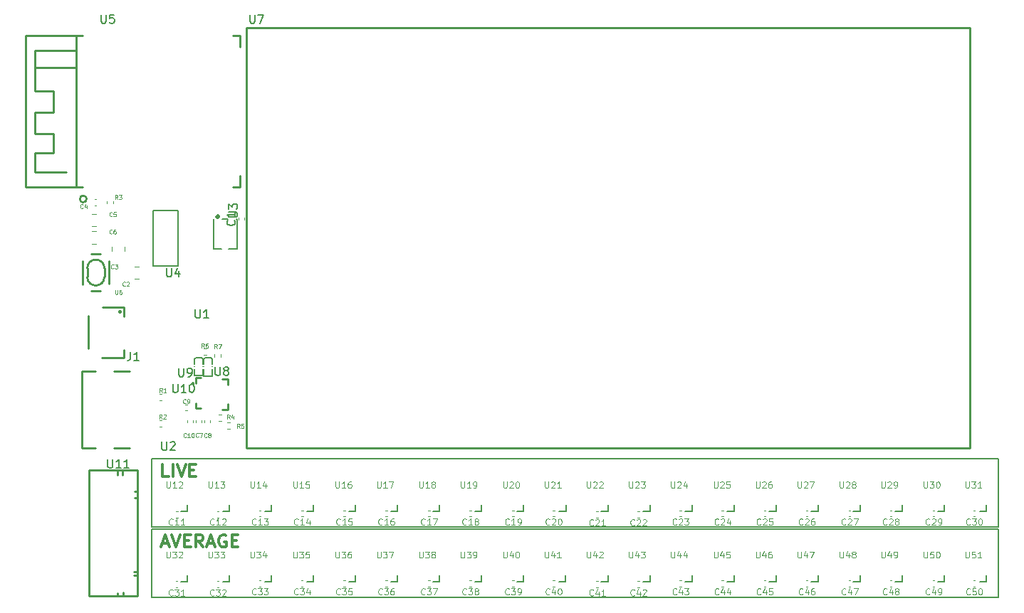
<source format=gbr>
%TF.GenerationSoftware,KiCad,Pcbnew,8.0.6*%
%TF.CreationDate,2024-11-10T17:01:15-08:00*%
%TF.ProjectId,veramonitor,76657261-6d6f-46e6-9974-6f722e6b6963,rev?*%
%TF.SameCoordinates,Original*%
%TF.FileFunction,Legend,Top*%
%TF.FilePolarity,Positive*%
%FSLAX46Y46*%
G04 Gerber Fmt 4.6, Leading zero omitted, Abs format (unit mm)*
G04 Created by KiCad (PCBNEW 8.0.6) date 2024-11-10 17:01:15*
%MOMM*%
%LPD*%
G01*
G04 APERTURE LIST*
%ADD10C,0.200000*%
%ADD11C,0.300000*%
%ADD12C,0.100000*%
%ADD13C,0.150000*%
%ADD14C,0.080000*%
%ADD15C,0.120000*%
%ADD16C,0.250000*%
G04 APERTURE END LIST*
D10*
X49120000Y-120165000D02*
X149820000Y-120165000D01*
X149820000Y-128315000D01*
X49120000Y-128315000D01*
X49120000Y-120165000D01*
X49145000Y-128540000D02*
X149845000Y-128540000D01*
X149845000Y-136690000D01*
X49145000Y-136690000D01*
X49145000Y-128540000D01*
D11*
X50403082Y-130262257D02*
X51117368Y-130262257D01*
X50260225Y-130690828D02*
X50760225Y-129190828D01*
X50760225Y-129190828D02*
X51260225Y-130690828D01*
X51545939Y-129190828D02*
X52045939Y-130690828D01*
X52045939Y-130690828D02*
X52545939Y-129190828D01*
X53045938Y-129905114D02*
X53545938Y-129905114D01*
X53760224Y-130690828D02*
X53045938Y-130690828D01*
X53045938Y-130690828D02*
X53045938Y-129190828D01*
X53045938Y-129190828D02*
X53760224Y-129190828D01*
X55260224Y-130690828D02*
X54760224Y-129976542D01*
X54403081Y-130690828D02*
X54403081Y-129190828D01*
X54403081Y-129190828D02*
X54974510Y-129190828D01*
X54974510Y-129190828D02*
X55117367Y-129262257D01*
X55117367Y-129262257D02*
X55188796Y-129333685D01*
X55188796Y-129333685D02*
X55260224Y-129476542D01*
X55260224Y-129476542D02*
X55260224Y-129690828D01*
X55260224Y-129690828D02*
X55188796Y-129833685D01*
X55188796Y-129833685D02*
X55117367Y-129905114D01*
X55117367Y-129905114D02*
X54974510Y-129976542D01*
X54974510Y-129976542D02*
X54403081Y-129976542D01*
X55831653Y-130262257D02*
X56545939Y-130262257D01*
X55688796Y-130690828D02*
X56188796Y-129190828D01*
X56188796Y-129190828D02*
X56688796Y-130690828D01*
X57974510Y-129262257D02*
X57831653Y-129190828D01*
X57831653Y-129190828D02*
X57617367Y-129190828D01*
X57617367Y-129190828D02*
X57403081Y-129262257D01*
X57403081Y-129262257D02*
X57260224Y-129405114D01*
X57260224Y-129405114D02*
X57188795Y-129547971D01*
X57188795Y-129547971D02*
X57117367Y-129833685D01*
X57117367Y-129833685D02*
X57117367Y-130047971D01*
X57117367Y-130047971D02*
X57188795Y-130333685D01*
X57188795Y-130333685D02*
X57260224Y-130476542D01*
X57260224Y-130476542D02*
X57403081Y-130619400D01*
X57403081Y-130619400D02*
X57617367Y-130690828D01*
X57617367Y-130690828D02*
X57760224Y-130690828D01*
X57760224Y-130690828D02*
X57974510Y-130619400D01*
X57974510Y-130619400D02*
X58045938Y-130547971D01*
X58045938Y-130547971D02*
X58045938Y-130047971D01*
X58045938Y-130047971D02*
X57760224Y-130047971D01*
X58688795Y-129905114D02*
X59188795Y-129905114D01*
X59403081Y-130690828D02*
X58688795Y-130690828D01*
X58688795Y-130690828D02*
X58688795Y-129190828D01*
X58688795Y-129190828D02*
X59403081Y-129190828D01*
X51163796Y-122315828D02*
X50449510Y-122315828D01*
X50449510Y-122315828D02*
X50449510Y-120815828D01*
X51663796Y-122315828D02*
X51663796Y-120815828D01*
X52163797Y-120815828D02*
X52663797Y-122315828D01*
X52663797Y-122315828D02*
X53163797Y-120815828D01*
X53663796Y-121530114D02*
X54163796Y-121530114D01*
X54378082Y-122315828D02*
X53663796Y-122315828D01*
X53663796Y-122315828D02*
X53663796Y-120815828D01*
X53663796Y-120815828D02*
X54378082Y-120815828D01*
D12*
X80941428Y-131206764D02*
X80941428Y-131813907D01*
X80941428Y-131813907D02*
X80977142Y-131885335D01*
X80977142Y-131885335D02*
X81012857Y-131921050D01*
X81012857Y-131921050D02*
X81084285Y-131956764D01*
X81084285Y-131956764D02*
X81227142Y-131956764D01*
X81227142Y-131956764D02*
X81298571Y-131921050D01*
X81298571Y-131921050D02*
X81334285Y-131885335D01*
X81334285Y-131885335D02*
X81369999Y-131813907D01*
X81369999Y-131813907D02*
X81369999Y-131206764D01*
X81655713Y-131206764D02*
X82119999Y-131206764D01*
X82119999Y-131206764D02*
X81869999Y-131492478D01*
X81869999Y-131492478D02*
X81977142Y-131492478D01*
X81977142Y-131492478D02*
X82048571Y-131528192D01*
X82048571Y-131528192D02*
X82084285Y-131563907D01*
X82084285Y-131563907D02*
X82119999Y-131635335D01*
X82119999Y-131635335D02*
X82119999Y-131813907D01*
X82119999Y-131813907D02*
X82084285Y-131885335D01*
X82084285Y-131885335D02*
X82048571Y-131921050D01*
X82048571Y-131921050D02*
X81977142Y-131956764D01*
X81977142Y-131956764D02*
X81762856Y-131956764D01*
X81762856Y-131956764D02*
X81691428Y-131921050D01*
X81691428Y-131921050D02*
X81655713Y-131885335D01*
X82548571Y-131528192D02*
X82477142Y-131492478D01*
X82477142Y-131492478D02*
X82441428Y-131456764D01*
X82441428Y-131456764D02*
X82405714Y-131385335D01*
X82405714Y-131385335D02*
X82405714Y-131349621D01*
X82405714Y-131349621D02*
X82441428Y-131278192D01*
X82441428Y-131278192D02*
X82477142Y-131242478D01*
X82477142Y-131242478D02*
X82548571Y-131206764D01*
X82548571Y-131206764D02*
X82691428Y-131206764D01*
X82691428Y-131206764D02*
X82762857Y-131242478D01*
X82762857Y-131242478D02*
X82798571Y-131278192D01*
X82798571Y-131278192D02*
X82834285Y-131349621D01*
X82834285Y-131349621D02*
X82834285Y-131385335D01*
X82834285Y-131385335D02*
X82798571Y-131456764D01*
X82798571Y-131456764D02*
X82762857Y-131492478D01*
X82762857Y-131492478D02*
X82691428Y-131528192D01*
X82691428Y-131528192D02*
X82548571Y-131528192D01*
X82548571Y-131528192D02*
X82477142Y-131563907D01*
X82477142Y-131563907D02*
X82441428Y-131599621D01*
X82441428Y-131599621D02*
X82405714Y-131671050D01*
X82405714Y-131671050D02*
X82405714Y-131813907D01*
X82405714Y-131813907D02*
X82441428Y-131885335D01*
X82441428Y-131885335D02*
X82477142Y-131921050D01*
X82477142Y-131921050D02*
X82548571Y-131956764D01*
X82548571Y-131956764D02*
X82691428Y-131956764D01*
X82691428Y-131956764D02*
X82762857Y-131921050D01*
X82762857Y-131921050D02*
X82798571Y-131885335D01*
X82798571Y-131885335D02*
X82834285Y-131813907D01*
X82834285Y-131813907D02*
X82834285Y-131671050D01*
X82834285Y-131671050D02*
X82798571Y-131599621D01*
X82798571Y-131599621D02*
X82762857Y-131563907D01*
X82762857Y-131563907D02*
X82691428Y-131528192D01*
X141637856Y-136285335D02*
X141602142Y-136321050D01*
X141602142Y-136321050D02*
X141494999Y-136356764D01*
X141494999Y-136356764D02*
X141423571Y-136356764D01*
X141423571Y-136356764D02*
X141316428Y-136321050D01*
X141316428Y-136321050D02*
X141244999Y-136249621D01*
X141244999Y-136249621D02*
X141209285Y-136178192D01*
X141209285Y-136178192D02*
X141173571Y-136035335D01*
X141173571Y-136035335D02*
X141173571Y-135928192D01*
X141173571Y-135928192D02*
X141209285Y-135785335D01*
X141209285Y-135785335D02*
X141244999Y-135713907D01*
X141244999Y-135713907D02*
X141316428Y-135642478D01*
X141316428Y-135642478D02*
X141423571Y-135606764D01*
X141423571Y-135606764D02*
X141494999Y-135606764D01*
X141494999Y-135606764D02*
X141602142Y-135642478D01*
X141602142Y-135642478D02*
X141637856Y-135678192D01*
X142280714Y-135856764D02*
X142280714Y-136356764D01*
X142102142Y-135571050D02*
X141923571Y-136106764D01*
X141923571Y-136106764D02*
X142387856Y-136106764D01*
X142709285Y-136356764D02*
X142852142Y-136356764D01*
X142852142Y-136356764D02*
X142923571Y-136321050D01*
X142923571Y-136321050D02*
X142959285Y-136285335D01*
X142959285Y-136285335D02*
X143030714Y-136178192D01*
X143030714Y-136178192D02*
X143066428Y-136035335D01*
X143066428Y-136035335D02*
X143066428Y-135749621D01*
X143066428Y-135749621D02*
X143030714Y-135678192D01*
X143030714Y-135678192D02*
X142995000Y-135642478D01*
X142995000Y-135642478D02*
X142923571Y-135606764D01*
X142923571Y-135606764D02*
X142780714Y-135606764D01*
X142780714Y-135606764D02*
X142709285Y-135642478D01*
X142709285Y-135642478D02*
X142673571Y-135678192D01*
X142673571Y-135678192D02*
X142637857Y-135749621D01*
X142637857Y-135749621D02*
X142637857Y-135928192D01*
X142637857Y-135928192D02*
X142673571Y-135999621D01*
X142673571Y-135999621D02*
X142709285Y-136035335D01*
X142709285Y-136035335D02*
X142780714Y-136071050D01*
X142780714Y-136071050D02*
X142923571Y-136071050D01*
X142923571Y-136071050D02*
X142995000Y-136035335D01*
X142995000Y-136035335D02*
X143030714Y-135999621D01*
X143030714Y-135999621D02*
X143066428Y-135928192D01*
X96442856Y-127965335D02*
X96407142Y-128001050D01*
X96407142Y-128001050D02*
X96299999Y-128036764D01*
X96299999Y-128036764D02*
X96228571Y-128036764D01*
X96228571Y-128036764D02*
X96121428Y-128001050D01*
X96121428Y-128001050D02*
X96049999Y-127929621D01*
X96049999Y-127929621D02*
X96014285Y-127858192D01*
X96014285Y-127858192D02*
X95978571Y-127715335D01*
X95978571Y-127715335D02*
X95978571Y-127608192D01*
X95978571Y-127608192D02*
X96014285Y-127465335D01*
X96014285Y-127465335D02*
X96049999Y-127393907D01*
X96049999Y-127393907D02*
X96121428Y-127322478D01*
X96121428Y-127322478D02*
X96228571Y-127286764D01*
X96228571Y-127286764D02*
X96299999Y-127286764D01*
X96299999Y-127286764D02*
X96407142Y-127322478D01*
X96407142Y-127322478D02*
X96442856Y-127358192D01*
X96728571Y-127358192D02*
X96764285Y-127322478D01*
X96764285Y-127322478D02*
X96835714Y-127286764D01*
X96835714Y-127286764D02*
X97014285Y-127286764D01*
X97014285Y-127286764D02*
X97085714Y-127322478D01*
X97085714Y-127322478D02*
X97121428Y-127358192D01*
X97121428Y-127358192D02*
X97157142Y-127429621D01*
X97157142Y-127429621D02*
X97157142Y-127501050D01*
X97157142Y-127501050D02*
X97121428Y-127608192D01*
X97121428Y-127608192D02*
X96692856Y-128036764D01*
X96692856Y-128036764D02*
X97157142Y-128036764D01*
X97621428Y-127286764D02*
X97692857Y-127286764D01*
X97692857Y-127286764D02*
X97764285Y-127322478D01*
X97764285Y-127322478D02*
X97800000Y-127358192D01*
X97800000Y-127358192D02*
X97835714Y-127429621D01*
X97835714Y-127429621D02*
X97871428Y-127572478D01*
X97871428Y-127572478D02*
X97871428Y-127751050D01*
X97871428Y-127751050D02*
X97835714Y-127893907D01*
X97835714Y-127893907D02*
X97800000Y-127965335D01*
X97800000Y-127965335D02*
X97764285Y-128001050D01*
X97764285Y-128001050D02*
X97692857Y-128036764D01*
X97692857Y-128036764D02*
X97621428Y-128036764D01*
X97621428Y-128036764D02*
X97550000Y-128001050D01*
X97550000Y-128001050D02*
X97514285Y-127965335D01*
X97514285Y-127965335D02*
X97478571Y-127893907D01*
X97478571Y-127893907D02*
X97442857Y-127751050D01*
X97442857Y-127751050D02*
X97442857Y-127572478D01*
X97442857Y-127572478D02*
X97478571Y-127429621D01*
X97478571Y-127429621D02*
X97514285Y-127358192D01*
X97514285Y-127358192D02*
X97550000Y-127322478D01*
X97550000Y-127322478D02*
X97621428Y-127286764D01*
X111537856Y-136285335D02*
X111502142Y-136321050D01*
X111502142Y-136321050D02*
X111394999Y-136356764D01*
X111394999Y-136356764D02*
X111323571Y-136356764D01*
X111323571Y-136356764D02*
X111216428Y-136321050D01*
X111216428Y-136321050D02*
X111144999Y-136249621D01*
X111144999Y-136249621D02*
X111109285Y-136178192D01*
X111109285Y-136178192D02*
X111073571Y-136035335D01*
X111073571Y-136035335D02*
X111073571Y-135928192D01*
X111073571Y-135928192D02*
X111109285Y-135785335D01*
X111109285Y-135785335D02*
X111144999Y-135713907D01*
X111144999Y-135713907D02*
X111216428Y-135642478D01*
X111216428Y-135642478D02*
X111323571Y-135606764D01*
X111323571Y-135606764D02*
X111394999Y-135606764D01*
X111394999Y-135606764D02*
X111502142Y-135642478D01*
X111502142Y-135642478D02*
X111537856Y-135678192D01*
X112180714Y-135856764D02*
X112180714Y-136356764D01*
X112002142Y-135571050D02*
X111823571Y-136106764D01*
X111823571Y-136106764D02*
X112287856Y-136106764D01*
X112502142Y-135606764D02*
X112966428Y-135606764D01*
X112966428Y-135606764D02*
X112716428Y-135892478D01*
X112716428Y-135892478D02*
X112823571Y-135892478D01*
X112823571Y-135892478D02*
X112895000Y-135928192D01*
X112895000Y-135928192D02*
X112930714Y-135963907D01*
X112930714Y-135963907D02*
X112966428Y-136035335D01*
X112966428Y-136035335D02*
X112966428Y-136213907D01*
X112966428Y-136213907D02*
X112930714Y-136285335D01*
X112930714Y-136285335D02*
X112895000Y-136321050D01*
X112895000Y-136321050D02*
X112823571Y-136356764D01*
X112823571Y-136356764D02*
X112609285Y-136356764D01*
X112609285Y-136356764D02*
X112537857Y-136321050D01*
X112537857Y-136321050D02*
X112502142Y-136285335D01*
D13*
X43921905Y-120244819D02*
X43921905Y-121054342D01*
X43921905Y-121054342D02*
X43969524Y-121149580D01*
X43969524Y-121149580D02*
X44017143Y-121197200D01*
X44017143Y-121197200D02*
X44112381Y-121244819D01*
X44112381Y-121244819D02*
X44302857Y-121244819D01*
X44302857Y-121244819D02*
X44398095Y-121197200D01*
X44398095Y-121197200D02*
X44445714Y-121149580D01*
X44445714Y-121149580D02*
X44493333Y-121054342D01*
X44493333Y-121054342D02*
X44493333Y-120244819D01*
X45493333Y-121244819D02*
X44921905Y-121244819D01*
X45207619Y-121244819D02*
X45207619Y-120244819D01*
X45207619Y-120244819D02*
X45112381Y-120387676D01*
X45112381Y-120387676D02*
X45017143Y-120482914D01*
X45017143Y-120482914D02*
X44921905Y-120530533D01*
X46445714Y-121244819D02*
X45874286Y-121244819D01*
X46160000Y-121244819D02*
X46160000Y-120244819D01*
X46160000Y-120244819D02*
X46064762Y-120387676D01*
X46064762Y-120387676D02*
X45969524Y-120482914D01*
X45969524Y-120482914D02*
X45874286Y-120530533D01*
D14*
X44416666Y-93329530D02*
X44392857Y-93353340D01*
X44392857Y-93353340D02*
X44321428Y-93377149D01*
X44321428Y-93377149D02*
X44273809Y-93377149D01*
X44273809Y-93377149D02*
X44202381Y-93353340D01*
X44202381Y-93353340D02*
X44154762Y-93305720D01*
X44154762Y-93305720D02*
X44130952Y-93258101D01*
X44130952Y-93258101D02*
X44107143Y-93162863D01*
X44107143Y-93162863D02*
X44107143Y-93091435D01*
X44107143Y-93091435D02*
X44130952Y-92996197D01*
X44130952Y-92996197D02*
X44154762Y-92948578D01*
X44154762Y-92948578D02*
X44202381Y-92900959D01*
X44202381Y-92900959D02*
X44273809Y-92877149D01*
X44273809Y-92877149D02*
X44321428Y-92877149D01*
X44321428Y-92877149D02*
X44392857Y-92900959D01*
X44392857Y-92900959D02*
X44416666Y-92924768D01*
X44845238Y-92877149D02*
X44750000Y-92877149D01*
X44750000Y-92877149D02*
X44702381Y-92900959D01*
X44702381Y-92900959D02*
X44678571Y-92924768D01*
X44678571Y-92924768D02*
X44630952Y-92996197D01*
X44630952Y-92996197D02*
X44607143Y-93091435D01*
X44607143Y-93091435D02*
X44607143Y-93281911D01*
X44607143Y-93281911D02*
X44630952Y-93329530D01*
X44630952Y-93329530D02*
X44654762Y-93353340D01*
X44654762Y-93353340D02*
X44702381Y-93377149D01*
X44702381Y-93377149D02*
X44797619Y-93377149D01*
X44797619Y-93377149D02*
X44845238Y-93353340D01*
X44845238Y-93353340D02*
X44869047Y-93329530D01*
X44869047Y-93329530D02*
X44892857Y-93281911D01*
X44892857Y-93281911D02*
X44892857Y-93162863D01*
X44892857Y-93162863D02*
X44869047Y-93115244D01*
X44869047Y-93115244D02*
X44845238Y-93091435D01*
X44845238Y-93091435D02*
X44797619Y-93067625D01*
X44797619Y-93067625D02*
X44702381Y-93067625D01*
X44702381Y-93067625D02*
X44654762Y-93091435D01*
X44654762Y-93091435D02*
X44630952Y-93115244D01*
X44630952Y-93115244D02*
X44607143Y-93162863D01*
D13*
X60838095Y-67304819D02*
X60838095Y-68114342D01*
X60838095Y-68114342D02*
X60885714Y-68209580D01*
X60885714Y-68209580D02*
X60933333Y-68257200D01*
X60933333Y-68257200D02*
X61028571Y-68304819D01*
X61028571Y-68304819D02*
X61219047Y-68304819D01*
X61219047Y-68304819D02*
X61314285Y-68257200D01*
X61314285Y-68257200D02*
X61361904Y-68209580D01*
X61361904Y-68209580D02*
X61409523Y-68114342D01*
X61409523Y-68114342D02*
X61409523Y-67304819D01*
X61790476Y-67304819D02*
X62457142Y-67304819D01*
X62457142Y-67304819D02*
X62028571Y-68304819D01*
D14*
X56906666Y-107057149D02*
X56740000Y-106819054D01*
X56620952Y-107057149D02*
X56620952Y-106557149D01*
X56620952Y-106557149D02*
X56811428Y-106557149D01*
X56811428Y-106557149D02*
X56859047Y-106580959D01*
X56859047Y-106580959D02*
X56882857Y-106604768D01*
X56882857Y-106604768D02*
X56906666Y-106652387D01*
X56906666Y-106652387D02*
X56906666Y-106723816D01*
X56906666Y-106723816D02*
X56882857Y-106771435D01*
X56882857Y-106771435D02*
X56859047Y-106795244D01*
X56859047Y-106795244D02*
X56811428Y-106819054D01*
X56811428Y-106819054D02*
X56620952Y-106819054D01*
X57073333Y-106557149D02*
X57406666Y-106557149D01*
X57406666Y-106557149D02*
X57192381Y-107057149D01*
D12*
X101637856Y-136385335D02*
X101602142Y-136421050D01*
X101602142Y-136421050D02*
X101494999Y-136456764D01*
X101494999Y-136456764D02*
X101423571Y-136456764D01*
X101423571Y-136456764D02*
X101316428Y-136421050D01*
X101316428Y-136421050D02*
X101244999Y-136349621D01*
X101244999Y-136349621D02*
X101209285Y-136278192D01*
X101209285Y-136278192D02*
X101173571Y-136135335D01*
X101173571Y-136135335D02*
X101173571Y-136028192D01*
X101173571Y-136028192D02*
X101209285Y-135885335D01*
X101209285Y-135885335D02*
X101244999Y-135813907D01*
X101244999Y-135813907D02*
X101316428Y-135742478D01*
X101316428Y-135742478D02*
X101423571Y-135706764D01*
X101423571Y-135706764D02*
X101494999Y-135706764D01*
X101494999Y-135706764D02*
X101602142Y-135742478D01*
X101602142Y-135742478D02*
X101637856Y-135778192D01*
X102280714Y-135956764D02*
X102280714Y-136456764D01*
X102102142Y-135671050D02*
X101923571Y-136206764D01*
X101923571Y-136206764D02*
X102387856Y-136206764D01*
X103066428Y-136456764D02*
X102637857Y-136456764D01*
X102852142Y-136456764D02*
X102852142Y-135706764D01*
X102852142Y-135706764D02*
X102780714Y-135813907D01*
X102780714Y-135813907D02*
X102709285Y-135885335D01*
X102709285Y-135885335D02*
X102637857Y-135921050D01*
X105891428Y-131206764D02*
X105891428Y-131813907D01*
X105891428Y-131813907D02*
X105927142Y-131885335D01*
X105927142Y-131885335D02*
X105962857Y-131921050D01*
X105962857Y-131921050D02*
X106034285Y-131956764D01*
X106034285Y-131956764D02*
X106177142Y-131956764D01*
X106177142Y-131956764D02*
X106248571Y-131921050D01*
X106248571Y-131921050D02*
X106284285Y-131885335D01*
X106284285Y-131885335D02*
X106319999Y-131813907D01*
X106319999Y-131813907D02*
X106319999Y-131206764D01*
X106998571Y-131456764D02*
X106998571Y-131956764D01*
X106819999Y-131171050D02*
X106641428Y-131706764D01*
X106641428Y-131706764D02*
X107105713Y-131706764D01*
X107319999Y-131206764D02*
X107784285Y-131206764D01*
X107784285Y-131206764D02*
X107534285Y-131492478D01*
X107534285Y-131492478D02*
X107641428Y-131492478D01*
X107641428Y-131492478D02*
X107712857Y-131528192D01*
X107712857Y-131528192D02*
X107748571Y-131563907D01*
X107748571Y-131563907D02*
X107784285Y-131635335D01*
X107784285Y-131635335D02*
X107784285Y-131813907D01*
X107784285Y-131813907D02*
X107748571Y-131885335D01*
X107748571Y-131885335D02*
X107712857Y-131921050D01*
X107712857Y-131921050D02*
X107641428Y-131956764D01*
X107641428Y-131956764D02*
X107427142Y-131956764D01*
X107427142Y-131956764D02*
X107355714Y-131921050D01*
X107355714Y-131921050D02*
X107319999Y-131885335D01*
X65991428Y-131206764D02*
X65991428Y-131813907D01*
X65991428Y-131813907D02*
X66027142Y-131885335D01*
X66027142Y-131885335D02*
X66062857Y-131921050D01*
X66062857Y-131921050D02*
X66134285Y-131956764D01*
X66134285Y-131956764D02*
X66277142Y-131956764D01*
X66277142Y-131956764D02*
X66348571Y-131921050D01*
X66348571Y-131921050D02*
X66384285Y-131885335D01*
X66384285Y-131885335D02*
X66419999Y-131813907D01*
X66419999Y-131813907D02*
X66419999Y-131206764D01*
X66705713Y-131206764D02*
X67169999Y-131206764D01*
X67169999Y-131206764D02*
X66919999Y-131492478D01*
X66919999Y-131492478D02*
X67027142Y-131492478D01*
X67027142Y-131492478D02*
X67098571Y-131528192D01*
X67098571Y-131528192D02*
X67134285Y-131563907D01*
X67134285Y-131563907D02*
X67169999Y-131635335D01*
X67169999Y-131635335D02*
X67169999Y-131813907D01*
X67169999Y-131813907D02*
X67134285Y-131885335D01*
X67134285Y-131885335D02*
X67098571Y-131921050D01*
X67098571Y-131921050D02*
X67027142Y-131956764D01*
X67027142Y-131956764D02*
X66812856Y-131956764D01*
X66812856Y-131956764D02*
X66741428Y-131921050D01*
X66741428Y-131921050D02*
X66705713Y-131885335D01*
X67848571Y-131206764D02*
X67491428Y-131206764D01*
X67491428Y-131206764D02*
X67455714Y-131563907D01*
X67455714Y-131563907D02*
X67491428Y-131528192D01*
X67491428Y-131528192D02*
X67562857Y-131492478D01*
X67562857Y-131492478D02*
X67741428Y-131492478D01*
X67741428Y-131492478D02*
X67812857Y-131528192D01*
X67812857Y-131528192D02*
X67848571Y-131563907D01*
X67848571Y-131563907D02*
X67884285Y-131635335D01*
X67884285Y-131635335D02*
X67884285Y-131813907D01*
X67884285Y-131813907D02*
X67848571Y-131885335D01*
X67848571Y-131885335D02*
X67812857Y-131921050D01*
X67812857Y-131921050D02*
X67741428Y-131956764D01*
X67741428Y-131956764D02*
X67562857Y-131956764D01*
X67562857Y-131956764D02*
X67491428Y-131921050D01*
X67491428Y-131921050D02*
X67455714Y-131885335D01*
X61537856Y-136285335D02*
X61502142Y-136321050D01*
X61502142Y-136321050D02*
X61394999Y-136356764D01*
X61394999Y-136356764D02*
X61323571Y-136356764D01*
X61323571Y-136356764D02*
X61216428Y-136321050D01*
X61216428Y-136321050D02*
X61144999Y-136249621D01*
X61144999Y-136249621D02*
X61109285Y-136178192D01*
X61109285Y-136178192D02*
X61073571Y-136035335D01*
X61073571Y-136035335D02*
X61073571Y-135928192D01*
X61073571Y-135928192D02*
X61109285Y-135785335D01*
X61109285Y-135785335D02*
X61144999Y-135713907D01*
X61144999Y-135713907D02*
X61216428Y-135642478D01*
X61216428Y-135642478D02*
X61323571Y-135606764D01*
X61323571Y-135606764D02*
X61394999Y-135606764D01*
X61394999Y-135606764D02*
X61502142Y-135642478D01*
X61502142Y-135642478D02*
X61537856Y-135678192D01*
X61787856Y-135606764D02*
X62252142Y-135606764D01*
X62252142Y-135606764D02*
X62002142Y-135892478D01*
X62002142Y-135892478D02*
X62109285Y-135892478D01*
X62109285Y-135892478D02*
X62180714Y-135928192D01*
X62180714Y-135928192D02*
X62216428Y-135963907D01*
X62216428Y-135963907D02*
X62252142Y-136035335D01*
X62252142Y-136035335D02*
X62252142Y-136213907D01*
X62252142Y-136213907D02*
X62216428Y-136285335D01*
X62216428Y-136285335D02*
X62180714Y-136321050D01*
X62180714Y-136321050D02*
X62109285Y-136356764D01*
X62109285Y-136356764D02*
X61894999Y-136356764D01*
X61894999Y-136356764D02*
X61823571Y-136321050D01*
X61823571Y-136321050D02*
X61787856Y-136285335D01*
X62502142Y-135606764D02*
X62966428Y-135606764D01*
X62966428Y-135606764D02*
X62716428Y-135892478D01*
X62716428Y-135892478D02*
X62823571Y-135892478D01*
X62823571Y-135892478D02*
X62895000Y-135928192D01*
X62895000Y-135928192D02*
X62930714Y-135963907D01*
X62930714Y-135963907D02*
X62966428Y-136035335D01*
X62966428Y-136035335D02*
X62966428Y-136213907D01*
X62966428Y-136213907D02*
X62930714Y-136285335D01*
X62930714Y-136285335D02*
X62895000Y-136321050D01*
X62895000Y-136321050D02*
X62823571Y-136356764D01*
X62823571Y-136356764D02*
X62609285Y-136356764D01*
X62609285Y-136356764D02*
X62537857Y-136321050D01*
X62537857Y-136321050D02*
X62502142Y-136285335D01*
X55896428Y-122886764D02*
X55896428Y-123493907D01*
X55896428Y-123493907D02*
X55932142Y-123565335D01*
X55932142Y-123565335D02*
X55967857Y-123601050D01*
X55967857Y-123601050D02*
X56039285Y-123636764D01*
X56039285Y-123636764D02*
X56182142Y-123636764D01*
X56182142Y-123636764D02*
X56253571Y-123601050D01*
X56253571Y-123601050D02*
X56289285Y-123565335D01*
X56289285Y-123565335D02*
X56324999Y-123493907D01*
X56324999Y-123493907D02*
X56324999Y-122886764D01*
X57074999Y-123636764D02*
X56646428Y-123636764D01*
X56860713Y-123636764D02*
X56860713Y-122886764D01*
X56860713Y-122886764D02*
X56789285Y-122993907D01*
X56789285Y-122993907D02*
X56717856Y-123065335D01*
X56717856Y-123065335D02*
X56646428Y-123101050D01*
X57324999Y-122886764D02*
X57789285Y-122886764D01*
X57789285Y-122886764D02*
X57539285Y-123172478D01*
X57539285Y-123172478D02*
X57646428Y-123172478D01*
X57646428Y-123172478D02*
X57717857Y-123208192D01*
X57717857Y-123208192D02*
X57753571Y-123243907D01*
X57753571Y-123243907D02*
X57789285Y-123315335D01*
X57789285Y-123315335D02*
X57789285Y-123493907D01*
X57789285Y-123493907D02*
X57753571Y-123565335D01*
X57753571Y-123565335D02*
X57717857Y-123601050D01*
X57717857Y-123601050D02*
X57646428Y-123636764D01*
X57646428Y-123636764D02*
X57432142Y-123636764D01*
X57432142Y-123636764D02*
X57360714Y-123601050D01*
X57360714Y-123601050D02*
X57324999Y-123565335D01*
X51637856Y-136385335D02*
X51602142Y-136421050D01*
X51602142Y-136421050D02*
X51494999Y-136456764D01*
X51494999Y-136456764D02*
X51423571Y-136456764D01*
X51423571Y-136456764D02*
X51316428Y-136421050D01*
X51316428Y-136421050D02*
X51244999Y-136349621D01*
X51244999Y-136349621D02*
X51209285Y-136278192D01*
X51209285Y-136278192D02*
X51173571Y-136135335D01*
X51173571Y-136135335D02*
X51173571Y-136028192D01*
X51173571Y-136028192D02*
X51209285Y-135885335D01*
X51209285Y-135885335D02*
X51244999Y-135813907D01*
X51244999Y-135813907D02*
X51316428Y-135742478D01*
X51316428Y-135742478D02*
X51423571Y-135706764D01*
X51423571Y-135706764D02*
X51494999Y-135706764D01*
X51494999Y-135706764D02*
X51602142Y-135742478D01*
X51602142Y-135742478D02*
X51637856Y-135778192D01*
X51887856Y-135706764D02*
X52352142Y-135706764D01*
X52352142Y-135706764D02*
X52102142Y-135992478D01*
X52102142Y-135992478D02*
X52209285Y-135992478D01*
X52209285Y-135992478D02*
X52280714Y-136028192D01*
X52280714Y-136028192D02*
X52316428Y-136063907D01*
X52316428Y-136063907D02*
X52352142Y-136135335D01*
X52352142Y-136135335D02*
X52352142Y-136313907D01*
X52352142Y-136313907D02*
X52316428Y-136385335D01*
X52316428Y-136385335D02*
X52280714Y-136421050D01*
X52280714Y-136421050D02*
X52209285Y-136456764D01*
X52209285Y-136456764D02*
X51994999Y-136456764D01*
X51994999Y-136456764D02*
X51923571Y-136421050D01*
X51923571Y-136421050D02*
X51887856Y-136385335D01*
X53066428Y-136456764D02*
X52637857Y-136456764D01*
X52852142Y-136456764D02*
X52852142Y-135706764D01*
X52852142Y-135706764D02*
X52780714Y-135813907D01*
X52780714Y-135813907D02*
X52709285Y-135885335D01*
X52709285Y-135885335D02*
X52637857Y-135921050D01*
X145891428Y-131206764D02*
X145891428Y-131813907D01*
X145891428Y-131813907D02*
X145927142Y-131885335D01*
X145927142Y-131885335D02*
X145962857Y-131921050D01*
X145962857Y-131921050D02*
X146034285Y-131956764D01*
X146034285Y-131956764D02*
X146177142Y-131956764D01*
X146177142Y-131956764D02*
X146248571Y-131921050D01*
X146248571Y-131921050D02*
X146284285Y-131885335D01*
X146284285Y-131885335D02*
X146319999Y-131813907D01*
X146319999Y-131813907D02*
X146319999Y-131206764D01*
X147034285Y-131206764D02*
X146677142Y-131206764D01*
X146677142Y-131206764D02*
X146641428Y-131563907D01*
X146641428Y-131563907D02*
X146677142Y-131528192D01*
X146677142Y-131528192D02*
X146748571Y-131492478D01*
X146748571Y-131492478D02*
X146927142Y-131492478D01*
X146927142Y-131492478D02*
X146998571Y-131528192D01*
X146998571Y-131528192D02*
X147034285Y-131563907D01*
X147034285Y-131563907D02*
X147069999Y-131635335D01*
X147069999Y-131635335D02*
X147069999Y-131813907D01*
X147069999Y-131813907D02*
X147034285Y-131885335D01*
X147034285Y-131885335D02*
X146998571Y-131921050D01*
X146998571Y-131921050D02*
X146927142Y-131956764D01*
X146927142Y-131956764D02*
X146748571Y-131956764D01*
X146748571Y-131956764D02*
X146677142Y-131921050D01*
X146677142Y-131921050D02*
X146641428Y-131885335D01*
X147784285Y-131956764D02*
X147355714Y-131956764D01*
X147569999Y-131956764D02*
X147569999Y-131206764D01*
X147569999Y-131206764D02*
X147498571Y-131313907D01*
X147498571Y-131313907D02*
X147427142Y-131385335D01*
X147427142Y-131385335D02*
X147355714Y-131421050D01*
X85896428Y-122886764D02*
X85896428Y-123493907D01*
X85896428Y-123493907D02*
X85932142Y-123565335D01*
X85932142Y-123565335D02*
X85967857Y-123601050D01*
X85967857Y-123601050D02*
X86039285Y-123636764D01*
X86039285Y-123636764D02*
X86182142Y-123636764D01*
X86182142Y-123636764D02*
X86253571Y-123601050D01*
X86253571Y-123601050D02*
X86289285Y-123565335D01*
X86289285Y-123565335D02*
X86324999Y-123493907D01*
X86324999Y-123493907D02*
X86324999Y-122886764D01*
X87074999Y-123636764D02*
X86646428Y-123636764D01*
X86860713Y-123636764D02*
X86860713Y-122886764D01*
X86860713Y-122886764D02*
X86789285Y-122993907D01*
X86789285Y-122993907D02*
X86717856Y-123065335D01*
X86717856Y-123065335D02*
X86646428Y-123101050D01*
X87432142Y-123636764D02*
X87574999Y-123636764D01*
X87574999Y-123636764D02*
X87646428Y-123601050D01*
X87646428Y-123601050D02*
X87682142Y-123565335D01*
X87682142Y-123565335D02*
X87753571Y-123458192D01*
X87753571Y-123458192D02*
X87789285Y-123315335D01*
X87789285Y-123315335D02*
X87789285Y-123029621D01*
X87789285Y-123029621D02*
X87753571Y-122958192D01*
X87753571Y-122958192D02*
X87717857Y-122922478D01*
X87717857Y-122922478D02*
X87646428Y-122886764D01*
X87646428Y-122886764D02*
X87503571Y-122886764D01*
X87503571Y-122886764D02*
X87432142Y-122922478D01*
X87432142Y-122922478D02*
X87396428Y-122958192D01*
X87396428Y-122958192D02*
X87360714Y-123029621D01*
X87360714Y-123029621D02*
X87360714Y-123208192D01*
X87360714Y-123208192D02*
X87396428Y-123279621D01*
X87396428Y-123279621D02*
X87432142Y-123315335D01*
X87432142Y-123315335D02*
X87503571Y-123351050D01*
X87503571Y-123351050D02*
X87646428Y-123351050D01*
X87646428Y-123351050D02*
X87717857Y-123315335D01*
X87717857Y-123315335D02*
X87753571Y-123279621D01*
X87753571Y-123279621D02*
X87789285Y-123208192D01*
D14*
X45066666Y-89277149D02*
X44900000Y-89039054D01*
X44780952Y-89277149D02*
X44780952Y-88777149D01*
X44780952Y-88777149D02*
X44971428Y-88777149D01*
X44971428Y-88777149D02*
X45019047Y-88800959D01*
X45019047Y-88800959D02*
X45042857Y-88824768D01*
X45042857Y-88824768D02*
X45066666Y-88872387D01*
X45066666Y-88872387D02*
X45066666Y-88943816D01*
X45066666Y-88943816D02*
X45042857Y-88991435D01*
X45042857Y-88991435D02*
X45019047Y-89015244D01*
X45019047Y-89015244D02*
X44971428Y-89039054D01*
X44971428Y-89039054D02*
X44780952Y-89039054D01*
X45233333Y-88777149D02*
X45542857Y-88777149D01*
X45542857Y-88777149D02*
X45376190Y-88967625D01*
X45376190Y-88967625D02*
X45447619Y-88967625D01*
X45447619Y-88967625D02*
X45495238Y-88991435D01*
X45495238Y-88991435D02*
X45519047Y-89015244D01*
X45519047Y-89015244D02*
X45542857Y-89062863D01*
X45542857Y-89062863D02*
X45542857Y-89181911D01*
X45542857Y-89181911D02*
X45519047Y-89229530D01*
X45519047Y-89229530D02*
X45495238Y-89253340D01*
X45495238Y-89253340D02*
X45447619Y-89277149D01*
X45447619Y-89277149D02*
X45304762Y-89277149D01*
X45304762Y-89277149D02*
X45257143Y-89253340D01*
X45257143Y-89253340D02*
X45233333Y-89229530D01*
D12*
X75941428Y-131206764D02*
X75941428Y-131813907D01*
X75941428Y-131813907D02*
X75977142Y-131885335D01*
X75977142Y-131885335D02*
X76012857Y-131921050D01*
X76012857Y-131921050D02*
X76084285Y-131956764D01*
X76084285Y-131956764D02*
X76227142Y-131956764D01*
X76227142Y-131956764D02*
X76298571Y-131921050D01*
X76298571Y-131921050D02*
X76334285Y-131885335D01*
X76334285Y-131885335D02*
X76369999Y-131813907D01*
X76369999Y-131813907D02*
X76369999Y-131206764D01*
X76655713Y-131206764D02*
X77119999Y-131206764D01*
X77119999Y-131206764D02*
X76869999Y-131492478D01*
X76869999Y-131492478D02*
X76977142Y-131492478D01*
X76977142Y-131492478D02*
X77048571Y-131528192D01*
X77048571Y-131528192D02*
X77084285Y-131563907D01*
X77084285Y-131563907D02*
X77119999Y-131635335D01*
X77119999Y-131635335D02*
X77119999Y-131813907D01*
X77119999Y-131813907D02*
X77084285Y-131885335D01*
X77084285Y-131885335D02*
X77048571Y-131921050D01*
X77048571Y-131921050D02*
X76977142Y-131956764D01*
X76977142Y-131956764D02*
X76762856Y-131956764D01*
X76762856Y-131956764D02*
X76691428Y-131921050D01*
X76691428Y-131921050D02*
X76655713Y-131885335D01*
X77369999Y-131206764D02*
X77869999Y-131206764D01*
X77869999Y-131206764D02*
X77548571Y-131956764D01*
X86542856Y-127965335D02*
X86507142Y-128001050D01*
X86507142Y-128001050D02*
X86399999Y-128036764D01*
X86399999Y-128036764D02*
X86328571Y-128036764D01*
X86328571Y-128036764D02*
X86221428Y-128001050D01*
X86221428Y-128001050D02*
X86149999Y-127929621D01*
X86149999Y-127929621D02*
X86114285Y-127858192D01*
X86114285Y-127858192D02*
X86078571Y-127715335D01*
X86078571Y-127715335D02*
X86078571Y-127608192D01*
X86078571Y-127608192D02*
X86114285Y-127465335D01*
X86114285Y-127465335D02*
X86149999Y-127393907D01*
X86149999Y-127393907D02*
X86221428Y-127322478D01*
X86221428Y-127322478D02*
X86328571Y-127286764D01*
X86328571Y-127286764D02*
X86399999Y-127286764D01*
X86399999Y-127286764D02*
X86507142Y-127322478D01*
X86507142Y-127322478D02*
X86542856Y-127358192D01*
X87257142Y-128036764D02*
X86828571Y-128036764D01*
X87042856Y-128036764D02*
X87042856Y-127286764D01*
X87042856Y-127286764D02*
X86971428Y-127393907D01*
X86971428Y-127393907D02*
X86899999Y-127465335D01*
X86899999Y-127465335D02*
X86828571Y-127501050D01*
X87685714Y-127608192D02*
X87614285Y-127572478D01*
X87614285Y-127572478D02*
X87578571Y-127536764D01*
X87578571Y-127536764D02*
X87542857Y-127465335D01*
X87542857Y-127465335D02*
X87542857Y-127429621D01*
X87542857Y-127429621D02*
X87578571Y-127358192D01*
X87578571Y-127358192D02*
X87614285Y-127322478D01*
X87614285Y-127322478D02*
X87685714Y-127286764D01*
X87685714Y-127286764D02*
X87828571Y-127286764D01*
X87828571Y-127286764D02*
X87900000Y-127322478D01*
X87900000Y-127322478D02*
X87935714Y-127358192D01*
X87935714Y-127358192D02*
X87971428Y-127429621D01*
X87971428Y-127429621D02*
X87971428Y-127465335D01*
X87971428Y-127465335D02*
X87935714Y-127536764D01*
X87935714Y-127536764D02*
X87900000Y-127572478D01*
X87900000Y-127572478D02*
X87828571Y-127608192D01*
X87828571Y-127608192D02*
X87685714Y-127608192D01*
X87685714Y-127608192D02*
X87614285Y-127643907D01*
X87614285Y-127643907D02*
X87578571Y-127679621D01*
X87578571Y-127679621D02*
X87542857Y-127751050D01*
X87542857Y-127751050D02*
X87542857Y-127893907D01*
X87542857Y-127893907D02*
X87578571Y-127965335D01*
X87578571Y-127965335D02*
X87614285Y-128001050D01*
X87614285Y-128001050D02*
X87685714Y-128036764D01*
X87685714Y-128036764D02*
X87828571Y-128036764D01*
X87828571Y-128036764D02*
X87900000Y-128001050D01*
X87900000Y-128001050D02*
X87935714Y-127965335D01*
X87935714Y-127965335D02*
X87971428Y-127893907D01*
X87971428Y-127893907D02*
X87971428Y-127751050D01*
X87971428Y-127751050D02*
X87935714Y-127679621D01*
X87935714Y-127679621D02*
X87900000Y-127643907D01*
X87900000Y-127643907D02*
X87828571Y-127608192D01*
D14*
X45991666Y-99554530D02*
X45967857Y-99578340D01*
X45967857Y-99578340D02*
X45896428Y-99602149D01*
X45896428Y-99602149D02*
X45848809Y-99602149D01*
X45848809Y-99602149D02*
X45777381Y-99578340D01*
X45777381Y-99578340D02*
X45729762Y-99530720D01*
X45729762Y-99530720D02*
X45705952Y-99483101D01*
X45705952Y-99483101D02*
X45682143Y-99387863D01*
X45682143Y-99387863D02*
X45682143Y-99316435D01*
X45682143Y-99316435D02*
X45705952Y-99221197D01*
X45705952Y-99221197D02*
X45729762Y-99173578D01*
X45729762Y-99173578D02*
X45777381Y-99125959D01*
X45777381Y-99125959D02*
X45848809Y-99102149D01*
X45848809Y-99102149D02*
X45896428Y-99102149D01*
X45896428Y-99102149D02*
X45967857Y-99125959D01*
X45967857Y-99125959D02*
X45991666Y-99149768D01*
X46182143Y-99149768D02*
X46205952Y-99125959D01*
X46205952Y-99125959D02*
X46253571Y-99102149D01*
X46253571Y-99102149D02*
X46372619Y-99102149D01*
X46372619Y-99102149D02*
X46420238Y-99125959D01*
X46420238Y-99125959D02*
X46444047Y-99149768D01*
X46444047Y-99149768D02*
X46467857Y-99197387D01*
X46467857Y-99197387D02*
X46467857Y-99245006D01*
X46467857Y-99245006D02*
X46444047Y-99316435D01*
X46444047Y-99316435D02*
X46158333Y-99602149D01*
X46158333Y-99602149D02*
X46467857Y-99602149D01*
D12*
X66537856Y-136285335D02*
X66502142Y-136321050D01*
X66502142Y-136321050D02*
X66394999Y-136356764D01*
X66394999Y-136356764D02*
X66323571Y-136356764D01*
X66323571Y-136356764D02*
X66216428Y-136321050D01*
X66216428Y-136321050D02*
X66144999Y-136249621D01*
X66144999Y-136249621D02*
X66109285Y-136178192D01*
X66109285Y-136178192D02*
X66073571Y-136035335D01*
X66073571Y-136035335D02*
X66073571Y-135928192D01*
X66073571Y-135928192D02*
X66109285Y-135785335D01*
X66109285Y-135785335D02*
X66144999Y-135713907D01*
X66144999Y-135713907D02*
X66216428Y-135642478D01*
X66216428Y-135642478D02*
X66323571Y-135606764D01*
X66323571Y-135606764D02*
X66394999Y-135606764D01*
X66394999Y-135606764D02*
X66502142Y-135642478D01*
X66502142Y-135642478D02*
X66537856Y-135678192D01*
X66787856Y-135606764D02*
X67252142Y-135606764D01*
X67252142Y-135606764D02*
X67002142Y-135892478D01*
X67002142Y-135892478D02*
X67109285Y-135892478D01*
X67109285Y-135892478D02*
X67180714Y-135928192D01*
X67180714Y-135928192D02*
X67216428Y-135963907D01*
X67216428Y-135963907D02*
X67252142Y-136035335D01*
X67252142Y-136035335D02*
X67252142Y-136213907D01*
X67252142Y-136213907D02*
X67216428Y-136285335D01*
X67216428Y-136285335D02*
X67180714Y-136321050D01*
X67180714Y-136321050D02*
X67109285Y-136356764D01*
X67109285Y-136356764D02*
X66894999Y-136356764D01*
X66894999Y-136356764D02*
X66823571Y-136321050D01*
X66823571Y-136321050D02*
X66787856Y-136285335D01*
X67895000Y-135856764D02*
X67895000Y-136356764D01*
X67716428Y-135571050D02*
X67537857Y-136106764D01*
X67537857Y-136106764D02*
X68002142Y-136106764D01*
X91637856Y-136285335D02*
X91602142Y-136321050D01*
X91602142Y-136321050D02*
X91494999Y-136356764D01*
X91494999Y-136356764D02*
X91423571Y-136356764D01*
X91423571Y-136356764D02*
X91316428Y-136321050D01*
X91316428Y-136321050D02*
X91244999Y-136249621D01*
X91244999Y-136249621D02*
X91209285Y-136178192D01*
X91209285Y-136178192D02*
X91173571Y-136035335D01*
X91173571Y-136035335D02*
X91173571Y-135928192D01*
X91173571Y-135928192D02*
X91209285Y-135785335D01*
X91209285Y-135785335D02*
X91244999Y-135713907D01*
X91244999Y-135713907D02*
X91316428Y-135642478D01*
X91316428Y-135642478D02*
X91423571Y-135606764D01*
X91423571Y-135606764D02*
X91494999Y-135606764D01*
X91494999Y-135606764D02*
X91602142Y-135642478D01*
X91602142Y-135642478D02*
X91637856Y-135678192D01*
X91887856Y-135606764D02*
X92352142Y-135606764D01*
X92352142Y-135606764D02*
X92102142Y-135892478D01*
X92102142Y-135892478D02*
X92209285Y-135892478D01*
X92209285Y-135892478D02*
X92280714Y-135928192D01*
X92280714Y-135928192D02*
X92316428Y-135963907D01*
X92316428Y-135963907D02*
X92352142Y-136035335D01*
X92352142Y-136035335D02*
X92352142Y-136213907D01*
X92352142Y-136213907D02*
X92316428Y-136285335D01*
X92316428Y-136285335D02*
X92280714Y-136321050D01*
X92280714Y-136321050D02*
X92209285Y-136356764D01*
X92209285Y-136356764D02*
X91994999Y-136356764D01*
X91994999Y-136356764D02*
X91923571Y-136321050D01*
X91923571Y-136321050D02*
X91887856Y-136285335D01*
X92709285Y-136356764D02*
X92852142Y-136356764D01*
X92852142Y-136356764D02*
X92923571Y-136321050D01*
X92923571Y-136321050D02*
X92959285Y-136285335D01*
X92959285Y-136285335D02*
X93030714Y-136178192D01*
X93030714Y-136178192D02*
X93066428Y-136035335D01*
X93066428Y-136035335D02*
X93066428Y-135749621D01*
X93066428Y-135749621D02*
X93030714Y-135678192D01*
X93030714Y-135678192D02*
X92995000Y-135642478D01*
X92995000Y-135642478D02*
X92923571Y-135606764D01*
X92923571Y-135606764D02*
X92780714Y-135606764D01*
X92780714Y-135606764D02*
X92709285Y-135642478D01*
X92709285Y-135642478D02*
X92673571Y-135678192D01*
X92673571Y-135678192D02*
X92637857Y-135749621D01*
X92637857Y-135749621D02*
X92637857Y-135928192D01*
X92637857Y-135928192D02*
X92673571Y-135999621D01*
X92673571Y-135999621D02*
X92709285Y-136035335D01*
X92709285Y-136035335D02*
X92780714Y-136071050D01*
X92780714Y-136071050D02*
X92923571Y-136071050D01*
X92923571Y-136071050D02*
X92995000Y-136035335D01*
X92995000Y-136035335D02*
X93030714Y-135999621D01*
X93030714Y-135999621D02*
X93066428Y-135928192D01*
X121537856Y-136285335D02*
X121502142Y-136321050D01*
X121502142Y-136321050D02*
X121394999Y-136356764D01*
X121394999Y-136356764D02*
X121323571Y-136356764D01*
X121323571Y-136356764D02*
X121216428Y-136321050D01*
X121216428Y-136321050D02*
X121144999Y-136249621D01*
X121144999Y-136249621D02*
X121109285Y-136178192D01*
X121109285Y-136178192D02*
X121073571Y-136035335D01*
X121073571Y-136035335D02*
X121073571Y-135928192D01*
X121073571Y-135928192D02*
X121109285Y-135785335D01*
X121109285Y-135785335D02*
X121144999Y-135713907D01*
X121144999Y-135713907D02*
X121216428Y-135642478D01*
X121216428Y-135642478D02*
X121323571Y-135606764D01*
X121323571Y-135606764D02*
X121394999Y-135606764D01*
X121394999Y-135606764D02*
X121502142Y-135642478D01*
X121502142Y-135642478D02*
X121537856Y-135678192D01*
X122180714Y-135856764D02*
X122180714Y-136356764D01*
X122002142Y-135571050D02*
X121823571Y-136106764D01*
X121823571Y-136106764D02*
X122287856Y-136106764D01*
X122930714Y-135606764D02*
X122573571Y-135606764D01*
X122573571Y-135606764D02*
X122537857Y-135963907D01*
X122537857Y-135963907D02*
X122573571Y-135928192D01*
X122573571Y-135928192D02*
X122645000Y-135892478D01*
X122645000Y-135892478D02*
X122823571Y-135892478D01*
X122823571Y-135892478D02*
X122895000Y-135928192D01*
X122895000Y-135928192D02*
X122930714Y-135963907D01*
X122930714Y-135963907D02*
X122966428Y-136035335D01*
X122966428Y-136035335D02*
X122966428Y-136213907D01*
X122966428Y-136213907D02*
X122930714Y-136285335D01*
X122930714Y-136285335D02*
X122895000Y-136321050D01*
X122895000Y-136321050D02*
X122823571Y-136356764D01*
X122823571Y-136356764D02*
X122645000Y-136356764D01*
X122645000Y-136356764D02*
X122573571Y-136321050D01*
X122573571Y-136321050D02*
X122537857Y-136285335D01*
X51637856Y-127985335D02*
X51602142Y-128021050D01*
X51602142Y-128021050D02*
X51494999Y-128056764D01*
X51494999Y-128056764D02*
X51423571Y-128056764D01*
X51423571Y-128056764D02*
X51316428Y-128021050D01*
X51316428Y-128021050D02*
X51244999Y-127949621D01*
X51244999Y-127949621D02*
X51209285Y-127878192D01*
X51209285Y-127878192D02*
X51173571Y-127735335D01*
X51173571Y-127735335D02*
X51173571Y-127628192D01*
X51173571Y-127628192D02*
X51209285Y-127485335D01*
X51209285Y-127485335D02*
X51244999Y-127413907D01*
X51244999Y-127413907D02*
X51316428Y-127342478D01*
X51316428Y-127342478D02*
X51423571Y-127306764D01*
X51423571Y-127306764D02*
X51494999Y-127306764D01*
X51494999Y-127306764D02*
X51602142Y-127342478D01*
X51602142Y-127342478D02*
X51637856Y-127378192D01*
X52352142Y-128056764D02*
X51923571Y-128056764D01*
X52137856Y-128056764D02*
X52137856Y-127306764D01*
X52137856Y-127306764D02*
X52066428Y-127413907D01*
X52066428Y-127413907D02*
X51994999Y-127485335D01*
X51994999Y-127485335D02*
X51923571Y-127521050D01*
X53066428Y-128056764D02*
X52637857Y-128056764D01*
X52852142Y-128056764D02*
X52852142Y-127306764D01*
X52852142Y-127306764D02*
X52780714Y-127413907D01*
X52780714Y-127413907D02*
X52709285Y-127485335D01*
X52709285Y-127485335D02*
X52637857Y-127521050D01*
X115991428Y-131206764D02*
X115991428Y-131813907D01*
X115991428Y-131813907D02*
X116027142Y-131885335D01*
X116027142Y-131885335D02*
X116062857Y-131921050D01*
X116062857Y-131921050D02*
X116134285Y-131956764D01*
X116134285Y-131956764D02*
X116277142Y-131956764D01*
X116277142Y-131956764D02*
X116348571Y-131921050D01*
X116348571Y-131921050D02*
X116384285Y-131885335D01*
X116384285Y-131885335D02*
X116419999Y-131813907D01*
X116419999Y-131813907D02*
X116419999Y-131206764D01*
X117098571Y-131456764D02*
X117098571Y-131956764D01*
X116919999Y-131171050D02*
X116741428Y-131706764D01*
X116741428Y-131706764D02*
X117205713Y-131706764D01*
X117848571Y-131206764D02*
X117491428Y-131206764D01*
X117491428Y-131206764D02*
X117455714Y-131563907D01*
X117455714Y-131563907D02*
X117491428Y-131528192D01*
X117491428Y-131528192D02*
X117562857Y-131492478D01*
X117562857Y-131492478D02*
X117741428Y-131492478D01*
X117741428Y-131492478D02*
X117812857Y-131528192D01*
X117812857Y-131528192D02*
X117848571Y-131563907D01*
X117848571Y-131563907D02*
X117884285Y-131635335D01*
X117884285Y-131635335D02*
X117884285Y-131813907D01*
X117884285Y-131813907D02*
X117848571Y-131885335D01*
X117848571Y-131885335D02*
X117812857Y-131921050D01*
X117812857Y-131921050D02*
X117741428Y-131956764D01*
X117741428Y-131956764D02*
X117562857Y-131956764D01*
X117562857Y-131956764D02*
X117491428Y-131921050D01*
X117491428Y-131921050D02*
X117455714Y-131885335D01*
X71537856Y-136285335D02*
X71502142Y-136321050D01*
X71502142Y-136321050D02*
X71394999Y-136356764D01*
X71394999Y-136356764D02*
X71323571Y-136356764D01*
X71323571Y-136356764D02*
X71216428Y-136321050D01*
X71216428Y-136321050D02*
X71144999Y-136249621D01*
X71144999Y-136249621D02*
X71109285Y-136178192D01*
X71109285Y-136178192D02*
X71073571Y-136035335D01*
X71073571Y-136035335D02*
X71073571Y-135928192D01*
X71073571Y-135928192D02*
X71109285Y-135785335D01*
X71109285Y-135785335D02*
X71144999Y-135713907D01*
X71144999Y-135713907D02*
X71216428Y-135642478D01*
X71216428Y-135642478D02*
X71323571Y-135606764D01*
X71323571Y-135606764D02*
X71394999Y-135606764D01*
X71394999Y-135606764D02*
X71502142Y-135642478D01*
X71502142Y-135642478D02*
X71537856Y-135678192D01*
X71787856Y-135606764D02*
X72252142Y-135606764D01*
X72252142Y-135606764D02*
X72002142Y-135892478D01*
X72002142Y-135892478D02*
X72109285Y-135892478D01*
X72109285Y-135892478D02*
X72180714Y-135928192D01*
X72180714Y-135928192D02*
X72216428Y-135963907D01*
X72216428Y-135963907D02*
X72252142Y-136035335D01*
X72252142Y-136035335D02*
X72252142Y-136213907D01*
X72252142Y-136213907D02*
X72216428Y-136285335D01*
X72216428Y-136285335D02*
X72180714Y-136321050D01*
X72180714Y-136321050D02*
X72109285Y-136356764D01*
X72109285Y-136356764D02*
X71894999Y-136356764D01*
X71894999Y-136356764D02*
X71823571Y-136321050D01*
X71823571Y-136321050D02*
X71787856Y-136285335D01*
X72930714Y-135606764D02*
X72573571Y-135606764D01*
X72573571Y-135606764D02*
X72537857Y-135963907D01*
X72537857Y-135963907D02*
X72573571Y-135928192D01*
X72573571Y-135928192D02*
X72645000Y-135892478D01*
X72645000Y-135892478D02*
X72823571Y-135892478D01*
X72823571Y-135892478D02*
X72895000Y-135928192D01*
X72895000Y-135928192D02*
X72930714Y-135963907D01*
X72930714Y-135963907D02*
X72966428Y-136035335D01*
X72966428Y-136035335D02*
X72966428Y-136213907D01*
X72966428Y-136213907D02*
X72930714Y-136285335D01*
X72930714Y-136285335D02*
X72895000Y-136321050D01*
X72895000Y-136321050D02*
X72823571Y-136356764D01*
X72823571Y-136356764D02*
X72645000Y-136356764D01*
X72645000Y-136356764D02*
X72573571Y-136321050D01*
X72573571Y-136321050D02*
X72537857Y-136285335D01*
D14*
X53218571Y-117569530D02*
X53194762Y-117593340D01*
X53194762Y-117593340D02*
X53123333Y-117617149D01*
X53123333Y-117617149D02*
X53075714Y-117617149D01*
X53075714Y-117617149D02*
X53004286Y-117593340D01*
X53004286Y-117593340D02*
X52956667Y-117545720D01*
X52956667Y-117545720D02*
X52932857Y-117498101D01*
X52932857Y-117498101D02*
X52909048Y-117402863D01*
X52909048Y-117402863D02*
X52909048Y-117331435D01*
X52909048Y-117331435D02*
X52932857Y-117236197D01*
X52932857Y-117236197D02*
X52956667Y-117188578D01*
X52956667Y-117188578D02*
X53004286Y-117140959D01*
X53004286Y-117140959D02*
X53075714Y-117117149D01*
X53075714Y-117117149D02*
X53123333Y-117117149D01*
X53123333Y-117117149D02*
X53194762Y-117140959D01*
X53194762Y-117140959D02*
X53218571Y-117164768D01*
X53694762Y-117617149D02*
X53409048Y-117617149D01*
X53551905Y-117617149D02*
X53551905Y-117117149D01*
X53551905Y-117117149D02*
X53504286Y-117188578D01*
X53504286Y-117188578D02*
X53456667Y-117236197D01*
X53456667Y-117236197D02*
X53409048Y-117260006D01*
X54004285Y-117117149D02*
X54051904Y-117117149D01*
X54051904Y-117117149D02*
X54099523Y-117140959D01*
X54099523Y-117140959D02*
X54123333Y-117164768D01*
X54123333Y-117164768D02*
X54147142Y-117212387D01*
X54147142Y-117212387D02*
X54170952Y-117307625D01*
X54170952Y-117307625D02*
X54170952Y-117426673D01*
X54170952Y-117426673D02*
X54147142Y-117521911D01*
X54147142Y-117521911D02*
X54123333Y-117569530D01*
X54123333Y-117569530D02*
X54099523Y-117593340D01*
X54099523Y-117593340D02*
X54051904Y-117617149D01*
X54051904Y-117617149D02*
X54004285Y-117617149D01*
X54004285Y-117617149D02*
X53956666Y-117593340D01*
X53956666Y-117593340D02*
X53932857Y-117569530D01*
X53932857Y-117569530D02*
X53909047Y-117521911D01*
X53909047Y-117521911D02*
X53885238Y-117426673D01*
X53885238Y-117426673D02*
X53885238Y-117307625D01*
X53885238Y-117307625D02*
X53909047Y-117212387D01*
X53909047Y-117212387D02*
X53932857Y-117164768D01*
X53932857Y-117164768D02*
X53956666Y-117140959D01*
X53956666Y-117140959D02*
X54004285Y-117117149D01*
D13*
X58324819Y-91386904D02*
X59134342Y-91386904D01*
X59134342Y-91386904D02*
X59229580Y-91339285D01*
X59229580Y-91339285D02*
X59277200Y-91291666D01*
X59277200Y-91291666D02*
X59324819Y-91196428D01*
X59324819Y-91196428D02*
X59324819Y-91005952D01*
X59324819Y-91005952D02*
X59277200Y-90910714D01*
X59277200Y-90910714D02*
X59229580Y-90863095D01*
X59229580Y-90863095D02*
X59134342Y-90815476D01*
X59134342Y-90815476D02*
X58324819Y-90815476D01*
X58324819Y-90434523D02*
X58324819Y-89815476D01*
X58324819Y-89815476D02*
X58705771Y-90148809D01*
X58705771Y-90148809D02*
X58705771Y-90005952D01*
X58705771Y-90005952D02*
X58753390Y-89910714D01*
X58753390Y-89910714D02*
X58801009Y-89863095D01*
X58801009Y-89863095D02*
X58896247Y-89815476D01*
X58896247Y-89815476D02*
X59134342Y-89815476D01*
X59134342Y-89815476D02*
X59229580Y-89863095D01*
X59229580Y-89863095D02*
X59277200Y-89910714D01*
X59277200Y-89910714D02*
X59324819Y-90005952D01*
X59324819Y-90005952D02*
X59324819Y-90291666D01*
X59324819Y-90291666D02*
X59277200Y-90386904D01*
X59277200Y-90386904D02*
X59229580Y-90434523D01*
D12*
X121537856Y-127960335D02*
X121502142Y-127996050D01*
X121502142Y-127996050D02*
X121394999Y-128031764D01*
X121394999Y-128031764D02*
X121323571Y-128031764D01*
X121323571Y-128031764D02*
X121216428Y-127996050D01*
X121216428Y-127996050D02*
X121144999Y-127924621D01*
X121144999Y-127924621D02*
X121109285Y-127853192D01*
X121109285Y-127853192D02*
X121073571Y-127710335D01*
X121073571Y-127710335D02*
X121073571Y-127603192D01*
X121073571Y-127603192D02*
X121109285Y-127460335D01*
X121109285Y-127460335D02*
X121144999Y-127388907D01*
X121144999Y-127388907D02*
X121216428Y-127317478D01*
X121216428Y-127317478D02*
X121323571Y-127281764D01*
X121323571Y-127281764D02*
X121394999Y-127281764D01*
X121394999Y-127281764D02*
X121502142Y-127317478D01*
X121502142Y-127317478D02*
X121537856Y-127353192D01*
X121823571Y-127353192D02*
X121859285Y-127317478D01*
X121859285Y-127317478D02*
X121930714Y-127281764D01*
X121930714Y-127281764D02*
X122109285Y-127281764D01*
X122109285Y-127281764D02*
X122180714Y-127317478D01*
X122180714Y-127317478D02*
X122216428Y-127353192D01*
X122216428Y-127353192D02*
X122252142Y-127424621D01*
X122252142Y-127424621D02*
X122252142Y-127496050D01*
X122252142Y-127496050D02*
X122216428Y-127603192D01*
X122216428Y-127603192D02*
X121787856Y-128031764D01*
X121787856Y-128031764D02*
X122252142Y-128031764D01*
X122930714Y-127281764D02*
X122573571Y-127281764D01*
X122573571Y-127281764D02*
X122537857Y-127638907D01*
X122537857Y-127638907D02*
X122573571Y-127603192D01*
X122573571Y-127603192D02*
X122645000Y-127567478D01*
X122645000Y-127567478D02*
X122823571Y-127567478D01*
X122823571Y-127567478D02*
X122895000Y-127603192D01*
X122895000Y-127603192D02*
X122930714Y-127638907D01*
X122930714Y-127638907D02*
X122966428Y-127710335D01*
X122966428Y-127710335D02*
X122966428Y-127888907D01*
X122966428Y-127888907D02*
X122930714Y-127960335D01*
X122930714Y-127960335D02*
X122895000Y-127996050D01*
X122895000Y-127996050D02*
X122823571Y-128031764D01*
X122823571Y-128031764D02*
X122645000Y-128031764D01*
X122645000Y-128031764D02*
X122573571Y-127996050D01*
X122573571Y-127996050D02*
X122537857Y-127960335D01*
D13*
X43138095Y-67304819D02*
X43138095Y-68114342D01*
X43138095Y-68114342D02*
X43185714Y-68209580D01*
X43185714Y-68209580D02*
X43233333Y-68257200D01*
X43233333Y-68257200D02*
X43328571Y-68304819D01*
X43328571Y-68304819D02*
X43519047Y-68304819D01*
X43519047Y-68304819D02*
X43614285Y-68257200D01*
X43614285Y-68257200D02*
X43661904Y-68209580D01*
X43661904Y-68209580D02*
X43709523Y-68114342D01*
X43709523Y-68114342D02*
X43709523Y-67304819D01*
X44661904Y-67304819D02*
X44185714Y-67304819D01*
X44185714Y-67304819D02*
X44138095Y-67781009D01*
X44138095Y-67781009D02*
X44185714Y-67733390D01*
X44185714Y-67733390D02*
X44280952Y-67685771D01*
X44280952Y-67685771D02*
X44519047Y-67685771D01*
X44519047Y-67685771D02*
X44614285Y-67733390D01*
X44614285Y-67733390D02*
X44661904Y-67781009D01*
X44661904Y-67781009D02*
X44709523Y-67876247D01*
X44709523Y-67876247D02*
X44709523Y-68114342D01*
X44709523Y-68114342D02*
X44661904Y-68209580D01*
X44661904Y-68209580D02*
X44614285Y-68257200D01*
X44614285Y-68257200D02*
X44519047Y-68304819D01*
X44519047Y-68304819D02*
X44280952Y-68304819D01*
X44280952Y-68304819D02*
X44185714Y-68257200D01*
X44185714Y-68257200D02*
X44138095Y-68209580D01*
X50363095Y-118154819D02*
X50363095Y-118964342D01*
X50363095Y-118964342D02*
X50410714Y-119059580D01*
X50410714Y-119059580D02*
X50458333Y-119107200D01*
X50458333Y-119107200D02*
X50553571Y-119154819D01*
X50553571Y-119154819D02*
X50744047Y-119154819D01*
X50744047Y-119154819D02*
X50839285Y-119107200D01*
X50839285Y-119107200D02*
X50886904Y-119059580D01*
X50886904Y-119059580D02*
X50934523Y-118964342D01*
X50934523Y-118964342D02*
X50934523Y-118154819D01*
X51363095Y-118250057D02*
X51410714Y-118202438D01*
X51410714Y-118202438D02*
X51505952Y-118154819D01*
X51505952Y-118154819D02*
X51744047Y-118154819D01*
X51744047Y-118154819D02*
X51839285Y-118202438D01*
X51839285Y-118202438D02*
X51886904Y-118250057D01*
X51886904Y-118250057D02*
X51934523Y-118345295D01*
X51934523Y-118345295D02*
X51934523Y-118440533D01*
X51934523Y-118440533D02*
X51886904Y-118583390D01*
X51886904Y-118583390D02*
X51315476Y-119154819D01*
X51315476Y-119154819D02*
X51934523Y-119154819D01*
D12*
X146437856Y-127960335D02*
X146402142Y-127996050D01*
X146402142Y-127996050D02*
X146294999Y-128031764D01*
X146294999Y-128031764D02*
X146223571Y-128031764D01*
X146223571Y-128031764D02*
X146116428Y-127996050D01*
X146116428Y-127996050D02*
X146044999Y-127924621D01*
X146044999Y-127924621D02*
X146009285Y-127853192D01*
X146009285Y-127853192D02*
X145973571Y-127710335D01*
X145973571Y-127710335D02*
X145973571Y-127603192D01*
X145973571Y-127603192D02*
X146009285Y-127460335D01*
X146009285Y-127460335D02*
X146044999Y-127388907D01*
X146044999Y-127388907D02*
X146116428Y-127317478D01*
X146116428Y-127317478D02*
X146223571Y-127281764D01*
X146223571Y-127281764D02*
X146294999Y-127281764D01*
X146294999Y-127281764D02*
X146402142Y-127317478D01*
X146402142Y-127317478D02*
X146437856Y-127353192D01*
X146687856Y-127281764D02*
X147152142Y-127281764D01*
X147152142Y-127281764D02*
X146902142Y-127567478D01*
X146902142Y-127567478D02*
X147009285Y-127567478D01*
X147009285Y-127567478D02*
X147080714Y-127603192D01*
X147080714Y-127603192D02*
X147116428Y-127638907D01*
X147116428Y-127638907D02*
X147152142Y-127710335D01*
X147152142Y-127710335D02*
X147152142Y-127888907D01*
X147152142Y-127888907D02*
X147116428Y-127960335D01*
X147116428Y-127960335D02*
X147080714Y-127996050D01*
X147080714Y-127996050D02*
X147009285Y-128031764D01*
X147009285Y-128031764D02*
X146794999Y-128031764D01*
X146794999Y-128031764D02*
X146723571Y-127996050D01*
X146723571Y-127996050D02*
X146687856Y-127960335D01*
X147616428Y-127281764D02*
X147687857Y-127281764D01*
X147687857Y-127281764D02*
X147759285Y-127317478D01*
X147759285Y-127317478D02*
X147795000Y-127353192D01*
X147795000Y-127353192D02*
X147830714Y-127424621D01*
X147830714Y-127424621D02*
X147866428Y-127567478D01*
X147866428Y-127567478D02*
X147866428Y-127746050D01*
X147866428Y-127746050D02*
X147830714Y-127888907D01*
X147830714Y-127888907D02*
X147795000Y-127960335D01*
X147795000Y-127960335D02*
X147759285Y-127996050D01*
X147759285Y-127996050D02*
X147687857Y-128031764D01*
X147687857Y-128031764D02*
X147616428Y-128031764D01*
X147616428Y-128031764D02*
X147545000Y-127996050D01*
X147545000Y-127996050D02*
X147509285Y-127960335D01*
X147509285Y-127960335D02*
X147473571Y-127888907D01*
X147473571Y-127888907D02*
X147437857Y-127746050D01*
X147437857Y-127746050D02*
X147437857Y-127567478D01*
X147437857Y-127567478D02*
X147473571Y-127424621D01*
X147473571Y-127424621D02*
X147509285Y-127353192D01*
X147509285Y-127353192D02*
X147545000Y-127317478D01*
X147545000Y-127317478D02*
X147616428Y-127281764D01*
X110891428Y-131206764D02*
X110891428Y-131813907D01*
X110891428Y-131813907D02*
X110927142Y-131885335D01*
X110927142Y-131885335D02*
X110962857Y-131921050D01*
X110962857Y-131921050D02*
X111034285Y-131956764D01*
X111034285Y-131956764D02*
X111177142Y-131956764D01*
X111177142Y-131956764D02*
X111248571Y-131921050D01*
X111248571Y-131921050D02*
X111284285Y-131885335D01*
X111284285Y-131885335D02*
X111319999Y-131813907D01*
X111319999Y-131813907D02*
X111319999Y-131206764D01*
X111998571Y-131456764D02*
X111998571Y-131956764D01*
X111819999Y-131171050D02*
X111641428Y-131706764D01*
X111641428Y-131706764D02*
X112105713Y-131706764D01*
X112712857Y-131456764D02*
X112712857Y-131956764D01*
X112534285Y-131171050D02*
X112355714Y-131706764D01*
X112355714Y-131706764D02*
X112819999Y-131706764D01*
D13*
X58989580Y-91756666D02*
X59037200Y-91804285D01*
X59037200Y-91804285D02*
X59084819Y-91947142D01*
X59084819Y-91947142D02*
X59084819Y-92042380D01*
X59084819Y-92042380D02*
X59037200Y-92185237D01*
X59037200Y-92185237D02*
X58941961Y-92280475D01*
X58941961Y-92280475D02*
X58846723Y-92328094D01*
X58846723Y-92328094D02*
X58656247Y-92375713D01*
X58656247Y-92375713D02*
X58513390Y-92375713D01*
X58513390Y-92375713D02*
X58322914Y-92328094D01*
X58322914Y-92328094D02*
X58227676Y-92280475D01*
X58227676Y-92280475D02*
X58132438Y-92185237D01*
X58132438Y-92185237D02*
X58084819Y-92042380D01*
X58084819Y-92042380D02*
X58084819Y-91947142D01*
X58084819Y-91947142D02*
X58132438Y-91804285D01*
X58132438Y-91804285D02*
X58180057Y-91756666D01*
X59084819Y-90804285D02*
X59084819Y-91375713D01*
X59084819Y-91089999D02*
X58084819Y-91089999D01*
X58084819Y-91089999D02*
X58227676Y-91185237D01*
X58227676Y-91185237D02*
X58322914Y-91280475D01*
X58322914Y-91280475D02*
X58370533Y-91375713D01*
D12*
X95896428Y-122886764D02*
X95896428Y-123493907D01*
X95896428Y-123493907D02*
X95932142Y-123565335D01*
X95932142Y-123565335D02*
X95967857Y-123601050D01*
X95967857Y-123601050D02*
X96039285Y-123636764D01*
X96039285Y-123636764D02*
X96182142Y-123636764D01*
X96182142Y-123636764D02*
X96253571Y-123601050D01*
X96253571Y-123601050D02*
X96289285Y-123565335D01*
X96289285Y-123565335D02*
X96324999Y-123493907D01*
X96324999Y-123493907D02*
X96324999Y-122886764D01*
X96646428Y-122958192D02*
X96682142Y-122922478D01*
X96682142Y-122922478D02*
X96753571Y-122886764D01*
X96753571Y-122886764D02*
X96932142Y-122886764D01*
X96932142Y-122886764D02*
X97003571Y-122922478D01*
X97003571Y-122922478D02*
X97039285Y-122958192D01*
X97039285Y-122958192D02*
X97074999Y-123029621D01*
X97074999Y-123029621D02*
X97074999Y-123101050D01*
X97074999Y-123101050D02*
X97039285Y-123208192D01*
X97039285Y-123208192D02*
X96610713Y-123636764D01*
X96610713Y-123636764D02*
X97074999Y-123636764D01*
X97789285Y-123636764D02*
X97360714Y-123636764D01*
X97574999Y-123636764D02*
X97574999Y-122886764D01*
X97574999Y-122886764D02*
X97503571Y-122993907D01*
X97503571Y-122993907D02*
X97432142Y-123065335D01*
X97432142Y-123065335D02*
X97360714Y-123101050D01*
D14*
X44616666Y-97479530D02*
X44592857Y-97503340D01*
X44592857Y-97503340D02*
X44521428Y-97527149D01*
X44521428Y-97527149D02*
X44473809Y-97527149D01*
X44473809Y-97527149D02*
X44402381Y-97503340D01*
X44402381Y-97503340D02*
X44354762Y-97455720D01*
X44354762Y-97455720D02*
X44330952Y-97408101D01*
X44330952Y-97408101D02*
X44307143Y-97312863D01*
X44307143Y-97312863D02*
X44307143Y-97241435D01*
X44307143Y-97241435D02*
X44330952Y-97146197D01*
X44330952Y-97146197D02*
X44354762Y-97098578D01*
X44354762Y-97098578D02*
X44402381Y-97050959D01*
X44402381Y-97050959D02*
X44473809Y-97027149D01*
X44473809Y-97027149D02*
X44521428Y-97027149D01*
X44521428Y-97027149D02*
X44592857Y-97050959D01*
X44592857Y-97050959D02*
X44616666Y-97074768D01*
X44783333Y-97027149D02*
X45092857Y-97027149D01*
X45092857Y-97027149D02*
X44926190Y-97217625D01*
X44926190Y-97217625D02*
X44997619Y-97217625D01*
X44997619Y-97217625D02*
X45045238Y-97241435D01*
X45045238Y-97241435D02*
X45069047Y-97265244D01*
X45069047Y-97265244D02*
X45092857Y-97312863D01*
X45092857Y-97312863D02*
X45092857Y-97431911D01*
X45092857Y-97431911D02*
X45069047Y-97479530D01*
X45069047Y-97479530D02*
X45045238Y-97503340D01*
X45045238Y-97503340D02*
X44997619Y-97527149D01*
X44997619Y-97527149D02*
X44854762Y-97527149D01*
X44854762Y-97527149D02*
X44807143Y-97503340D01*
X44807143Y-97503340D02*
X44783333Y-97479530D01*
D12*
X125941428Y-122881764D02*
X125941428Y-123488907D01*
X125941428Y-123488907D02*
X125977142Y-123560335D01*
X125977142Y-123560335D02*
X126012857Y-123596050D01*
X126012857Y-123596050D02*
X126084285Y-123631764D01*
X126084285Y-123631764D02*
X126227142Y-123631764D01*
X126227142Y-123631764D02*
X126298571Y-123596050D01*
X126298571Y-123596050D02*
X126334285Y-123560335D01*
X126334285Y-123560335D02*
X126369999Y-123488907D01*
X126369999Y-123488907D02*
X126369999Y-122881764D01*
X126691428Y-122953192D02*
X126727142Y-122917478D01*
X126727142Y-122917478D02*
X126798571Y-122881764D01*
X126798571Y-122881764D02*
X126977142Y-122881764D01*
X126977142Y-122881764D02*
X127048571Y-122917478D01*
X127048571Y-122917478D02*
X127084285Y-122953192D01*
X127084285Y-122953192D02*
X127119999Y-123024621D01*
X127119999Y-123024621D02*
X127119999Y-123096050D01*
X127119999Y-123096050D02*
X127084285Y-123203192D01*
X127084285Y-123203192D02*
X126655713Y-123631764D01*
X126655713Y-123631764D02*
X127119999Y-123631764D01*
X127369999Y-122881764D02*
X127869999Y-122881764D01*
X127869999Y-122881764D02*
X127548571Y-123631764D01*
X146437856Y-136285335D02*
X146402142Y-136321050D01*
X146402142Y-136321050D02*
X146294999Y-136356764D01*
X146294999Y-136356764D02*
X146223571Y-136356764D01*
X146223571Y-136356764D02*
X146116428Y-136321050D01*
X146116428Y-136321050D02*
X146044999Y-136249621D01*
X146044999Y-136249621D02*
X146009285Y-136178192D01*
X146009285Y-136178192D02*
X145973571Y-136035335D01*
X145973571Y-136035335D02*
X145973571Y-135928192D01*
X145973571Y-135928192D02*
X146009285Y-135785335D01*
X146009285Y-135785335D02*
X146044999Y-135713907D01*
X146044999Y-135713907D02*
X146116428Y-135642478D01*
X146116428Y-135642478D02*
X146223571Y-135606764D01*
X146223571Y-135606764D02*
X146294999Y-135606764D01*
X146294999Y-135606764D02*
X146402142Y-135642478D01*
X146402142Y-135642478D02*
X146437856Y-135678192D01*
X147116428Y-135606764D02*
X146759285Y-135606764D01*
X146759285Y-135606764D02*
X146723571Y-135963907D01*
X146723571Y-135963907D02*
X146759285Y-135928192D01*
X146759285Y-135928192D02*
X146830714Y-135892478D01*
X146830714Y-135892478D02*
X147009285Y-135892478D01*
X147009285Y-135892478D02*
X147080714Y-135928192D01*
X147080714Y-135928192D02*
X147116428Y-135963907D01*
X147116428Y-135963907D02*
X147152142Y-136035335D01*
X147152142Y-136035335D02*
X147152142Y-136213907D01*
X147152142Y-136213907D02*
X147116428Y-136285335D01*
X147116428Y-136285335D02*
X147080714Y-136321050D01*
X147080714Y-136321050D02*
X147009285Y-136356764D01*
X147009285Y-136356764D02*
X146830714Y-136356764D01*
X146830714Y-136356764D02*
X146759285Y-136321050D01*
X146759285Y-136321050D02*
X146723571Y-136285335D01*
X147616428Y-135606764D02*
X147687857Y-135606764D01*
X147687857Y-135606764D02*
X147759285Y-135642478D01*
X147759285Y-135642478D02*
X147795000Y-135678192D01*
X147795000Y-135678192D02*
X147830714Y-135749621D01*
X147830714Y-135749621D02*
X147866428Y-135892478D01*
X147866428Y-135892478D02*
X147866428Y-136071050D01*
X147866428Y-136071050D02*
X147830714Y-136213907D01*
X147830714Y-136213907D02*
X147795000Y-136285335D01*
X147795000Y-136285335D02*
X147759285Y-136321050D01*
X147759285Y-136321050D02*
X147687857Y-136356764D01*
X147687857Y-136356764D02*
X147616428Y-136356764D01*
X147616428Y-136356764D02*
X147545000Y-136321050D01*
X147545000Y-136321050D02*
X147509285Y-136285335D01*
X147509285Y-136285335D02*
X147473571Y-136213907D01*
X147473571Y-136213907D02*
X147437857Y-136071050D01*
X147437857Y-136071050D02*
X147437857Y-135892478D01*
X147437857Y-135892478D02*
X147473571Y-135749621D01*
X147473571Y-135749621D02*
X147509285Y-135678192D01*
X147509285Y-135678192D02*
X147545000Y-135642478D01*
X147545000Y-135642478D02*
X147616428Y-135606764D01*
X56537856Y-136385335D02*
X56502142Y-136421050D01*
X56502142Y-136421050D02*
X56394999Y-136456764D01*
X56394999Y-136456764D02*
X56323571Y-136456764D01*
X56323571Y-136456764D02*
X56216428Y-136421050D01*
X56216428Y-136421050D02*
X56144999Y-136349621D01*
X56144999Y-136349621D02*
X56109285Y-136278192D01*
X56109285Y-136278192D02*
X56073571Y-136135335D01*
X56073571Y-136135335D02*
X56073571Y-136028192D01*
X56073571Y-136028192D02*
X56109285Y-135885335D01*
X56109285Y-135885335D02*
X56144999Y-135813907D01*
X56144999Y-135813907D02*
X56216428Y-135742478D01*
X56216428Y-135742478D02*
X56323571Y-135706764D01*
X56323571Y-135706764D02*
X56394999Y-135706764D01*
X56394999Y-135706764D02*
X56502142Y-135742478D01*
X56502142Y-135742478D02*
X56537856Y-135778192D01*
X56787856Y-135706764D02*
X57252142Y-135706764D01*
X57252142Y-135706764D02*
X57002142Y-135992478D01*
X57002142Y-135992478D02*
X57109285Y-135992478D01*
X57109285Y-135992478D02*
X57180714Y-136028192D01*
X57180714Y-136028192D02*
X57216428Y-136063907D01*
X57216428Y-136063907D02*
X57252142Y-136135335D01*
X57252142Y-136135335D02*
X57252142Y-136313907D01*
X57252142Y-136313907D02*
X57216428Y-136385335D01*
X57216428Y-136385335D02*
X57180714Y-136421050D01*
X57180714Y-136421050D02*
X57109285Y-136456764D01*
X57109285Y-136456764D02*
X56894999Y-136456764D01*
X56894999Y-136456764D02*
X56823571Y-136421050D01*
X56823571Y-136421050D02*
X56787856Y-136385335D01*
X57537857Y-135778192D02*
X57573571Y-135742478D01*
X57573571Y-135742478D02*
X57645000Y-135706764D01*
X57645000Y-135706764D02*
X57823571Y-135706764D01*
X57823571Y-135706764D02*
X57895000Y-135742478D01*
X57895000Y-135742478D02*
X57930714Y-135778192D01*
X57930714Y-135778192D02*
X57966428Y-135849621D01*
X57966428Y-135849621D02*
X57966428Y-135921050D01*
X57966428Y-135921050D02*
X57930714Y-136028192D01*
X57930714Y-136028192D02*
X57502142Y-136456764D01*
X57502142Y-136456764D02*
X57966428Y-136456764D01*
X65996428Y-122886764D02*
X65996428Y-123493907D01*
X65996428Y-123493907D02*
X66032142Y-123565335D01*
X66032142Y-123565335D02*
X66067857Y-123601050D01*
X66067857Y-123601050D02*
X66139285Y-123636764D01*
X66139285Y-123636764D02*
X66282142Y-123636764D01*
X66282142Y-123636764D02*
X66353571Y-123601050D01*
X66353571Y-123601050D02*
X66389285Y-123565335D01*
X66389285Y-123565335D02*
X66424999Y-123493907D01*
X66424999Y-123493907D02*
X66424999Y-122886764D01*
X67174999Y-123636764D02*
X66746428Y-123636764D01*
X66960713Y-123636764D02*
X66960713Y-122886764D01*
X66960713Y-122886764D02*
X66889285Y-122993907D01*
X66889285Y-122993907D02*
X66817856Y-123065335D01*
X66817856Y-123065335D02*
X66746428Y-123101050D01*
X67853571Y-122886764D02*
X67496428Y-122886764D01*
X67496428Y-122886764D02*
X67460714Y-123243907D01*
X67460714Y-123243907D02*
X67496428Y-123208192D01*
X67496428Y-123208192D02*
X67567857Y-123172478D01*
X67567857Y-123172478D02*
X67746428Y-123172478D01*
X67746428Y-123172478D02*
X67817857Y-123208192D01*
X67817857Y-123208192D02*
X67853571Y-123243907D01*
X67853571Y-123243907D02*
X67889285Y-123315335D01*
X67889285Y-123315335D02*
X67889285Y-123493907D01*
X67889285Y-123493907D02*
X67853571Y-123565335D01*
X67853571Y-123565335D02*
X67817857Y-123601050D01*
X67817857Y-123601050D02*
X67746428Y-123636764D01*
X67746428Y-123636764D02*
X67567857Y-123636764D01*
X67567857Y-123636764D02*
X67496428Y-123601050D01*
X67496428Y-123601050D02*
X67460714Y-123565335D01*
D13*
X51661905Y-111279819D02*
X51661905Y-112089342D01*
X51661905Y-112089342D02*
X51709524Y-112184580D01*
X51709524Y-112184580D02*
X51757143Y-112232200D01*
X51757143Y-112232200D02*
X51852381Y-112279819D01*
X51852381Y-112279819D02*
X52042857Y-112279819D01*
X52042857Y-112279819D02*
X52138095Y-112232200D01*
X52138095Y-112232200D02*
X52185714Y-112184580D01*
X52185714Y-112184580D02*
X52233333Y-112089342D01*
X52233333Y-112089342D02*
X52233333Y-111279819D01*
X53233333Y-112279819D02*
X52661905Y-112279819D01*
X52947619Y-112279819D02*
X52947619Y-111279819D01*
X52947619Y-111279819D02*
X52852381Y-111422676D01*
X52852381Y-111422676D02*
X52757143Y-111517914D01*
X52757143Y-111517914D02*
X52661905Y-111565533D01*
X53852381Y-111279819D02*
X53947619Y-111279819D01*
X53947619Y-111279819D02*
X54042857Y-111327438D01*
X54042857Y-111327438D02*
X54090476Y-111375057D01*
X54090476Y-111375057D02*
X54138095Y-111470295D01*
X54138095Y-111470295D02*
X54185714Y-111660771D01*
X54185714Y-111660771D02*
X54185714Y-111898866D01*
X54185714Y-111898866D02*
X54138095Y-112089342D01*
X54138095Y-112089342D02*
X54090476Y-112184580D01*
X54090476Y-112184580D02*
X54042857Y-112232200D01*
X54042857Y-112232200D02*
X53947619Y-112279819D01*
X53947619Y-112279819D02*
X53852381Y-112279819D01*
X53852381Y-112279819D02*
X53757143Y-112232200D01*
X53757143Y-112232200D02*
X53709524Y-112184580D01*
X53709524Y-112184580D02*
X53661905Y-112089342D01*
X53661905Y-112089342D02*
X53614286Y-111898866D01*
X53614286Y-111898866D02*
X53614286Y-111660771D01*
X53614286Y-111660771D02*
X53661905Y-111470295D01*
X53661905Y-111470295D02*
X53709524Y-111375057D01*
X53709524Y-111375057D02*
X53757143Y-111327438D01*
X53757143Y-111327438D02*
X53852381Y-111279819D01*
D12*
X56537856Y-127985335D02*
X56502142Y-128021050D01*
X56502142Y-128021050D02*
X56394999Y-128056764D01*
X56394999Y-128056764D02*
X56323571Y-128056764D01*
X56323571Y-128056764D02*
X56216428Y-128021050D01*
X56216428Y-128021050D02*
X56144999Y-127949621D01*
X56144999Y-127949621D02*
X56109285Y-127878192D01*
X56109285Y-127878192D02*
X56073571Y-127735335D01*
X56073571Y-127735335D02*
X56073571Y-127628192D01*
X56073571Y-127628192D02*
X56109285Y-127485335D01*
X56109285Y-127485335D02*
X56144999Y-127413907D01*
X56144999Y-127413907D02*
X56216428Y-127342478D01*
X56216428Y-127342478D02*
X56323571Y-127306764D01*
X56323571Y-127306764D02*
X56394999Y-127306764D01*
X56394999Y-127306764D02*
X56502142Y-127342478D01*
X56502142Y-127342478D02*
X56537856Y-127378192D01*
X57252142Y-128056764D02*
X56823571Y-128056764D01*
X57037856Y-128056764D02*
X57037856Y-127306764D01*
X57037856Y-127306764D02*
X56966428Y-127413907D01*
X56966428Y-127413907D02*
X56894999Y-127485335D01*
X56894999Y-127485335D02*
X56823571Y-127521050D01*
X57537857Y-127378192D02*
X57573571Y-127342478D01*
X57573571Y-127342478D02*
X57645000Y-127306764D01*
X57645000Y-127306764D02*
X57823571Y-127306764D01*
X57823571Y-127306764D02*
X57895000Y-127342478D01*
X57895000Y-127342478D02*
X57930714Y-127378192D01*
X57930714Y-127378192D02*
X57966428Y-127449621D01*
X57966428Y-127449621D02*
X57966428Y-127521050D01*
X57966428Y-127521050D02*
X57930714Y-127628192D01*
X57930714Y-127628192D02*
X57502142Y-128056764D01*
X57502142Y-128056764D02*
X57966428Y-128056764D01*
D14*
X54686666Y-117549530D02*
X54662857Y-117573340D01*
X54662857Y-117573340D02*
X54591428Y-117597149D01*
X54591428Y-117597149D02*
X54543809Y-117597149D01*
X54543809Y-117597149D02*
X54472381Y-117573340D01*
X54472381Y-117573340D02*
X54424762Y-117525720D01*
X54424762Y-117525720D02*
X54400952Y-117478101D01*
X54400952Y-117478101D02*
X54377143Y-117382863D01*
X54377143Y-117382863D02*
X54377143Y-117311435D01*
X54377143Y-117311435D02*
X54400952Y-117216197D01*
X54400952Y-117216197D02*
X54424762Y-117168578D01*
X54424762Y-117168578D02*
X54472381Y-117120959D01*
X54472381Y-117120959D02*
X54543809Y-117097149D01*
X54543809Y-117097149D02*
X54591428Y-117097149D01*
X54591428Y-117097149D02*
X54662857Y-117120959D01*
X54662857Y-117120959D02*
X54686666Y-117144768D01*
X54853333Y-117097149D02*
X55186666Y-117097149D01*
X55186666Y-117097149D02*
X54972381Y-117597149D01*
D12*
X130941428Y-122881764D02*
X130941428Y-123488907D01*
X130941428Y-123488907D02*
X130977142Y-123560335D01*
X130977142Y-123560335D02*
X131012857Y-123596050D01*
X131012857Y-123596050D02*
X131084285Y-123631764D01*
X131084285Y-123631764D02*
X131227142Y-123631764D01*
X131227142Y-123631764D02*
X131298571Y-123596050D01*
X131298571Y-123596050D02*
X131334285Y-123560335D01*
X131334285Y-123560335D02*
X131369999Y-123488907D01*
X131369999Y-123488907D02*
X131369999Y-122881764D01*
X131691428Y-122953192D02*
X131727142Y-122917478D01*
X131727142Y-122917478D02*
X131798571Y-122881764D01*
X131798571Y-122881764D02*
X131977142Y-122881764D01*
X131977142Y-122881764D02*
X132048571Y-122917478D01*
X132048571Y-122917478D02*
X132084285Y-122953192D01*
X132084285Y-122953192D02*
X132119999Y-123024621D01*
X132119999Y-123024621D02*
X132119999Y-123096050D01*
X132119999Y-123096050D02*
X132084285Y-123203192D01*
X132084285Y-123203192D02*
X131655713Y-123631764D01*
X131655713Y-123631764D02*
X132119999Y-123631764D01*
X132548571Y-123203192D02*
X132477142Y-123167478D01*
X132477142Y-123167478D02*
X132441428Y-123131764D01*
X132441428Y-123131764D02*
X132405714Y-123060335D01*
X132405714Y-123060335D02*
X132405714Y-123024621D01*
X132405714Y-123024621D02*
X132441428Y-122953192D01*
X132441428Y-122953192D02*
X132477142Y-122917478D01*
X132477142Y-122917478D02*
X132548571Y-122881764D01*
X132548571Y-122881764D02*
X132691428Y-122881764D01*
X132691428Y-122881764D02*
X132762857Y-122917478D01*
X132762857Y-122917478D02*
X132798571Y-122953192D01*
X132798571Y-122953192D02*
X132834285Y-123024621D01*
X132834285Y-123024621D02*
X132834285Y-123060335D01*
X132834285Y-123060335D02*
X132798571Y-123131764D01*
X132798571Y-123131764D02*
X132762857Y-123167478D01*
X132762857Y-123167478D02*
X132691428Y-123203192D01*
X132691428Y-123203192D02*
X132548571Y-123203192D01*
X132548571Y-123203192D02*
X132477142Y-123238907D01*
X132477142Y-123238907D02*
X132441428Y-123274621D01*
X132441428Y-123274621D02*
X132405714Y-123346050D01*
X132405714Y-123346050D02*
X132405714Y-123488907D01*
X132405714Y-123488907D02*
X132441428Y-123560335D01*
X132441428Y-123560335D02*
X132477142Y-123596050D01*
X132477142Y-123596050D02*
X132548571Y-123631764D01*
X132548571Y-123631764D02*
X132691428Y-123631764D01*
X132691428Y-123631764D02*
X132762857Y-123596050D01*
X132762857Y-123596050D02*
X132798571Y-123560335D01*
X132798571Y-123560335D02*
X132834285Y-123488907D01*
X132834285Y-123488907D02*
X132834285Y-123346050D01*
X132834285Y-123346050D02*
X132798571Y-123274621D01*
X132798571Y-123274621D02*
X132762857Y-123238907D01*
X132762857Y-123238907D02*
X132691428Y-123203192D01*
X95891428Y-131206764D02*
X95891428Y-131813907D01*
X95891428Y-131813907D02*
X95927142Y-131885335D01*
X95927142Y-131885335D02*
X95962857Y-131921050D01*
X95962857Y-131921050D02*
X96034285Y-131956764D01*
X96034285Y-131956764D02*
X96177142Y-131956764D01*
X96177142Y-131956764D02*
X96248571Y-131921050D01*
X96248571Y-131921050D02*
X96284285Y-131885335D01*
X96284285Y-131885335D02*
X96319999Y-131813907D01*
X96319999Y-131813907D02*
X96319999Y-131206764D01*
X96998571Y-131456764D02*
X96998571Y-131956764D01*
X96819999Y-131171050D02*
X96641428Y-131706764D01*
X96641428Y-131706764D02*
X97105713Y-131706764D01*
X97784285Y-131956764D02*
X97355714Y-131956764D01*
X97569999Y-131956764D02*
X97569999Y-131206764D01*
X97569999Y-131206764D02*
X97498571Y-131313907D01*
X97498571Y-131313907D02*
X97427142Y-131385335D01*
X97427142Y-131385335D02*
X97355714Y-131421050D01*
D14*
X53176666Y-113529530D02*
X53152857Y-113553340D01*
X53152857Y-113553340D02*
X53081428Y-113577149D01*
X53081428Y-113577149D02*
X53033809Y-113577149D01*
X53033809Y-113577149D02*
X52962381Y-113553340D01*
X52962381Y-113553340D02*
X52914762Y-113505720D01*
X52914762Y-113505720D02*
X52890952Y-113458101D01*
X52890952Y-113458101D02*
X52867143Y-113362863D01*
X52867143Y-113362863D02*
X52867143Y-113291435D01*
X52867143Y-113291435D02*
X52890952Y-113196197D01*
X52890952Y-113196197D02*
X52914762Y-113148578D01*
X52914762Y-113148578D02*
X52962381Y-113100959D01*
X52962381Y-113100959D02*
X53033809Y-113077149D01*
X53033809Y-113077149D02*
X53081428Y-113077149D01*
X53081428Y-113077149D02*
X53152857Y-113100959D01*
X53152857Y-113100959D02*
X53176666Y-113124768D01*
X53414762Y-113577149D02*
X53510000Y-113577149D01*
X53510000Y-113577149D02*
X53557619Y-113553340D01*
X53557619Y-113553340D02*
X53581428Y-113529530D01*
X53581428Y-113529530D02*
X53629047Y-113458101D01*
X53629047Y-113458101D02*
X53652857Y-113362863D01*
X53652857Y-113362863D02*
X53652857Y-113172387D01*
X53652857Y-113172387D02*
X53629047Y-113124768D01*
X53629047Y-113124768D02*
X53605238Y-113100959D01*
X53605238Y-113100959D02*
X53557619Y-113077149D01*
X53557619Y-113077149D02*
X53462381Y-113077149D01*
X53462381Y-113077149D02*
X53414762Y-113100959D01*
X53414762Y-113100959D02*
X53390952Y-113124768D01*
X53390952Y-113124768D02*
X53367143Y-113172387D01*
X53367143Y-113172387D02*
X53367143Y-113291435D01*
X53367143Y-113291435D02*
X53390952Y-113339054D01*
X53390952Y-113339054D02*
X53414762Y-113362863D01*
X53414762Y-113362863D02*
X53462381Y-113386673D01*
X53462381Y-113386673D02*
X53557619Y-113386673D01*
X53557619Y-113386673D02*
X53605238Y-113362863D01*
X53605238Y-113362863D02*
X53629047Y-113339054D01*
X53629047Y-113339054D02*
X53652857Y-113291435D01*
X44416666Y-91254530D02*
X44392857Y-91278340D01*
X44392857Y-91278340D02*
X44321428Y-91302149D01*
X44321428Y-91302149D02*
X44273809Y-91302149D01*
X44273809Y-91302149D02*
X44202381Y-91278340D01*
X44202381Y-91278340D02*
X44154762Y-91230720D01*
X44154762Y-91230720D02*
X44130952Y-91183101D01*
X44130952Y-91183101D02*
X44107143Y-91087863D01*
X44107143Y-91087863D02*
X44107143Y-91016435D01*
X44107143Y-91016435D02*
X44130952Y-90921197D01*
X44130952Y-90921197D02*
X44154762Y-90873578D01*
X44154762Y-90873578D02*
X44202381Y-90825959D01*
X44202381Y-90825959D02*
X44273809Y-90802149D01*
X44273809Y-90802149D02*
X44321428Y-90802149D01*
X44321428Y-90802149D02*
X44392857Y-90825959D01*
X44392857Y-90825959D02*
X44416666Y-90849768D01*
X44869047Y-90802149D02*
X44630952Y-90802149D01*
X44630952Y-90802149D02*
X44607143Y-91040244D01*
X44607143Y-91040244D02*
X44630952Y-91016435D01*
X44630952Y-91016435D02*
X44678571Y-90992625D01*
X44678571Y-90992625D02*
X44797619Y-90992625D01*
X44797619Y-90992625D02*
X44845238Y-91016435D01*
X44845238Y-91016435D02*
X44869047Y-91040244D01*
X44869047Y-91040244D02*
X44892857Y-91087863D01*
X44892857Y-91087863D02*
X44892857Y-91206911D01*
X44892857Y-91206911D02*
X44869047Y-91254530D01*
X44869047Y-91254530D02*
X44845238Y-91278340D01*
X44845238Y-91278340D02*
X44797619Y-91302149D01*
X44797619Y-91302149D02*
X44678571Y-91302149D01*
X44678571Y-91302149D02*
X44630952Y-91278340D01*
X44630952Y-91278340D02*
X44607143Y-91254530D01*
D12*
X140941428Y-122881764D02*
X140941428Y-123488907D01*
X140941428Y-123488907D02*
X140977142Y-123560335D01*
X140977142Y-123560335D02*
X141012857Y-123596050D01*
X141012857Y-123596050D02*
X141084285Y-123631764D01*
X141084285Y-123631764D02*
X141227142Y-123631764D01*
X141227142Y-123631764D02*
X141298571Y-123596050D01*
X141298571Y-123596050D02*
X141334285Y-123560335D01*
X141334285Y-123560335D02*
X141369999Y-123488907D01*
X141369999Y-123488907D02*
X141369999Y-122881764D01*
X141655713Y-122881764D02*
X142119999Y-122881764D01*
X142119999Y-122881764D02*
X141869999Y-123167478D01*
X141869999Y-123167478D02*
X141977142Y-123167478D01*
X141977142Y-123167478D02*
X142048571Y-123203192D01*
X142048571Y-123203192D02*
X142084285Y-123238907D01*
X142084285Y-123238907D02*
X142119999Y-123310335D01*
X142119999Y-123310335D02*
X142119999Y-123488907D01*
X142119999Y-123488907D02*
X142084285Y-123560335D01*
X142084285Y-123560335D02*
X142048571Y-123596050D01*
X142048571Y-123596050D02*
X141977142Y-123631764D01*
X141977142Y-123631764D02*
X141762856Y-123631764D01*
X141762856Y-123631764D02*
X141691428Y-123596050D01*
X141691428Y-123596050D02*
X141655713Y-123560335D01*
X142584285Y-122881764D02*
X142655714Y-122881764D01*
X142655714Y-122881764D02*
X142727142Y-122917478D01*
X142727142Y-122917478D02*
X142762857Y-122953192D01*
X142762857Y-122953192D02*
X142798571Y-123024621D01*
X142798571Y-123024621D02*
X142834285Y-123167478D01*
X142834285Y-123167478D02*
X142834285Y-123346050D01*
X142834285Y-123346050D02*
X142798571Y-123488907D01*
X142798571Y-123488907D02*
X142762857Y-123560335D01*
X142762857Y-123560335D02*
X142727142Y-123596050D01*
X142727142Y-123596050D02*
X142655714Y-123631764D01*
X142655714Y-123631764D02*
X142584285Y-123631764D01*
X142584285Y-123631764D02*
X142512857Y-123596050D01*
X142512857Y-123596050D02*
X142477142Y-123560335D01*
X142477142Y-123560335D02*
X142441428Y-123488907D01*
X142441428Y-123488907D02*
X142405714Y-123346050D01*
X142405714Y-123346050D02*
X142405714Y-123167478D01*
X142405714Y-123167478D02*
X142441428Y-123024621D01*
X142441428Y-123024621D02*
X142477142Y-122953192D01*
X142477142Y-122953192D02*
X142512857Y-122917478D01*
X142512857Y-122917478D02*
X142584285Y-122881764D01*
X86537856Y-136285335D02*
X86502142Y-136321050D01*
X86502142Y-136321050D02*
X86394999Y-136356764D01*
X86394999Y-136356764D02*
X86323571Y-136356764D01*
X86323571Y-136356764D02*
X86216428Y-136321050D01*
X86216428Y-136321050D02*
X86144999Y-136249621D01*
X86144999Y-136249621D02*
X86109285Y-136178192D01*
X86109285Y-136178192D02*
X86073571Y-136035335D01*
X86073571Y-136035335D02*
X86073571Y-135928192D01*
X86073571Y-135928192D02*
X86109285Y-135785335D01*
X86109285Y-135785335D02*
X86144999Y-135713907D01*
X86144999Y-135713907D02*
X86216428Y-135642478D01*
X86216428Y-135642478D02*
X86323571Y-135606764D01*
X86323571Y-135606764D02*
X86394999Y-135606764D01*
X86394999Y-135606764D02*
X86502142Y-135642478D01*
X86502142Y-135642478D02*
X86537856Y-135678192D01*
X86787856Y-135606764D02*
X87252142Y-135606764D01*
X87252142Y-135606764D02*
X87002142Y-135892478D01*
X87002142Y-135892478D02*
X87109285Y-135892478D01*
X87109285Y-135892478D02*
X87180714Y-135928192D01*
X87180714Y-135928192D02*
X87216428Y-135963907D01*
X87216428Y-135963907D02*
X87252142Y-136035335D01*
X87252142Y-136035335D02*
X87252142Y-136213907D01*
X87252142Y-136213907D02*
X87216428Y-136285335D01*
X87216428Y-136285335D02*
X87180714Y-136321050D01*
X87180714Y-136321050D02*
X87109285Y-136356764D01*
X87109285Y-136356764D02*
X86894999Y-136356764D01*
X86894999Y-136356764D02*
X86823571Y-136321050D01*
X86823571Y-136321050D02*
X86787856Y-136285335D01*
X87680714Y-135928192D02*
X87609285Y-135892478D01*
X87609285Y-135892478D02*
X87573571Y-135856764D01*
X87573571Y-135856764D02*
X87537857Y-135785335D01*
X87537857Y-135785335D02*
X87537857Y-135749621D01*
X87537857Y-135749621D02*
X87573571Y-135678192D01*
X87573571Y-135678192D02*
X87609285Y-135642478D01*
X87609285Y-135642478D02*
X87680714Y-135606764D01*
X87680714Y-135606764D02*
X87823571Y-135606764D01*
X87823571Y-135606764D02*
X87895000Y-135642478D01*
X87895000Y-135642478D02*
X87930714Y-135678192D01*
X87930714Y-135678192D02*
X87966428Y-135749621D01*
X87966428Y-135749621D02*
X87966428Y-135785335D01*
X87966428Y-135785335D02*
X87930714Y-135856764D01*
X87930714Y-135856764D02*
X87895000Y-135892478D01*
X87895000Y-135892478D02*
X87823571Y-135928192D01*
X87823571Y-135928192D02*
X87680714Y-135928192D01*
X87680714Y-135928192D02*
X87609285Y-135963907D01*
X87609285Y-135963907D02*
X87573571Y-135999621D01*
X87573571Y-135999621D02*
X87537857Y-136071050D01*
X87537857Y-136071050D02*
X87537857Y-136213907D01*
X87537857Y-136213907D02*
X87573571Y-136285335D01*
X87573571Y-136285335D02*
X87609285Y-136321050D01*
X87609285Y-136321050D02*
X87680714Y-136356764D01*
X87680714Y-136356764D02*
X87823571Y-136356764D01*
X87823571Y-136356764D02*
X87895000Y-136321050D01*
X87895000Y-136321050D02*
X87930714Y-136285335D01*
X87930714Y-136285335D02*
X87966428Y-136213907D01*
X87966428Y-136213907D02*
X87966428Y-136071050D01*
X87966428Y-136071050D02*
X87930714Y-135999621D01*
X87930714Y-135999621D02*
X87895000Y-135963907D01*
X87895000Y-135963907D02*
X87823571Y-135928192D01*
X111537856Y-127960335D02*
X111502142Y-127996050D01*
X111502142Y-127996050D02*
X111394999Y-128031764D01*
X111394999Y-128031764D02*
X111323571Y-128031764D01*
X111323571Y-128031764D02*
X111216428Y-127996050D01*
X111216428Y-127996050D02*
X111144999Y-127924621D01*
X111144999Y-127924621D02*
X111109285Y-127853192D01*
X111109285Y-127853192D02*
X111073571Y-127710335D01*
X111073571Y-127710335D02*
X111073571Y-127603192D01*
X111073571Y-127603192D02*
X111109285Y-127460335D01*
X111109285Y-127460335D02*
X111144999Y-127388907D01*
X111144999Y-127388907D02*
X111216428Y-127317478D01*
X111216428Y-127317478D02*
X111323571Y-127281764D01*
X111323571Y-127281764D02*
X111394999Y-127281764D01*
X111394999Y-127281764D02*
X111502142Y-127317478D01*
X111502142Y-127317478D02*
X111537856Y-127353192D01*
X111823571Y-127353192D02*
X111859285Y-127317478D01*
X111859285Y-127317478D02*
X111930714Y-127281764D01*
X111930714Y-127281764D02*
X112109285Y-127281764D01*
X112109285Y-127281764D02*
X112180714Y-127317478D01*
X112180714Y-127317478D02*
X112216428Y-127353192D01*
X112216428Y-127353192D02*
X112252142Y-127424621D01*
X112252142Y-127424621D02*
X112252142Y-127496050D01*
X112252142Y-127496050D02*
X112216428Y-127603192D01*
X112216428Y-127603192D02*
X111787856Y-128031764D01*
X111787856Y-128031764D02*
X112252142Y-128031764D01*
X112502142Y-127281764D02*
X112966428Y-127281764D01*
X112966428Y-127281764D02*
X112716428Y-127567478D01*
X112716428Y-127567478D02*
X112823571Y-127567478D01*
X112823571Y-127567478D02*
X112895000Y-127603192D01*
X112895000Y-127603192D02*
X112930714Y-127638907D01*
X112930714Y-127638907D02*
X112966428Y-127710335D01*
X112966428Y-127710335D02*
X112966428Y-127888907D01*
X112966428Y-127888907D02*
X112930714Y-127960335D01*
X112930714Y-127960335D02*
X112895000Y-127996050D01*
X112895000Y-127996050D02*
X112823571Y-128031764D01*
X112823571Y-128031764D02*
X112609285Y-128031764D01*
X112609285Y-128031764D02*
X112537857Y-127996050D01*
X112537857Y-127996050D02*
X112502142Y-127960335D01*
D14*
X50391666Y-112252149D02*
X50225000Y-112014054D01*
X50105952Y-112252149D02*
X50105952Y-111752149D01*
X50105952Y-111752149D02*
X50296428Y-111752149D01*
X50296428Y-111752149D02*
X50344047Y-111775959D01*
X50344047Y-111775959D02*
X50367857Y-111799768D01*
X50367857Y-111799768D02*
X50391666Y-111847387D01*
X50391666Y-111847387D02*
X50391666Y-111918816D01*
X50391666Y-111918816D02*
X50367857Y-111966435D01*
X50367857Y-111966435D02*
X50344047Y-111990244D01*
X50344047Y-111990244D02*
X50296428Y-112014054D01*
X50296428Y-112014054D02*
X50105952Y-112014054D01*
X50867857Y-112252149D02*
X50582143Y-112252149D01*
X50725000Y-112252149D02*
X50725000Y-111752149D01*
X50725000Y-111752149D02*
X50677381Y-111823578D01*
X50677381Y-111823578D02*
X50629762Y-111871197D01*
X50629762Y-111871197D02*
X50582143Y-111895006D01*
D12*
X75946428Y-122886764D02*
X75946428Y-123493907D01*
X75946428Y-123493907D02*
X75982142Y-123565335D01*
X75982142Y-123565335D02*
X76017857Y-123601050D01*
X76017857Y-123601050D02*
X76089285Y-123636764D01*
X76089285Y-123636764D02*
X76232142Y-123636764D01*
X76232142Y-123636764D02*
X76303571Y-123601050D01*
X76303571Y-123601050D02*
X76339285Y-123565335D01*
X76339285Y-123565335D02*
X76374999Y-123493907D01*
X76374999Y-123493907D02*
X76374999Y-122886764D01*
X77124999Y-123636764D02*
X76696428Y-123636764D01*
X76910713Y-123636764D02*
X76910713Y-122886764D01*
X76910713Y-122886764D02*
X76839285Y-122993907D01*
X76839285Y-122993907D02*
X76767856Y-123065335D01*
X76767856Y-123065335D02*
X76696428Y-123101050D01*
X77374999Y-122886764D02*
X77874999Y-122886764D01*
X77874999Y-122886764D02*
X77553571Y-123636764D01*
D13*
X46636666Y-107454819D02*
X46636666Y-108169104D01*
X46636666Y-108169104D02*
X46589047Y-108311961D01*
X46589047Y-108311961D02*
X46493809Y-108407200D01*
X46493809Y-108407200D02*
X46350952Y-108454819D01*
X46350952Y-108454819D02*
X46255714Y-108454819D01*
X47636666Y-108454819D02*
X47065238Y-108454819D01*
X47350952Y-108454819D02*
X47350952Y-107454819D01*
X47350952Y-107454819D02*
X47255714Y-107597676D01*
X47255714Y-107597676D02*
X47160476Y-107692914D01*
X47160476Y-107692914D02*
X47065238Y-107740533D01*
D12*
X61542856Y-127965335D02*
X61507142Y-128001050D01*
X61507142Y-128001050D02*
X61399999Y-128036764D01*
X61399999Y-128036764D02*
X61328571Y-128036764D01*
X61328571Y-128036764D02*
X61221428Y-128001050D01*
X61221428Y-128001050D02*
X61149999Y-127929621D01*
X61149999Y-127929621D02*
X61114285Y-127858192D01*
X61114285Y-127858192D02*
X61078571Y-127715335D01*
X61078571Y-127715335D02*
X61078571Y-127608192D01*
X61078571Y-127608192D02*
X61114285Y-127465335D01*
X61114285Y-127465335D02*
X61149999Y-127393907D01*
X61149999Y-127393907D02*
X61221428Y-127322478D01*
X61221428Y-127322478D02*
X61328571Y-127286764D01*
X61328571Y-127286764D02*
X61399999Y-127286764D01*
X61399999Y-127286764D02*
X61507142Y-127322478D01*
X61507142Y-127322478D02*
X61542856Y-127358192D01*
X62257142Y-128036764D02*
X61828571Y-128036764D01*
X62042856Y-128036764D02*
X62042856Y-127286764D01*
X62042856Y-127286764D02*
X61971428Y-127393907D01*
X61971428Y-127393907D02*
X61899999Y-127465335D01*
X61899999Y-127465335D02*
X61828571Y-127501050D01*
X62507142Y-127286764D02*
X62971428Y-127286764D01*
X62971428Y-127286764D02*
X62721428Y-127572478D01*
X62721428Y-127572478D02*
X62828571Y-127572478D01*
X62828571Y-127572478D02*
X62900000Y-127608192D01*
X62900000Y-127608192D02*
X62935714Y-127643907D01*
X62935714Y-127643907D02*
X62971428Y-127715335D01*
X62971428Y-127715335D02*
X62971428Y-127893907D01*
X62971428Y-127893907D02*
X62935714Y-127965335D01*
X62935714Y-127965335D02*
X62900000Y-128001050D01*
X62900000Y-128001050D02*
X62828571Y-128036764D01*
X62828571Y-128036764D02*
X62614285Y-128036764D01*
X62614285Y-128036764D02*
X62542857Y-128001050D01*
X62542857Y-128001050D02*
X62507142Y-127965335D01*
X70996428Y-122886764D02*
X70996428Y-123493907D01*
X70996428Y-123493907D02*
X71032142Y-123565335D01*
X71032142Y-123565335D02*
X71067857Y-123601050D01*
X71067857Y-123601050D02*
X71139285Y-123636764D01*
X71139285Y-123636764D02*
X71282142Y-123636764D01*
X71282142Y-123636764D02*
X71353571Y-123601050D01*
X71353571Y-123601050D02*
X71389285Y-123565335D01*
X71389285Y-123565335D02*
X71424999Y-123493907D01*
X71424999Y-123493907D02*
X71424999Y-122886764D01*
X72174999Y-123636764D02*
X71746428Y-123636764D01*
X71960713Y-123636764D02*
X71960713Y-122886764D01*
X71960713Y-122886764D02*
X71889285Y-122993907D01*
X71889285Y-122993907D02*
X71817856Y-123065335D01*
X71817856Y-123065335D02*
X71746428Y-123101050D01*
X72817857Y-122886764D02*
X72674999Y-122886764D01*
X72674999Y-122886764D02*
X72603571Y-122922478D01*
X72603571Y-122922478D02*
X72567857Y-122958192D01*
X72567857Y-122958192D02*
X72496428Y-123065335D01*
X72496428Y-123065335D02*
X72460714Y-123208192D01*
X72460714Y-123208192D02*
X72460714Y-123493907D01*
X72460714Y-123493907D02*
X72496428Y-123565335D01*
X72496428Y-123565335D02*
X72532142Y-123601050D01*
X72532142Y-123601050D02*
X72603571Y-123636764D01*
X72603571Y-123636764D02*
X72746428Y-123636764D01*
X72746428Y-123636764D02*
X72817857Y-123601050D01*
X72817857Y-123601050D02*
X72853571Y-123565335D01*
X72853571Y-123565335D02*
X72889285Y-123493907D01*
X72889285Y-123493907D02*
X72889285Y-123315335D01*
X72889285Y-123315335D02*
X72853571Y-123243907D01*
X72853571Y-123243907D02*
X72817857Y-123208192D01*
X72817857Y-123208192D02*
X72746428Y-123172478D01*
X72746428Y-123172478D02*
X72603571Y-123172478D01*
X72603571Y-123172478D02*
X72532142Y-123208192D01*
X72532142Y-123208192D02*
X72496428Y-123243907D01*
X72496428Y-123243907D02*
X72460714Y-123315335D01*
X80946428Y-122886764D02*
X80946428Y-123493907D01*
X80946428Y-123493907D02*
X80982142Y-123565335D01*
X80982142Y-123565335D02*
X81017857Y-123601050D01*
X81017857Y-123601050D02*
X81089285Y-123636764D01*
X81089285Y-123636764D02*
X81232142Y-123636764D01*
X81232142Y-123636764D02*
X81303571Y-123601050D01*
X81303571Y-123601050D02*
X81339285Y-123565335D01*
X81339285Y-123565335D02*
X81374999Y-123493907D01*
X81374999Y-123493907D02*
X81374999Y-122886764D01*
X82124999Y-123636764D02*
X81696428Y-123636764D01*
X81910713Y-123636764D02*
X81910713Y-122886764D01*
X81910713Y-122886764D02*
X81839285Y-122993907D01*
X81839285Y-122993907D02*
X81767856Y-123065335D01*
X81767856Y-123065335D02*
X81696428Y-123101050D01*
X82553571Y-123208192D02*
X82482142Y-123172478D01*
X82482142Y-123172478D02*
X82446428Y-123136764D01*
X82446428Y-123136764D02*
X82410714Y-123065335D01*
X82410714Y-123065335D02*
X82410714Y-123029621D01*
X82410714Y-123029621D02*
X82446428Y-122958192D01*
X82446428Y-122958192D02*
X82482142Y-122922478D01*
X82482142Y-122922478D02*
X82553571Y-122886764D01*
X82553571Y-122886764D02*
X82696428Y-122886764D01*
X82696428Y-122886764D02*
X82767857Y-122922478D01*
X82767857Y-122922478D02*
X82803571Y-122958192D01*
X82803571Y-122958192D02*
X82839285Y-123029621D01*
X82839285Y-123029621D02*
X82839285Y-123065335D01*
X82839285Y-123065335D02*
X82803571Y-123136764D01*
X82803571Y-123136764D02*
X82767857Y-123172478D01*
X82767857Y-123172478D02*
X82696428Y-123208192D01*
X82696428Y-123208192D02*
X82553571Y-123208192D01*
X82553571Y-123208192D02*
X82482142Y-123243907D01*
X82482142Y-123243907D02*
X82446428Y-123279621D01*
X82446428Y-123279621D02*
X82410714Y-123351050D01*
X82410714Y-123351050D02*
X82410714Y-123493907D01*
X82410714Y-123493907D02*
X82446428Y-123565335D01*
X82446428Y-123565335D02*
X82482142Y-123601050D01*
X82482142Y-123601050D02*
X82553571Y-123636764D01*
X82553571Y-123636764D02*
X82696428Y-123636764D01*
X82696428Y-123636764D02*
X82767857Y-123601050D01*
X82767857Y-123601050D02*
X82803571Y-123565335D01*
X82803571Y-123565335D02*
X82839285Y-123493907D01*
X82839285Y-123493907D02*
X82839285Y-123351050D01*
X82839285Y-123351050D02*
X82803571Y-123279621D01*
X82803571Y-123279621D02*
X82767857Y-123243907D01*
X82767857Y-123243907D02*
X82696428Y-123208192D01*
X140941428Y-131206764D02*
X140941428Y-131813907D01*
X140941428Y-131813907D02*
X140977142Y-131885335D01*
X140977142Y-131885335D02*
X141012857Y-131921050D01*
X141012857Y-131921050D02*
X141084285Y-131956764D01*
X141084285Y-131956764D02*
X141227142Y-131956764D01*
X141227142Y-131956764D02*
X141298571Y-131921050D01*
X141298571Y-131921050D02*
X141334285Y-131885335D01*
X141334285Y-131885335D02*
X141369999Y-131813907D01*
X141369999Y-131813907D02*
X141369999Y-131206764D01*
X142084285Y-131206764D02*
X141727142Y-131206764D01*
X141727142Y-131206764D02*
X141691428Y-131563907D01*
X141691428Y-131563907D02*
X141727142Y-131528192D01*
X141727142Y-131528192D02*
X141798571Y-131492478D01*
X141798571Y-131492478D02*
X141977142Y-131492478D01*
X141977142Y-131492478D02*
X142048571Y-131528192D01*
X142048571Y-131528192D02*
X142084285Y-131563907D01*
X142084285Y-131563907D02*
X142119999Y-131635335D01*
X142119999Y-131635335D02*
X142119999Y-131813907D01*
X142119999Y-131813907D02*
X142084285Y-131885335D01*
X142084285Y-131885335D02*
X142048571Y-131921050D01*
X142048571Y-131921050D02*
X141977142Y-131956764D01*
X141977142Y-131956764D02*
X141798571Y-131956764D01*
X141798571Y-131956764D02*
X141727142Y-131921050D01*
X141727142Y-131921050D02*
X141691428Y-131885335D01*
X142584285Y-131206764D02*
X142655714Y-131206764D01*
X142655714Y-131206764D02*
X142727142Y-131242478D01*
X142727142Y-131242478D02*
X142762857Y-131278192D01*
X142762857Y-131278192D02*
X142798571Y-131349621D01*
X142798571Y-131349621D02*
X142834285Y-131492478D01*
X142834285Y-131492478D02*
X142834285Y-131671050D01*
X142834285Y-131671050D02*
X142798571Y-131813907D01*
X142798571Y-131813907D02*
X142762857Y-131885335D01*
X142762857Y-131885335D02*
X142727142Y-131921050D01*
X142727142Y-131921050D02*
X142655714Y-131956764D01*
X142655714Y-131956764D02*
X142584285Y-131956764D01*
X142584285Y-131956764D02*
X142512857Y-131921050D01*
X142512857Y-131921050D02*
X142477142Y-131885335D01*
X142477142Y-131885335D02*
X142441428Y-131813907D01*
X142441428Y-131813907D02*
X142405714Y-131671050D01*
X142405714Y-131671050D02*
X142405714Y-131492478D01*
X142405714Y-131492478D02*
X142441428Y-131349621D01*
X142441428Y-131349621D02*
X142477142Y-131278192D01*
X142477142Y-131278192D02*
X142512857Y-131242478D01*
X142512857Y-131242478D02*
X142584285Y-131206764D01*
X76537856Y-136285335D02*
X76502142Y-136321050D01*
X76502142Y-136321050D02*
X76394999Y-136356764D01*
X76394999Y-136356764D02*
X76323571Y-136356764D01*
X76323571Y-136356764D02*
X76216428Y-136321050D01*
X76216428Y-136321050D02*
X76144999Y-136249621D01*
X76144999Y-136249621D02*
X76109285Y-136178192D01*
X76109285Y-136178192D02*
X76073571Y-136035335D01*
X76073571Y-136035335D02*
X76073571Y-135928192D01*
X76073571Y-135928192D02*
X76109285Y-135785335D01*
X76109285Y-135785335D02*
X76144999Y-135713907D01*
X76144999Y-135713907D02*
X76216428Y-135642478D01*
X76216428Y-135642478D02*
X76323571Y-135606764D01*
X76323571Y-135606764D02*
X76394999Y-135606764D01*
X76394999Y-135606764D02*
X76502142Y-135642478D01*
X76502142Y-135642478D02*
X76537856Y-135678192D01*
X76787856Y-135606764D02*
X77252142Y-135606764D01*
X77252142Y-135606764D02*
X77002142Y-135892478D01*
X77002142Y-135892478D02*
X77109285Y-135892478D01*
X77109285Y-135892478D02*
X77180714Y-135928192D01*
X77180714Y-135928192D02*
X77216428Y-135963907D01*
X77216428Y-135963907D02*
X77252142Y-136035335D01*
X77252142Y-136035335D02*
X77252142Y-136213907D01*
X77252142Y-136213907D02*
X77216428Y-136285335D01*
X77216428Y-136285335D02*
X77180714Y-136321050D01*
X77180714Y-136321050D02*
X77109285Y-136356764D01*
X77109285Y-136356764D02*
X76894999Y-136356764D01*
X76894999Y-136356764D02*
X76823571Y-136321050D01*
X76823571Y-136321050D02*
X76787856Y-136285335D01*
X77895000Y-135606764D02*
X77752142Y-135606764D01*
X77752142Y-135606764D02*
X77680714Y-135642478D01*
X77680714Y-135642478D02*
X77645000Y-135678192D01*
X77645000Y-135678192D02*
X77573571Y-135785335D01*
X77573571Y-135785335D02*
X77537857Y-135928192D01*
X77537857Y-135928192D02*
X77537857Y-136213907D01*
X77537857Y-136213907D02*
X77573571Y-136285335D01*
X77573571Y-136285335D02*
X77609285Y-136321050D01*
X77609285Y-136321050D02*
X77680714Y-136356764D01*
X77680714Y-136356764D02*
X77823571Y-136356764D01*
X77823571Y-136356764D02*
X77895000Y-136321050D01*
X77895000Y-136321050D02*
X77930714Y-136285335D01*
X77930714Y-136285335D02*
X77966428Y-136213907D01*
X77966428Y-136213907D02*
X77966428Y-136035335D01*
X77966428Y-136035335D02*
X77930714Y-135963907D01*
X77930714Y-135963907D02*
X77895000Y-135928192D01*
X77895000Y-135928192D02*
X77823571Y-135892478D01*
X77823571Y-135892478D02*
X77680714Y-135892478D01*
X77680714Y-135892478D02*
X77609285Y-135928192D01*
X77609285Y-135928192D02*
X77573571Y-135963907D01*
X77573571Y-135963907D02*
X77537857Y-136035335D01*
X96437856Y-136285335D02*
X96402142Y-136321050D01*
X96402142Y-136321050D02*
X96294999Y-136356764D01*
X96294999Y-136356764D02*
X96223571Y-136356764D01*
X96223571Y-136356764D02*
X96116428Y-136321050D01*
X96116428Y-136321050D02*
X96044999Y-136249621D01*
X96044999Y-136249621D02*
X96009285Y-136178192D01*
X96009285Y-136178192D02*
X95973571Y-136035335D01*
X95973571Y-136035335D02*
X95973571Y-135928192D01*
X95973571Y-135928192D02*
X96009285Y-135785335D01*
X96009285Y-135785335D02*
X96044999Y-135713907D01*
X96044999Y-135713907D02*
X96116428Y-135642478D01*
X96116428Y-135642478D02*
X96223571Y-135606764D01*
X96223571Y-135606764D02*
X96294999Y-135606764D01*
X96294999Y-135606764D02*
X96402142Y-135642478D01*
X96402142Y-135642478D02*
X96437856Y-135678192D01*
X97080714Y-135856764D02*
X97080714Y-136356764D01*
X96902142Y-135571050D02*
X96723571Y-136106764D01*
X96723571Y-136106764D02*
X97187856Y-136106764D01*
X97616428Y-135606764D02*
X97687857Y-135606764D01*
X97687857Y-135606764D02*
X97759285Y-135642478D01*
X97759285Y-135642478D02*
X97795000Y-135678192D01*
X97795000Y-135678192D02*
X97830714Y-135749621D01*
X97830714Y-135749621D02*
X97866428Y-135892478D01*
X97866428Y-135892478D02*
X97866428Y-136071050D01*
X97866428Y-136071050D02*
X97830714Y-136213907D01*
X97830714Y-136213907D02*
X97795000Y-136285335D01*
X97795000Y-136285335D02*
X97759285Y-136321050D01*
X97759285Y-136321050D02*
X97687857Y-136356764D01*
X97687857Y-136356764D02*
X97616428Y-136356764D01*
X97616428Y-136356764D02*
X97545000Y-136321050D01*
X97545000Y-136321050D02*
X97509285Y-136285335D01*
X97509285Y-136285335D02*
X97473571Y-136213907D01*
X97473571Y-136213907D02*
X97437857Y-136071050D01*
X97437857Y-136071050D02*
X97437857Y-135892478D01*
X97437857Y-135892478D02*
X97473571Y-135749621D01*
X97473571Y-135749621D02*
X97509285Y-135678192D01*
X97509285Y-135678192D02*
X97545000Y-135642478D01*
X97545000Y-135642478D02*
X97616428Y-135606764D01*
D13*
X56713095Y-109254819D02*
X56713095Y-110064342D01*
X56713095Y-110064342D02*
X56760714Y-110159580D01*
X56760714Y-110159580D02*
X56808333Y-110207200D01*
X56808333Y-110207200D02*
X56903571Y-110254819D01*
X56903571Y-110254819D02*
X57094047Y-110254819D01*
X57094047Y-110254819D02*
X57189285Y-110207200D01*
X57189285Y-110207200D02*
X57236904Y-110159580D01*
X57236904Y-110159580D02*
X57284523Y-110064342D01*
X57284523Y-110064342D02*
X57284523Y-109254819D01*
X57903571Y-109683390D02*
X57808333Y-109635771D01*
X57808333Y-109635771D02*
X57760714Y-109588152D01*
X57760714Y-109588152D02*
X57713095Y-109492914D01*
X57713095Y-109492914D02*
X57713095Y-109445295D01*
X57713095Y-109445295D02*
X57760714Y-109350057D01*
X57760714Y-109350057D02*
X57808333Y-109302438D01*
X57808333Y-109302438D02*
X57903571Y-109254819D01*
X57903571Y-109254819D02*
X58094047Y-109254819D01*
X58094047Y-109254819D02*
X58189285Y-109302438D01*
X58189285Y-109302438D02*
X58236904Y-109350057D01*
X58236904Y-109350057D02*
X58284523Y-109445295D01*
X58284523Y-109445295D02*
X58284523Y-109492914D01*
X58284523Y-109492914D02*
X58236904Y-109588152D01*
X58236904Y-109588152D02*
X58189285Y-109635771D01*
X58189285Y-109635771D02*
X58094047Y-109683390D01*
X58094047Y-109683390D02*
X57903571Y-109683390D01*
X57903571Y-109683390D02*
X57808333Y-109731009D01*
X57808333Y-109731009D02*
X57760714Y-109778628D01*
X57760714Y-109778628D02*
X57713095Y-109873866D01*
X57713095Y-109873866D02*
X57713095Y-110064342D01*
X57713095Y-110064342D02*
X57760714Y-110159580D01*
X57760714Y-110159580D02*
X57808333Y-110207200D01*
X57808333Y-110207200D02*
X57903571Y-110254819D01*
X57903571Y-110254819D02*
X58094047Y-110254819D01*
X58094047Y-110254819D02*
X58189285Y-110207200D01*
X58189285Y-110207200D02*
X58236904Y-110159580D01*
X58236904Y-110159580D02*
X58284523Y-110064342D01*
X58284523Y-110064342D02*
X58284523Y-109873866D01*
X58284523Y-109873866D02*
X58236904Y-109778628D01*
X58236904Y-109778628D02*
X58189285Y-109731009D01*
X58189285Y-109731009D02*
X58094047Y-109683390D01*
D12*
X90946428Y-122886764D02*
X90946428Y-123493907D01*
X90946428Y-123493907D02*
X90982142Y-123565335D01*
X90982142Y-123565335D02*
X91017857Y-123601050D01*
X91017857Y-123601050D02*
X91089285Y-123636764D01*
X91089285Y-123636764D02*
X91232142Y-123636764D01*
X91232142Y-123636764D02*
X91303571Y-123601050D01*
X91303571Y-123601050D02*
X91339285Y-123565335D01*
X91339285Y-123565335D02*
X91374999Y-123493907D01*
X91374999Y-123493907D02*
X91374999Y-122886764D01*
X91696428Y-122958192D02*
X91732142Y-122922478D01*
X91732142Y-122922478D02*
X91803571Y-122886764D01*
X91803571Y-122886764D02*
X91982142Y-122886764D01*
X91982142Y-122886764D02*
X92053571Y-122922478D01*
X92053571Y-122922478D02*
X92089285Y-122958192D01*
X92089285Y-122958192D02*
X92124999Y-123029621D01*
X92124999Y-123029621D02*
X92124999Y-123101050D01*
X92124999Y-123101050D02*
X92089285Y-123208192D01*
X92089285Y-123208192D02*
X91660713Y-123636764D01*
X91660713Y-123636764D02*
X92124999Y-123636764D01*
X92589285Y-122886764D02*
X92660714Y-122886764D01*
X92660714Y-122886764D02*
X92732142Y-122922478D01*
X92732142Y-122922478D02*
X92767857Y-122958192D01*
X92767857Y-122958192D02*
X92803571Y-123029621D01*
X92803571Y-123029621D02*
X92839285Y-123172478D01*
X92839285Y-123172478D02*
X92839285Y-123351050D01*
X92839285Y-123351050D02*
X92803571Y-123493907D01*
X92803571Y-123493907D02*
X92767857Y-123565335D01*
X92767857Y-123565335D02*
X92732142Y-123601050D01*
X92732142Y-123601050D02*
X92660714Y-123636764D01*
X92660714Y-123636764D02*
X92589285Y-123636764D01*
X92589285Y-123636764D02*
X92517857Y-123601050D01*
X92517857Y-123601050D02*
X92482142Y-123565335D01*
X92482142Y-123565335D02*
X92446428Y-123493907D01*
X92446428Y-123493907D02*
X92410714Y-123351050D01*
X92410714Y-123351050D02*
X92410714Y-123172478D01*
X92410714Y-123172478D02*
X92446428Y-123029621D01*
X92446428Y-123029621D02*
X92482142Y-122958192D01*
X92482142Y-122958192D02*
X92517857Y-122922478D01*
X92517857Y-122922478D02*
X92589285Y-122886764D01*
X100891428Y-122881764D02*
X100891428Y-123488907D01*
X100891428Y-123488907D02*
X100927142Y-123560335D01*
X100927142Y-123560335D02*
X100962857Y-123596050D01*
X100962857Y-123596050D02*
X101034285Y-123631764D01*
X101034285Y-123631764D02*
X101177142Y-123631764D01*
X101177142Y-123631764D02*
X101248571Y-123596050D01*
X101248571Y-123596050D02*
X101284285Y-123560335D01*
X101284285Y-123560335D02*
X101319999Y-123488907D01*
X101319999Y-123488907D02*
X101319999Y-122881764D01*
X101641428Y-122953192D02*
X101677142Y-122917478D01*
X101677142Y-122917478D02*
X101748571Y-122881764D01*
X101748571Y-122881764D02*
X101927142Y-122881764D01*
X101927142Y-122881764D02*
X101998571Y-122917478D01*
X101998571Y-122917478D02*
X102034285Y-122953192D01*
X102034285Y-122953192D02*
X102069999Y-123024621D01*
X102069999Y-123024621D02*
X102069999Y-123096050D01*
X102069999Y-123096050D02*
X102034285Y-123203192D01*
X102034285Y-123203192D02*
X101605713Y-123631764D01*
X101605713Y-123631764D02*
X102069999Y-123631764D01*
X102355714Y-122953192D02*
X102391428Y-122917478D01*
X102391428Y-122917478D02*
X102462857Y-122881764D01*
X102462857Y-122881764D02*
X102641428Y-122881764D01*
X102641428Y-122881764D02*
X102712857Y-122917478D01*
X102712857Y-122917478D02*
X102748571Y-122953192D01*
X102748571Y-122953192D02*
X102784285Y-123024621D01*
X102784285Y-123024621D02*
X102784285Y-123096050D01*
X102784285Y-123096050D02*
X102748571Y-123203192D01*
X102748571Y-123203192D02*
X102319999Y-123631764D01*
X102319999Y-123631764D02*
X102784285Y-123631764D01*
D14*
X59616666Y-116517149D02*
X59450000Y-116279054D01*
X59330952Y-116517149D02*
X59330952Y-116017149D01*
X59330952Y-116017149D02*
X59521428Y-116017149D01*
X59521428Y-116017149D02*
X59569047Y-116040959D01*
X59569047Y-116040959D02*
X59592857Y-116064768D01*
X59592857Y-116064768D02*
X59616666Y-116112387D01*
X59616666Y-116112387D02*
X59616666Y-116183816D01*
X59616666Y-116183816D02*
X59592857Y-116231435D01*
X59592857Y-116231435D02*
X59569047Y-116255244D01*
X59569047Y-116255244D02*
X59521428Y-116279054D01*
X59521428Y-116279054D02*
X59330952Y-116279054D01*
X60069047Y-116017149D02*
X59830952Y-116017149D01*
X59830952Y-116017149D02*
X59807143Y-116255244D01*
X59807143Y-116255244D02*
X59830952Y-116231435D01*
X59830952Y-116231435D02*
X59878571Y-116207625D01*
X59878571Y-116207625D02*
X59997619Y-116207625D01*
X59997619Y-116207625D02*
X60045238Y-116231435D01*
X60045238Y-116231435D02*
X60069047Y-116255244D01*
X60069047Y-116255244D02*
X60092857Y-116302863D01*
X60092857Y-116302863D02*
X60092857Y-116421911D01*
X60092857Y-116421911D02*
X60069047Y-116469530D01*
X60069047Y-116469530D02*
X60045238Y-116493340D01*
X60045238Y-116493340D02*
X59997619Y-116517149D01*
X59997619Y-116517149D02*
X59878571Y-116517149D01*
X59878571Y-116517149D02*
X59830952Y-116493340D01*
X59830952Y-116493340D02*
X59807143Y-116469530D01*
D12*
X131637856Y-136285335D02*
X131602142Y-136321050D01*
X131602142Y-136321050D02*
X131494999Y-136356764D01*
X131494999Y-136356764D02*
X131423571Y-136356764D01*
X131423571Y-136356764D02*
X131316428Y-136321050D01*
X131316428Y-136321050D02*
X131244999Y-136249621D01*
X131244999Y-136249621D02*
X131209285Y-136178192D01*
X131209285Y-136178192D02*
X131173571Y-136035335D01*
X131173571Y-136035335D02*
X131173571Y-135928192D01*
X131173571Y-135928192D02*
X131209285Y-135785335D01*
X131209285Y-135785335D02*
X131244999Y-135713907D01*
X131244999Y-135713907D02*
X131316428Y-135642478D01*
X131316428Y-135642478D02*
X131423571Y-135606764D01*
X131423571Y-135606764D02*
X131494999Y-135606764D01*
X131494999Y-135606764D02*
X131602142Y-135642478D01*
X131602142Y-135642478D02*
X131637856Y-135678192D01*
X132280714Y-135856764D02*
X132280714Y-136356764D01*
X132102142Y-135571050D02*
X131923571Y-136106764D01*
X131923571Y-136106764D02*
X132387856Y-136106764D01*
X132602142Y-135606764D02*
X133102142Y-135606764D01*
X133102142Y-135606764D02*
X132780714Y-136356764D01*
X120991428Y-131206764D02*
X120991428Y-131813907D01*
X120991428Y-131813907D02*
X121027142Y-131885335D01*
X121027142Y-131885335D02*
X121062857Y-131921050D01*
X121062857Y-131921050D02*
X121134285Y-131956764D01*
X121134285Y-131956764D02*
X121277142Y-131956764D01*
X121277142Y-131956764D02*
X121348571Y-131921050D01*
X121348571Y-131921050D02*
X121384285Y-131885335D01*
X121384285Y-131885335D02*
X121419999Y-131813907D01*
X121419999Y-131813907D02*
X121419999Y-131206764D01*
X122098571Y-131456764D02*
X122098571Y-131956764D01*
X121919999Y-131171050D02*
X121741428Y-131706764D01*
X121741428Y-131706764D02*
X122205713Y-131706764D01*
X122812857Y-131206764D02*
X122669999Y-131206764D01*
X122669999Y-131206764D02*
X122598571Y-131242478D01*
X122598571Y-131242478D02*
X122562857Y-131278192D01*
X122562857Y-131278192D02*
X122491428Y-131385335D01*
X122491428Y-131385335D02*
X122455714Y-131528192D01*
X122455714Y-131528192D02*
X122455714Y-131813907D01*
X122455714Y-131813907D02*
X122491428Y-131885335D01*
X122491428Y-131885335D02*
X122527142Y-131921050D01*
X122527142Y-131921050D02*
X122598571Y-131956764D01*
X122598571Y-131956764D02*
X122741428Y-131956764D01*
X122741428Y-131956764D02*
X122812857Y-131921050D01*
X122812857Y-131921050D02*
X122848571Y-131885335D01*
X122848571Y-131885335D02*
X122884285Y-131813907D01*
X122884285Y-131813907D02*
X122884285Y-131635335D01*
X122884285Y-131635335D02*
X122848571Y-131563907D01*
X122848571Y-131563907D02*
X122812857Y-131528192D01*
X122812857Y-131528192D02*
X122741428Y-131492478D01*
X122741428Y-131492478D02*
X122598571Y-131492478D01*
X122598571Y-131492478D02*
X122527142Y-131528192D01*
X122527142Y-131528192D02*
X122491428Y-131563907D01*
X122491428Y-131563907D02*
X122455714Y-131635335D01*
X60896428Y-122886764D02*
X60896428Y-123493907D01*
X60896428Y-123493907D02*
X60932142Y-123565335D01*
X60932142Y-123565335D02*
X60967857Y-123601050D01*
X60967857Y-123601050D02*
X61039285Y-123636764D01*
X61039285Y-123636764D02*
X61182142Y-123636764D01*
X61182142Y-123636764D02*
X61253571Y-123601050D01*
X61253571Y-123601050D02*
X61289285Y-123565335D01*
X61289285Y-123565335D02*
X61324999Y-123493907D01*
X61324999Y-123493907D02*
X61324999Y-122886764D01*
X62074999Y-123636764D02*
X61646428Y-123636764D01*
X61860713Y-123636764D02*
X61860713Y-122886764D01*
X61860713Y-122886764D02*
X61789285Y-122993907D01*
X61789285Y-122993907D02*
X61717856Y-123065335D01*
X61717856Y-123065335D02*
X61646428Y-123101050D01*
X62717857Y-123136764D02*
X62717857Y-123636764D01*
X62539285Y-122851050D02*
X62360714Y-123386764D01*
X62360714Y-123386764D02*
X62824999Y-123386764D01*
X126537856Y-127960335D02*
X126502142Y-127996050D01*
X126502142Y-127996050D02*
X126394999Y-128031764D01*
X126394999Y-128031764D02*
X126323571Y-128031764D01*
X126323571Y-128031764D02*
X126216428Y-127996050D01*
X126216428Y-127996050D02*
X126144999Y-127924621D01*
X126144999Y-127924621D02*
X126109285Y-127853192D01*
X126109285Y-127853192D02*
X126073571Y-127710335D01*
X126073571Y-127710335D02*
X126073571Y-127603192D01*
X126073571Y-127603192D02*
X126109285Y-127460335D01*
X126109285Y-127460335D02*
X126144999Y-127388907D01*
X126144999Y-127388907D02*
X126216428Y-127317478D01*
X126216428Y-127317478D02*
X126323571Y-127281764D01*
X126323571Y-127281764D02*
X126394999Y-127281764D01*
X126394999Y-127281764D02*
X126502142Y-127317478D01*
X126502142Y-127317478D02*
X126537856Y-127353192D01*
X126823571Y-127353192D02*
X126859285Y-127317478D01*
X126859285Y-127317478D02*
X126930714Y-127281764D01*
X126930714Y-127281764D02*
X127109285Y-127281764D01*
X127109285Y-127281764D02*
X127180714Y-127317478D01*
X127180714Y-127317478D02*
X127216428Y-127353192D01*
X127216428Y-127353192D02*
X127252142Y-127424621D01*
X127252142Y-127424621D02*
X127252142Y-127496050D01*
X127252142Y-127496050D02*
X127216428Y-127603192D01*
X127216428Y-127603192D02*
X126787856Y-128031764D01*
X126787856Y-128031764D02*
X127252142Y-128031764D01*
X127895000Y-127281764D02*
X127752142Y-127281764D01*
X127752142Y-127281764D02*
X127680714Y-127317478D01*
X127680714Y-127317478D02*
X127645000Y-127353192D01*
X127645000Y-127353192D02*
X127573571Y-127460335D01*
X127573571Y-127460335D02*
X127537857Y-127603192D01*
X127537857Y-127603192D02*
X127537857Y-127888907D01*
X127537857Y-127888907D02*
X127573571Y-127960335D01*
X127573571Y-127960335D02*
X127609285Y-127996050D01*
X127609285Y-127996050D02*
X127680714Y-128031764D01*
X127680714Y-128031764D02*
X127823571Y-128031764D01*
X127823571Y-128031764D02*
X127895000Y-127996050D01*
X127895000Y-127996050D02*
X127930714Y-127960335D01*
X127930714Y-127960335D02*
X127966428Y-127888907D01*
X127966428Y-127888907D02*
X127966428Y-127710335D01*
X127966428Y-127710335D02*
X127930714Y-127638907D01*
X127930714Y-127638907D02*
X127895000Y-127603192D01*
X127895000Y-127603192D02*
X127823571Y-127567478D01*
X127823571Y-127567478D02*
X127680714Y-127567478D01*
X127680714Y-127567478D02*
X127609285Y-127603192D01*
X127609285Y-127603192D02*
X127573571Y-127638907D01*
X127573571Y-127638907D02*
X127537857Y-127710335D01*
X125941428Y-131206764D02*
X125941428Y-131813907D01*
X125941428Y-131813907D02*
X125977142Y-131885335D01*
X125977142Y-131885335D02*
X126012857Y-131921050D01*
X126012857Y-131921050D02*
X126084285Y-131956764D01*
X126084285Y-131956764D02*
X126227142Y-131956764D01*
X126227142Y-131956764D02*
X126298571Y-131921050D01*
X126298571Y-131921050D02*
X126334285Y-131885335D01*
X126334285Y-131885335D02*
X126369999Y-131813907D01*
X126369999Y-131813907D02*
X126369999Y-131206764D01*
X127048571Y-131456764D02*
X127048571Y-131956764D01*
X126869999Y-131171050D02*
X126691428Y-131706764D01*
X126691428Y-131706764D02*
X127155713Y-131706764D01*
X127369999Y-131206764D02*
X127869999Y-131206764D01*
X127869999Y-131206764D02*
X127548571Y-131956764D01*
X71542856Y-127965335D02*
X71507142Y-128001050D01*
X71507142Y-128001050D02*
X71399999Y-128036764D01*
X71399999Y-128036764D02*
X71328571Y-128036764D01*
X71328571Y-128036764D02*
X71221428Y-128001050D01*
X71221428Y-128001050D02*
X71149999Y-127929621D01*
X71149999Y-127929621D02*
X71114285Y-127858192D01*
X71114285Y-127858192D02*
X71078571Y-127715335D01*
X71078571Y-127715335D02*
X71078571Y-127608192D01*
X71078571Y-127608192D02*
X71114285Y-127465335D01*
X71114285Y-127465335D02*
X71149999Y-127393907D01*
X71149999Y-127393907D02*
X71221428Y-127322478D01*
X71221428Y-127322478D02*
X71328571Y-127286764D01*
X71328571Y-127286764D02*
X71399999Y-127286764D01*
X71399999Y-127286764D02*
X71507142Y-127322478D01*
X71507142Y-127322478D02*
X71542856Y-127358192D01*
X72257142Y-128036764D02*
X71828571Y-128036764D01*
X72042856Y-128036764D02*
X72042856Y-127286764D01*
X72042856Y-127286764D02*
X71971428Y-127393907D01*
X71971428Y-127393907D02*
X71899999Y-127465335D01*
X71899999Y-127465335D02*
X71828571Y-127501050D01*
X72935714Y-127286764D02*
X72578571Y-127286764D01*
X72578571Y-127286764D02*
X72542857Y-127643907D01*
X72542857Y-127643907D02*
X72578571Y-127608192D01*
X72578571Y-127608192D02*
X72650000Y-127572478D01*
X72650000Y-127572478D02*
X72828571Y-127572478D01*
X72828571Y-127572478D02*
X72900000Y-127608192D01*
X72900000Y-127608192D02*
X72935714Y-127643907D01*
X72935714Y-127643907D02*
X72971428Y-127715335D01*
X72971428Y-127715335D02*
X72971428Y-127893907D01*
X72971428Y-127893907D02*
X72935714Y-127965335D01*
X72935714Y-127965335D02*
X72900000Y-128001050D01*
X72900000Y-128001050D02*
X72828571Y-128036764D01*
X72828571Y-128036764D02*
X72650000Y-128036764D01*
X72650000Y-128036764D02*
X72578571Y-128001050D01*
X72578571Y-128001050D02*
X72542857Y-127965335D01*
X60891428Y-131206764D02*
X60891428Y-131813907D01*
X60891428Y-131813907D02*
X60927142Y-131885335D01*
X60927142Y-131885335D02*
X60962857Y-131921050D01*
X60962857Y-131921050D02*
X61034285Y-131956764D01*
X61034285Y-131956764D02*
X61177142Y-131956764D01*
X61177142Y-131956764D02*
X61248571Y-131921050D01*
X61248571Y-131921050D02*
X61284285Y-131885335D01*
X61284285Y-131885335D02*
X61319999Y-131813907D01*
X61319999Y-131813907D02*
X61319999Y-131206764D01*
X61605713Y-131206764D02*
X62069999Y-131206764D01*
X62069999Y-131206764D02*
X61819999Y-131492478D01*
X61819999Y-131492478D02*
X61927142Y-131492478D01*
X61927142Y-131492478D02*
X61998571Y-131528192D01*
X61998571Y-131528192D02*
X62034285Y-131563907D01*
X62034285Y-131563907D02*
X62069999Y-131635335D01*
X62069999Y-131635335D02*
X62069999Y-131813907D01*
X62069999Y-131813907D02*
X62034285Y-131885335D01*
X62034285Y-131885335D02*
X61998571Y-131921050D01*
X61998571Y-131921050D02*
X61927142Y-131956764D01*
X61927142Y-131956764D02*
X61712856Y-131956764D01*
X61712856Y-131956764D02*
X61641428Y-131921050D01*
X61641428Y-131921050D02*
X61605713Y-131885335D01*
X62712857Y-131456764D02*
X62712857Y-131956764D01*
X62534285Y-131171050D02*
X62355714Y-131706764D01*
X62355714Y-131706764D02*
X62819999Y-131706764D01*
X50891428Y-131206764D02*
X50891428Y-131813907D01*
X50891428Y-131813907D02*
X50927142Y-131885335D01*
X50927142Y-131885335D02*
X50962857Y-131921050D01*
X50962857Y-131921050D02*
X51034285Y-131956764D01*
X51034285Y-131956764D02*
X51177142Y-131956764D01*
X51177142Y-131956764D02*
X51248571Y-131921050D01*
X51248571Y-131921050D02*
X51284285Y-131885335D01*
X51284285Y-131885335D02*
X51319999Y-131813907D01*
X51319999Y-131813907D02*
X51319999Y-131206764D01*
X51605713Y-131206764D02*
X52069999Y-131206764D01*
X52069999Y-131206764D02*
X51819999Y-131492478D01*
X51819999Y-131492478D02*
X51927142Y-131492478D01*
X51927142Y-131492478D02*
X51998571Y-131528192D01*
X51998571Y-131528192D02*
X52034285Y-131563907D01*
X52034285Y-131563907D02*
X52069999Y-131635335D01*
X52069999Y-131635335D02*
X52069999Y-131813907D01*
X52069999Y-131813907D02*
X52034285Y-131885335D01*
X52034285Y-131885335D02*
X51998571Y-131921050D01*
X51998571Y-131921050D02*
X51927142Y-131956764D01*
X51927142Y-131956764D02*
X51712856Y-131956764D01*
X51712856Y-131956764D02*
X51641428Y-131921050D01*
X51641428Y-131921050D02*
X51605713Y-131885335D01*
X52355714Y-131278192D02*
X52391428Y-131242478D01*
X52391428Y-131242478D02*
X52462857Y-131206764D01*
X52462857Y-131206764D02*
X52641428Y-131206764D01*
X52641428Y-131206764D02*
X52712857Y-131242478D01*
X52712857Y-131242478D02*
X52748571Y-131278192D01*
X52748571Y-131278192D02*
X52784285Y-131349621D01*
X52784285Y-131349621D02*
X52784285Y-131421050D01*
X52784285Y-131421050D02*
X52748571Y-131528192D01*
X52748571Y-131528192D02*
X52319999Y-131956764D01*
X52319999Y-131956764D02*
X52784285Y-131956764D01*
X135891428Y-122881764D02*
X135891428Y-123488907D01*
X135891428Y-123488907D02*
X135927142Y-123560335D01*
X135927142Y-123560335D02*
X135962857Y-123596050D01*
X135962857Y-123596050D02*
X136034285Y-123631764D01*
X136034285Y-123631764D02*
X136177142Y-123631764D01*
X136177142Y-123631764D02*
X136248571Y-123596050D01*
X136248571Y-123596050D02*
X136284285Y-123560335D01*
X136284285Y-123560335D02*
X136319999Y-123488907D01*
X136319999Y-123488907D02*
X136319999Y-122881764D01*
X136641428Y-122953192D02*
X136677142Y-122917478D01*
X136677142Y-122917478D02*
X136748571Y-122881764D01*
X136748571Y-122881764D02*
X136927142Y-122881764D01*
X136927142Y-122881764D02*
X136998571Y-122917478D01*
X136998571Y-122917478D02*
X137034285Y-122953192D01*
X137034285Y-122953192D02*
X137069999Y-123024621D01*
X137069999Y-123024621D02*
X137069999Y-123096050D01*
X137069999Y-123096050D02*
X137034285Y-123203192D01*
X137034285Y-123203192D02*
X136605713Y-123631764D01*
X136605713Y-123631764D02*
X137069999Y-123631764D01*
X137427142Y-123631764D02*
X137569999Y-123631764D01*
X137569999Y-123631764D02*
X137641428Y-123596050D01*
X137641428Y-123596050D02*
X137677142Y-123560335D01*
X137677142Y-123560335D02*
X137748571Y-123453192D01*
X137748571Y-123453192D02*
X137784285Y-123310335D01*
X137784285Y-123310335D02*
X137784285Y-123024621D01*
X137784285Y-123024621D02*
X137748571Y-122953192D01*
X137748571Y-122953192D02*
X137712857Y-122917478D01*
X137712857Y-122917478D02*
X137641428Y-122881764D01*
X137641428Y-122881764D02*
X137498571Y-122881764D01*
X137498571Y-122881764D02*
X137427142Y-122917478D01*
X137427142Y-122917478D02*
X137391428Y-122953192D01*
X137391428Y-122953192D02*
X137355714Y-123024621D01*
X137355714Y-123024621D02*
X137355714Y-123203192D01*
X137355714Y-123203192D02*
X137391428Y-123274621D01*
X137391428Y-123274621D02*
X137427142Y-123310335D01*
X137427142Y-123310335D02*
X137498571Y-123346050D01*
X137498571Y-123346050D02*
X137641428Y-123346050D01*
X137641428Y-123346050D02*
X137712857Y-123310335D01*
X137712857Y-123310335D02*
X137748571Y-123274621D01*
X137748571Y-123274621D02*
X137784285Y-123203192D01*
X145891428Y-122881764D02*
X145891428Y-123488907D01*
X145891428Y-123488907D02*
X145927142Y-123560335D01*
X145927142Y-123560335D02*
X145962857Y-123596050D01*
X145962857Y-123596050D02*
X146034285Y-123631764D01*
X146034285Y-123631764D02*
X146177142Y-123631764D01*
X146177142Y-123631764D02*
X146248571Y-123596050D01*
X146248571Y-123596050D02*
X146284285Y-123560335D01*
X146284285Y-123560335D02*
X146319999Y-123488907D01*
X146319999Y-123488907D02*
X146319999Y-122881764D01*
X146605713Y-122881764D02*
X147069999Y-122881764D01*
X147069999Y-122881764D02*
X146819999Y-123167478D01*
X146819999Y-123167478D02*
X146927142Y-123167478D01*
X146927142Y-123167478D02*
X146998571Y-123203192D01*
X146998571Y-123203192D02*
X147034285Y-123238907D01*
X147034285Y-123238907D02*
X147069999Y-123310335D01*
X147069999Y-123310335D02*
X147069999Y-123488907D01*
X147069999Y-123488907D02*
X147034285Y-123560335D01*
X147034285Y-123560335D02*
X146998571Y-123596050D01*
X146998571Y-123596050D02*
X146927142Y-123631764D01*
X146927142Y-123631764D02*
X146712856Y-123631764D01*
X146712856Y-123631764D02*
X146641428Y-123596050D01*
X146641428Y-123596050D02*
X146605713Y-123560335D01*
X147784285Y-123631764D02*
X147355714Y-123631764D01*
X147569999Y-123631764D02*
X147569999Y-122881764D01*
X147569999Y-122881764D02*
X147498571Y-122988907D01*
X147498571Y-122988907D02*
X147427142Y-123060335D01*
X147427142Y-123060335D02*
X147355714Y-123096050D01*
D14*
X55676666Y-117569530D02*
X55652857Y-117593340D01*
X55652857Y-117593340D02*
X55581428Y-117617149D01*
X55581428Y-117617149D02*
X55533809Y-117617149D01*
X55533809Y-117617149D02*
X55462381Y-117593340D01*
X55462381Y-117593340D02*
X55414762Y-117545720D01*
X55414762Y-117545720D02*
X55390952Y-117498101D01*
X55390952Y-117498101D02*
X55367143Y-117402863D01*
X55367143Y-117402863D02*
X55367143Y-117331435D01*
X55367143Y-117331435D02*
X55390952Y-117236197D01*
X55390952Y-117236197D02*
X55414762Y-117188578D01*
X55414762Y-117188578D02*
X55462381Y-117140959D01*
X55462381Y-117140959D02*
X55533809Y-117117149D01*
X55533809Y-117117149D02*
X55581428Y-117117149D01*
X55581428Y-117117149D02*
X55652857Y-117140959D01*
X55652857Y-117140959D02*
X55676666Y-117164768D01*
X55962381Y-117331435D02*
X55914762Y-117307625D01*
X55914762Y-117307625D02*
X55890952Y-117283816D01*
X55890952Y-117283816D02*
X55867143Y-117236197D01*
X55867143Y-117236197D02*
X55867143Y-117212387D01*
X55867143Y-117212387D02*
X55890952Y-117164768D01*
X55890952Y-117164768D02*
X55914762Y-117140959D01*
X55914762Y-117140959D02*
X55962381Y-117117149D01*
X55962381Y-117117149D02*
X56057619Y-117117149D01*
X56057619Y-117117149D02*
X56105238Y-117140959D01*
X56105238Y-117140959D02*
X56129047Y-117164768D01*
X56129047Y-117164768D02*
X56152857Y-117212387D01*
X56152857Y-117212387D02*
X56152857Y-117236197D01*
X56152857Y-117236197D02*
X56129047Y-117283816D01*
X56129047Y-117283816D02*
X56105238Y-117307625D01*
X56105238Y-117307625D02*
X56057619Y-117331435D01*
X56057619Y-117331435D02*
X55962381Y-117331435D01*
X55962381Y-117331435D02*
X55914762Y-117355244D01*
X55914762Y-117355244D02*
X55890952Y-117379054D01*
X55890952Y-117379054D02*
X55867143Y-117426673D01*
X55867143Y-117426673D02*
X55867143Y-117521911D01*
X55867143Y-117521911D02*
X55890952Y-117569530D01*
X55890952Y-117569530D02*
X55914762Y-117593340D01*
X55914762Y-117593340D02*
X55962381Y-117617149D01*
X55962381Y-117617149D02*
X56057619Y-117617149D01*
X56057619Y-117617149D02*
X56105238Y-117593340D01*
X56105238Y-117593340D02*
X56129047Y-117569530D01*
X56129047Y-117569530D02*
X56152857Y-117521911D01*
X56152857Y-117521911D02*
X56152857Y-117426673D01*
X56152857Y-117426673D02*
X56129047Y-117379054D01*
X56129047Y-117379054D02*
X56105238Y-117355244D01*
X56105238Y-117355244D02*
X56057619Y-117331435D01*
D13*
X50913095Y-97504819D02*
X50913095Y-98314342D01*
X50913095Y-98314342D02*
X50960714Y-98409580D01*
X50960714Y-98409580D02*
X51008333Y-98457200D01*
X51008333Y-98457200D02*
X51103571Y-98504819D01*
X51103571Y-98504819D02*
X51294047Y-98504819D01*
X51294047Y-98504819D02*
X51389285Y-98457200D01*
X51389285Y-98457200D02*
X51436904Y-98409580D01*
X51436904Y-98409580D02*
X51484523Y-98314342D01*
X51484523Y-98314342D02*
X51484523Y-97504819D01*
X52389285Y-97838152D02*
X52389285Y-98504819D01*
X52151190Y-97457200D02*
X51913095Y-98171485D01*
X51913095Y-98171485D02*
X52532142Y-98171485D01*
D12*
X135891428Y-131206764D02*
X135891428Y-131813907D01*
X135891428Y-131813907D02*
X135927142Y-131885335D01*
X135927142Y-131885335D02*
X135962857Y-131921050D01*
X135962857Y-131921050D02*
X136034285Y-131956764D01*
X136034285Y-131956764D02*
X136177142Y-131956764D01*
X136177142Y-131956764D02*
X136248571Y-131921050D01*
X136248571Y-131921050D02*
X136284285Y-131885335D01*
X136284285Y-131885335D02*
X136319999Y-131813907D01*
X136319999Y-131813907D02*
X136319999Y-131206764D01*
X136998571Y-131456764D02*
X136998571Y-131956764D01*
X136819999Y-131171050D02*
X136641428Y-131706764D01*
X136641428Y-131706764D02*
X137105713Y-131706764D01*
X137427142Y-131956764D02*
X137569999Y-131956764D01*
X137569999Y-131956764D02*
X137641428Y-131921050D01*
X137641428Y-131921050D02*
X137677142Y-131885335D01*
X137677142Y-131885335D02*
X137748571Y-131778192D01*
X137748571Y-131778192D02*
X137784285Y-131635335D01*
X137784285Y-131635335D02*
X137784285Y-131349621D01*
X137784285Y-131349621D02*
X137748571Y-131278192D01*
X137748571Y-131278192D02*
X137712857Y-131242478D01*
X137712857Y-131242478D02*
X137641428Y-131206764D01*
X137641428Y-131206764D02*
X137498571Y-131206764D01*
X137498571Y-131206764D02*
X137427142Y-131242478D01*
X137427142Y-131242478D02*
X137391428Y-131278192D01*
X137391428Y-131278192D02*
X137355714Y-131349621D01*
X137355714Y-131349621D02*
X137355714Y-131528192D01*
X137355714Y-131528192D02*
X137391428Y-131599621D01*
X137391428Y-131599621D02*
X137427142Y-131635335D01*
X137427142Y-131635335D02*
X137498571Y-131671050D01*
X137498571Y-131671050D02*
X137641428Y-131671050D01*
X137641428Y-131671050D02*
X137712857Y-131635335D01*
X137712857Y-131635335D02*
X137748571Y-131599621D01*
X137748571Y-131599621D02*
X137784285Y-131528192D01*
X106537856Y-136385335D02*
X106502142Y-136421050D01*
X106502142Y-136421050D02*
X106394999Y-136456764D01*
X106394999Y-136456764D02*
X106323571Y-136456764D01*
X106323571Y-136456764D02*
X106216428Y-136421050D01*
X106216428Y-136421050D02*
X106144999Y-136349621D01*
X106144999Y-136349621D02*
X106109285Y-136278192D01*
X106109285Y-136278192D02*
X106073571Y-136135335D01*
X106073571Y-136135335D02*
X106073571Y-136028192D01*
X106073571Y-136028192D02*
X106109285Y-135885335D01*
X106109285Y-135885335D02*
X106144999Y-135813907D01*
X106144999Y-135813907D02*
X106216428Y-135742478D01*
X106216428Y-135742478D02*
X106323571Y-135706764D01*
X106323571Y-135706764D02*
X106394999Y-135706764D01*
X106394999Y-135706764D02*
X106502142Y-135742478D01*
X106502142Y-135742478D02*
X106537856Y-135778192D01*
X107180714Y-135956764D02*
X107180714Y-136456764D01*
X107002142Y-135671050D02*
X106823571Y-136206764D01*
X106823571Y-136206764D02*
X107287856Y-136206764D01*
X107537857Y-135778192D02*
X107573571Y-135742478D01*
X107573571Y-135742478D02*
X107645000Y-135706764D01*
X107645000Y-135706764D02*
X107823571Y-135706764D01*
X107823571Y-135706764D02*
X107895000Y-135742478D01*
X107895000Y-135742478D02*
X107930714Y-135778192D01*
X107930714Y-135778192D02*
X107966428Y-135849621D01*
X107966428Y-135849621D02*
X107966428Y-135921050D01*
X107966428Y-135921050D02*
X107930714Y-136028192D01*
X107930714Y-136028192D02*
X107502142Y-136456764D01*
X107502142Y-136456764D02*
X107966428Y-136456764D01*
X55891428Y-131206764D02*
X55891428Y-131813907D01*
X55891428Y-131813907D02*
X55927142Y-131885335D01*
X55927142Y-131885335D02*
X55962857Y-131921050D01*
X55962857Y-131921050D02*
X56034285Y-131956764D01*
X56034285Y-131956764D02*
X56177142Y-131956764D01*
X56177142Y-131956764D02*
X56248571Y-131921050D01*
X56248571Y-131921050D02*
X56284285Y-131885335D01*
X56284285Y-131885335D02*
X56319999Y-131813907D01*
X56319999Y-131813907D02*
X56319999Y-131206764D01*
X56605713Y-131206764D02*
X57069999Y-131206764D01*
X57069999Y-131206764D02*
X56819999Y-131492478D01*
X56819999Y-131492478D02*
X56927142Y-131492478D01*
X56927142Y-131492478D02*
X56998571Y-131528192D01*
X56998571Y-131528192D02*
X57034285Y-131563907D01*
X57034285Y-131563907D02*
X57069999Y-131635335D01*
X57069999Y-131635335D02*
X57069999Y-131813907D01*
X57069999Y-131813907D02*
X57034285Y-131885335D01*
X57034285Y-131885335D02*
X56998571Y-131921050D01*
X56998571Y-131921050D02*
X56927142Y-131956764D01*
X56927142Y-131956764D02*
X56712856Y-131956764D01*
X56712856Y-131956764D02*
X56641428Y-131921050D01*
X56641428Y-131921050D02*
X56605713Y-131885335D01*
X57319999Y-131206764D02*
X57784285Y-131206764D01*
X57784285Y-131206764D02*
X57534285Y-131492478D01*
X57534285Y-131492478D02*
X57641428Y-131492478D01*
X57641428Y-131492478D02*
X57712857Y-131528192D01*
X57712857Y-131528192D02*
X57748571Y-131563907D01*
X57748571Y-131563907D02*
X57784285Y-131635335D01*
X57784285Y-131635335D02*
X57784285Y-131813907D01*
X57784285Y-131813907D02*
X57748571Y-131885335D01*
X57748571Y-131885335D02*
X57712857Y-131921050D01*
X57712857Y-131921050D02*
X57641428Y-131956764D01*
X57641428Y-131956764D02*
X57427142Y-131956764D01*
X57427142Y-131956764D02*
X57355714Y-131921050D01*
X57355714Y-131921050D02*
X57319999Y-131885335D01*
X130941428Y-131206764D02*
X130941428Y-131813907D01*
X130941428Y-131813907D02*
X130977142Y-131885335D01*
X130977142Y-131885335D02*
X131012857Y-131921050D01*
X131012857Y-131921050D02*
X131084285Y-131956764D01*
X131084285Y-131956764D02*
X131227142Y-131956764D01*
X131227142Y-131956764D02*
X131298571Y-131921050D01*
X131298571Y-131921050D02*
X131334285Y-131885335D01*
X131334285Y-131885335D02*
X131369999Y-131813907D01*
X131369999Y-131813907D02*
X131369999Y-131206764D01*
X132048571Y-131456764D02*
X132048571Y-131956764D01*
X131869999Y-131171050D02*
X131691428Y-131706764D01*
X131691428Y-131706764D02*
X132155713Y-131706764D01*
X132548571Y-131528192D02*
X132477142Y-131492478D01*
X132477142Y-131492478D02*
X132441428Y-131456764D01*
X132441428Y-131456764D02*
X132405714Y-131385335D01*
X132405714Y-131385335D02*
X132405714Y-131349621D01*
X132405714Y-131349621D02*
X132441428Y-131278192D01*
X132441428Y-131278192D02*
X132477142Y-131242478D01*
X132477142Y-131242478D02*
X132548571Y-131206764D01*
X132548571Y-131206764D02*
X132691428Y-131206764D01*
X132691428Y-131206764D02*
X132762857Y-131242478D01*
X132762857Y-131242478D02*
X132798571Y-131278192D01*
X132798571Y-131278192D02*
X132834285Y-131349621D01*
X132834285Y-131349621D02*
X132834285Y-131385335D01*
X132834285Y-131385335D02*
X132798571Y-131456764D01*
X132798571Y-131456764D02*
X132762857Y-131492478D01*
X132762857Y-131492478D02*
X132691428Y-131528192D01*
X132691428Y-131528192D02*
X132548571Y-131528192D01*
X132548571Y-131528192D02*
X132477142Y-131563907D01*
X132477142Y-131563907D02*
X132441428Y-131599621D01*
X132441428Y-131599621D02*
X132405714Y-131671050D01*
X132405714Y-131671050D02*
X132405714Y-131813907D01*
X132405714Y-131813907D02*
X132441428Y-131885335D01*
X132441428Y-131885335D02*
X132477142Y-131921050D01*
X132477142Y-131921050D02*
X132548571Y-131956764D01*
X132548571Y-131956764D02*
X132691428Y-131956764D01*
X132691428Y-131956764D02*
X132762857Y-131921050D01*
X132762857Y-131921050D02*
X132798571Y-131885335D01*
X132798571Y-131885335D02*
X132834285Y-131813907D01*
X132834285Y-131813907D02*
X132834285Y-131671050D01*
X132834285Y-131671050D02*
X132798571Y-131599621D01*
X132798571Y-131599621D02*
X132762857Y-131563907D01*
X132762857Y-131563907D02*
X132691428Y-131528192D01*
X131637856Y-127960335D02*
X131602142Y-127996050D01*
X131602142Y-127996050D02*
X131494999Y-128031764D01*
X131494999Y-128031764D02*
X131423571Y-128031764D01*
X131423571Y-128031764D02*
X131316428Y-127996050D01*
X131316428Y-127996050D02*
X131244999Y-127924621D01*
X131244999Y-127924621D02*
X131209285Y-127853192D01*
X131209285Y-127853192D02*
X131173571Y-127710335D01*
X131173571Y-127710335D02*
X131173571Y-127603192D01*
X131173571Y-127603192D02*
X131209285Y-127460335D01*
X131209285Y-127460335D02*
X131244999Y-127388907D01*
X131244999Y-127388907D02*
X131316428Y-127317478D01*
X131316428Y-127317478D02*
X131423571Y-127281764D01*
X131423571Y-127281764D02*
X131494999Y-127281764D01*
X131494999Y-127281764D02*
X131602142Y-127317478D01*
X131602142Y-127317478D02*
X131637856Y-127353192D01*
X131923571Y-127353192D02*
X131959285Y-127317478D01*
X131959285Y-127317478D02*
X132030714Y-127281764D01*
X132030714Y-127281764D02*
X132209285Y-127281764D01*
X132209285Y-127281764D02*
X132280714Y-127317478D01*
X132280714Y-127317478D02*
X132316428Y-127353192D01*
X132316428Y-127353192D02*
X132352142Y-127424621D01*
X132352142Y-127424621D02*
X132352142Y-127496050D01*
X132352142Y-127496050D02*
X132316428Y-127603192D01*
X132316428Y-127603192D02*
X131887856Y-128031764D01*
X131887856Y-128031764D02*
X132352142Y-128031764D01*
X132602142Y-127281764D02*
X133102142Y-127281764D01*
X133102142Y-127281764D02*
X132780714Y-128031764D01*
X105891428Y-122881764D02*
X105891428Y-123488907D01*
X105891428Y-123488907D02*
X105927142Y-123560335D01*
X105927142Y-123560335D02*
X105962857Y-123596050D01*
X105962857Y-123596050D02*
X106034285Y-123631764D01*
X106034285Y-123631764D02*
X106177142Y-123631764D01*
X106177142Y-123631764D02*
X106248571Y-123596050D01*
X106248571Y-123596050D02*
X106284285Y-123560335D01*
X106284285Y-123560335D02*
X106319999Y-123488907D01*
X106319999Y-123488907D02*
X106319999Y-122881764D01*
X106641428Y-122953192D02*
X106677142Y-122917478D01*
X106677142Y-122917478D02*
X106748571Y-122881764D01*
X106748571Y-122881764D02*
X106927142Y-122881764D01*
X106927142Y-122881764D02*
X106998571Y-122917478D01*
X106998571Y-122917478D02*
X107034285Y-122953192D01*
X107034285Y-122953192D02*
X107069999Y-123024621D01*
X107069999Y-123024621D02*
X107069999Y-123096050D01*
X107069999Y-123096050D02*
X107034285Y-123203192D01*
X107034285Y-123203192D02*
X106605713Y-123631764D01*
X106605713Y-123631764D02*
X107069999Y-123631764D01*
X107319999Y-122881764D02*
X107784285Y-122881764D01*
X107784285Y-122881764D02*
X107534285Y-123167478D01*
X107534285Y-123167478D02*
X107641428Y-123167478D01*
X107641428Y-123167478D02*
X107712857Y-123203192D01*
X107712857Y-123203192D02*
X107748571Y-123238907D01*
X107748571Y-123238907D02*
X107784285Y-123310335D01*
X107784285Y-123310335D02*
X107784285Y-123488907D01*
X107784285Y-123488907D02*
X107748571Y-123560335D01*
X107748571Y-123560335D02*
X107712857Y-123596050D01*
X107712857Y-123596050D02*
X107641428Y-123631764D01*
X107641428Y-123631764D02*
X107427142Y-123631764D01*
X107427142Y-123631764D02*
X107355714Y-123596050D01*
X107355714Y-123596050D02*
X107319999Y-123560335D01*
X136537856Y-127960335D02*
X136502142Y-127996050D01*
X136502142Y-127996050D02*
X136394999Y-128031764D01*
X136394999Y-128031764D02*
X136323571Y-128031764D01*
X136323571Y-128031764D02*
X136216428Y-127996050D01*
X136216428Y-127996050D02*
X136144999Y-127924621D01*
X136144999Y-127924621D02*
X136109285Y-127853192D01*
X136109285Y-127853192D02*
X136073571Y-127710335D01*
X136073571Y-127710335D02*
X136073571Y-127603192D01*
X136073571Y-127603192D02*
X136109285Y-127460335D01*
X136109285Y-127460335D02*
X136144999Y-127388907D01*
X136144999Y-127388907D02*
X136216428Y-127317478D01*
X136216428Y-127317478D02*
X136323571Y-127281764D01*
X136323571Y-127281764D02*
X136394999Y-127281764D01*
X136394999Y-127281764D02*
X136502142Y-127317478D01*
X136502142Y-127317478D02*
X136537856Y-127353192D01*
X136823571Y-127353192D02*
X136859285Y-127317478D01*
X136859285Y-127317478D02*
X136930714Y-127281764D01*
X136930714Y-127281764D02*
X137109285Y-127281764D01*
X137109285Y-127281764D02*
X137180714Y-127317478D01*
X137180714Y-127317478D02*
X137216428Y-127353192D01*
X137216428Y-127353192D02*
X137252142Y-127424621D01*
X137252142Y-127424621D02*
X137252142Y-127496050D01*
X137252142Y-127496050D02*
X137216428Y-127603192D01*
X137216428Y-127603192D02*
X136787856Y-128031764D01*
X136787856Y-128031764D02*
X137252142Y-128031764D01*
X137680714Y-127603192D02*
X137609285Y-127567478D01*
X137609285Y-127567478D02*
X137573571Y-127531764D01*
X137573571Y-127531764D02*
X137537857Y-127460335D01*
X137537857Y-127460335D02*
X137537857Y-127424621D01*
X137537857Y-127424621D02*
X137573571Y-127353192D01*
X137573571Y-127353192D02*
X137609285Y-127317478D01*
X137609285Y-127317478D02*
X137680714Y-127281764D01*
X137680714Y-127281764D02*
X137823571Y-127281764D01*
X137823571Y-127281764D02*
X137895000Y-127317478D01*
X137895000Y-127317478D02*
X137930714Y-127353192D01*
X137930714Y-127353192D02*
X137966428Y-127424621D01*
X137966428Y-127424621D02*
X137966428Y-127460335D01*
X137966428Y-127460335D02*
X137930714Y-127531764D01*
X137930714Y-127531764D02*
X137895000Y-127567478D01*
X137895000Y-127567478D02*
X137823571Y-127603192D01*
X137823571Y-127603192D02*
X137680714Y-127603192D01*
X137680714Y-127603192D02*
X137609285Y-127638907D01*
X137609285Y-127638907D02*
X137573571Y-127674621D01*
X137573571Y-127674621D02*
X137537857Y-127746050D01*
X137537857Y-127746050D02*
X137537857Y-127888907D01*
X137537857Y-127888907D02*
X137573571Y-127960335D01*
X137573571Y-127960335D02*
X137609285Y-127996050D01*
X137609285Y-127996050D02*
X137680714Y-128031764D01*
X137680714Y-128031764D02*
X137823571Y-128031764D01*
X137823571Y-128031764D02*
X137895000Y-127996050D01*
X137895000Y-127996050D02*
X137930714Y-127960335D01*
X137930714Y-127960335D02*
X137966428Y-127888907D01*
X137966428Y-127888907D02*
X137966428Y-127746050D01*
X137966428Y-127746050D02*
X137930714Y-127674621D01*
X137930714Y-127674621D02*
X137895000Y-127638907D01*
X137895000Y-127638907D02*
X137823571Y-127603192D01*
D14*
X40966666Y-90304530D02*
X40942857Y-90328340D01*
X40942857Y-90328340D02*
X40871428Y-90352149D01*
X40871428Y-90352149D02*
X40823809Y-90352149D01*
X40823809Y-90352149D02*
X40752381Y-90328340D01*
X40752381Y-90328340D02*
X40704762Y-90280720D01*
X40704762Y-90280720D02*
X40680952Y-90233101D01*
X40680952Y-90233101D02*
X40657143Y-90137863D01*
X40657143Y-90137863D02*
X40657143Y-90066435D01*
X40657143Y-90066435D02*
X40680952Y-89971197D01*
X40680952Y-89971197D02*
X40704762Y-89923578D01*
X40704762Y-89923578D02*
X40752381Y-89875959D01*
X40752381Y-89875959D02*
X40823809Y-89852149D01*
X40823809Y-89852149D02*
X40871428Y-89852149D01*
X40871428Y-89852149D02*
X40942857Y-89875959D01*
X40942857Y-89875959D02*
X40966666Y-89899768D01*
X41395238Y-90018816D02*
X41395238Y-90352149D01*
X41276190Y-89828340D02*
X41157143Y-90185482D01*
X41157143Y-90185482D02*
X41466666Y-90185482D01*
D12*
X100891428Y-131206764D02*
X100891428Y-131813907D01*
X100891428Y-131813907D02*
X100927142Y-131885335D01*
X100927142Y-131885335D02*
X100962857Y-131921050D01*
X100962857Y-131921050D02*
X101034285Y-131956764D01*
X101034285Y-131956764D02*
X101177142Y-131956764D01*
X101177142Y-131956764D02*
X101248571Y-131921050D01*
X101248571Y-131921050D02*
X101284285Y-131885335D01*
X101284285Y-131885335D02*
X101319999Y-131813907D01*
X101319999Y-131813907D02*
X101319999Y-131206764D01*
X101998571Y-131456764D02*
X101998571Y-131956764D01*
X101819999Y-131171050D02*
X101641428Y-131706764D01*
X101641428Y-131706764D02*
X102105713Y-131706764D01*
X102355714Y-131278192D02*
X102391428Y-131242478D01*
X102391428Y-131242478D02*
X102462857Y-131206764D01*
X102462857Y-131206764D02*
X102641428Y-131206764D01*
X102641428Y-131206764D02*
X102712857Y-131242478D01*
X102712857Y-131242478D02*
X102748571Y-131278192D01*
X102748571Y-131278192D02*
X102784285Y-131349621D01*
X102784285Y-131349621D02*
X102784285Y-131421050D01*
X102784285Y-131421050D02*
X102748571Y-131528192D01*
X102748571Y-131528192D02*
X102319999Y-131956764D01*
X102319999Y-131956764D02*
X102784285Y-131956764D01*
D14*
X50366666Y-115377149D02*
X50200000Y-115139054D01*
X50080952Y-115377149D02*
X50080952Y-114877149D01*
X50080952Y-114877149D02*
X50271428Y-114877149D01*
X50271428Y-114877149D02*
X50319047Y-114900959D01*
X50319047Y-114900959D02*
X50342857Y-114924768D01*
X50342857Y-114924768D02*
X50366666Y-114972387D01*
X50366666Y-114972387D02*
X50366666Y-115043816D01*
X50366666Y-115043816D02*
X50342857Y-115091435D01*
X50342857Y-115091435D02*
X50319047Y-115115244D01*
X50319047Y-115115244D02*
X50271428Y-115139054D01*
X50271428Y-115139054D02*
X50080952Y-115139054D01*
X50557143Y-114924768D02*
X50580952Y-114900959D01*
X50580952Y-114900959D02*
X50628571Y-114877149D01*
X50628571Y-114877149D02*
X50747619Y-114877149D01*
X50747619Y-114877149D02*
X50795238Y-114900959D01*
X50795238Y-114900959D02*
X50819047Y-114924768D01*
X50819047Y-114924768D02*
X50842857Y-114972387D01*
X50842857Y-114972387D02*
X50842857Y-115020006D01*
X50842857Y-115020006D02*
X50819047Y-115091435D01*
X50819047Y-115091435D02*
X50533333Y-115377149D01*
X50533333Y-115377149D02*
X50842857Y-115377149D01*
D12*
X81637856Y-136285335D02*
X81602142Y-136321050D01*
X81602142Y-136321050D02*
X81494999Y-136356764D01*
X81494999Y-136356764D02*
X81423571Y-136356764D01*
X81423571Y-136356764D02*
X81316428Y-136321050D01*
X81316428Y-136321050D02*
X81244999Y-136249621D01*
X81244999Y-136249621D02*
X81209285Y-136178192D01*
X81209285Y-136178192D02*
X81173571Y-136035335D01*
X81173571Y-136035335D02*
X81173571Y-135928192D01*
X81173571Y-135928192D02*
X81209285Y-135785335D01*
X81209285Y-135785335D02*
X81244999Y-135713907D01*
X81244999Y-135713907D02*
X81316428Y-135642478D01*
X81316428Y-135642478D02*
X81423571Y-135606764D01*
X81423571Y-135606764D02*
X81494999Y-135606764D01*
X81494999Y-135606764D02*
X81602142Y-135642478D01*
X81602142Y-135642478D02*
X81637856Y-135678192D01*
X81887856Y-135606764D02*
X82352142Y-135606764D01*
X82352142Y-135606764D02*
X82102142Y-135892478D01*
X82102142Y-135892478D02*
X82209285Y-135892478D01*
X82209285Y-135892478D02*
X82280714Y-135928192D01*
X82280714Y-135928192D02*
X82316428Y-135963907D01*
X82316428Y-135963907D02*
X82352142Y-136035335D01*
X82352142Y-136035335D02*
X82352142Y-136213907D01*
X82352142Y-136213907D02*
X82316428Y-136285335D01*
X82316428Y-136285335D02*
X82280714Y-136321050D01*
X82280714Y-136321050D02*
X82209285Y-136356764D01*
X82209285Y-136356764D02*
X81994999Y-136356764D01*
X81994999Y-136356764D02*
X81923571Y-136321050D01*
X81923571Y-136321050D02*
X81887856Y-136285335D01*
X82602142Y-135606764D02*
X83102142Y-135606764D01*
X83102142Y-135606764D02*
X82780714Y-136356764D01*
X101637856Y-128060335D02*
X101602142Y-128096050D01*
X101602142Y-128096050D02*
X101494999Y-128131764D01*
X101494999Y-128131764D02*
X101423571Y-128131764D01*
X101423571Y-128131764D02*
X101316428Y-128096050D01*
X101316428Y-128096050D02*
X101244999Y-128024621D01*
X101244999Y-128024621D02*
X101209285Y-127953192D01*
X101209285Y-127953192D02*
X101173571Y-127810335D01*
X101173571Y-127810335D02*
X101173571Y-127703192D01*
X101173571Y-127703192D02*
X101209285Y-127560335D01*
X101209285Y-127560335D02*
X101244999Y-127488907D01*
X101244999Y-127488907D02*
X101316428Y-127417478D01*
X101316428Y-127417478D02*
X101423571Y-127381764D01*
X101423571Y-127381764D02*
X101494999Y-127381764D01*
X101494999Y-127381764D02*
X101602142Y-127417478D01*
X101602142Y-127417478D02*
X101637856Y-127453192D01*
X101923571Y-127453192D02*
X101959285Y-127417478D01*
X101959285Y-127417478D02*
X102030714Y-127381764D01*
X102030714Y-127381764D02*
X102209285Y-127381764D01*
X102209285Y-127381764D02*
X102280714Y-127417478D01*
X102280714Y-127417478D02*
X102316428Y-127453192D01*
X102316428Y-127453192D02*
X102352142Y-127524621D01*
X102352142Y-127524621D02*
X102352142Y-127596050D01*
X102352142Y-127596050D02*
X102316428Y-127703192D01*
X102316428Y-127703192D02*
X101887856Y-128131764D01*
X101887856Y-128131764D02*
X102352142Y-128131764D01*
X103066428Y-128131764D02*
X102637857Y-128131764D01*
X102852142Y-128131764D02*
X102852142Y-127381764D01*
X102852142Y-127381764D02*
X102780714Y-127488907D01*
X102780714Y-127488907D02*
X102709285Y-127560335D01*
X102709285Y-127560335D02*
X102637857Y-127596050D01*
D14*
X55386666Y-106947149D02*
X55220000Y-106709054D01*
X55100952Y-106947149D02*
X55100952Y-106447149D01*
X55100952Y-106447149D02*
X55291428Y-106447149D01*
X55291428Y-106447149D02*
X55339047Y-106470959D01*
X55339047Y-106470959D02*
X55362857Y-106494768D01*
X55362857Y-106494768D02*
X55386666Y-106542387D01*
X55386666Y-106542387D02*
X55386666Y-106613816D01*
X55386666Y-106613816D02*
X55362857Y-106661435D01*
X55362857Y-106661435D02*
X55339047Y-106685244D01*
X55339047Y-106685244D02*
X55291428Y-106709054D01*
X55291428Y-106709054D02*
X55100952Y-106709054D01*
X55815238Y-106447149D02*
X55720000Y-106447149D01*
X55720000Y-106447149D02*
X55672381Y-106470959D01*
X55672381Y-106470959D02*
X55648571Y-106494768D01*
X55648571Y-106494768D02*
X55600952Y-106566197D01*
X55600952Y-106566197D02*
X55577143Y-106661435D01*
X55577143Y-106661435D02*
X55577143Y-106851911D01*
X55577143Y-106851911D02*
X55600952Y-106899530D01*
X55600952Y-106899530D02*
X55624762Y-106923340D01*
X55624762Y-106923340D02*
X55672381Y-106947149D01*
X55672381Y-106947149D02*
X55767619Y-106947149D01*
X55767619Y-106947149D02*
X55815238Y-106923340D01*
X55815238Y-106923340D02*
X55839047Y-106899530D01*
X55839047Y-106899530D02*
X55862857Y-106851911D01*
X55862857Y-106851911D02*
X55862857Y-106732863D01*
X55862857Y-106732863D02*
X55839047Y-106685244D01*
X55839047Y-106685244D02*
X55815238Y-106661435D01*
X55815238Y-106661435D02*
X55767619Y-106637625D01*
X55767619Y-106637625D02*
X55672381Y-106637625D01*
X55672381Y-106637625D02*
X55624762Y-106661435D01*
X55624762Y-106661435D02*
X55600952Y-106685244D01*
X55600952Y-106685244D02*
X55577143Y-106732863D01*
D12*
X66542856Y-127965335D02*
X66507142Y-128001050D01*
X66507142Y-128001050D02*
X66399999Y-128036764D01*
X66399999Y-128036764D02*
X66328571Y-128036764D01*
X66328571Y-128036764D02*
X66221428Y-128001050D01*
X66221428Y-128001050D02*
X66149999Y-127929621D01*
X66149999Y-127929621D02*
X66114285Y-127858192D01*
X66114285Y-127858192D02*
X66078571Y-127715335D01*
X66078571Y-127715335D02*
X66078571Y-127608192D01*
X66078571Y-127608192D02*
X66114285Y-127465335D01*
X66114285Y-127465335D02*
X66149999Y-127393907D01*
X66149999Y-127393907D02*
X66221428Y-127322478D01*
X66221428Y-127322478D02*
X66328571Y-127286764D01*
X66328571Y-127286764D02*
X66399999Y-127286764D01*
X66399999Y-127286764D02*
X66507142Y-127322478D01*
X66507142Y-127322478D02*
X66542856Y-127358192D01*
X67257142Y-128036764D02*
X66828571Y-128036764D01*
X67042856Y-128036764D02*
X67042856Y-127286764D01*
X67042856Y-127286764D02*
X66971428Y-127393907D01*
X66971428Y-127393907D02*
X66899999Y-127465335D01*
X66899999Y-127465335D02*
X66828571Y-127501050D01*
X67900000Y-127536764D02*
X67900000Y-128036764D01*
X67721428Y-127251050D02*
X67542857Y-127786764D01*
X67542857Y-127786764D02*
X68007142Y-127786764D01*
X136537856Y-136285335D02*
X136502142Y-136321050D01*
X136502142Y-136321050D02*
X136394999Y-136356764D01*
X136394999Y-136356764D02*
X136323571Y-136356764D01*
X136323571Y-136356764D02*
X136216428Y-136321050D01*
X136216428Y-136321050D02*
X136144999Y-136249621D01*
X136144999Y-136249621D02*
X136109285Y-136178192D01*
X136109285Y-136178192D02*
X136073571Y-136035335D01*
X136073571Y-136035335D02*
X136073571Y-135928192D01*
X136073571Y-135928192D02*
X136109285Y-135785335D01*
X136109285Y-135785335D02*
X136144999Y-135713907D01*
X136144999Y-135713907D02*
X136216428Y-135642478D01*
X136216428Y-135642478D02*
X136323571Y-135606764D01*
X136323571Y-135606764D02*
X136394999Y-135606764D01*
X136394999Y-135606764D02*
X136502142Y-135642478D01*
X136502142Y-135642478D02*
X136537856Y-135678192D01*
X137180714Y-135856764D02*
X137180714Y-136356764D01*
X137002142Y-135571050D02*
X136823571Y-136106764D01*
X136823571Y-136106764D02*
X137287856Y-136106764D01*
X137680714Y-135928192D02*
X137609285Y-135892478D01*
X137609285Y-135892478D02*
X137573571Y-135856764D01*
X137573571Y-135856764D02*
X137537857Y-135785335D01*
X137537857Y-135785335D02*
X137537857Y-135749621D01*
X137537857Y-135749621D02*
X137573571Y-135678192D01*
X137573571Y-135678192D02*
X137609285Y-135642478D01*
X137609285Y-135642478D02*
X137680714Y-135606764D01*
X137680714Y-135606764D02*
X137823571Y-135606764D01*
X137823571Y-135606764D02*
X137895000Y-135642478D01*
X137895000Y-135642478D02*
X137930714Y-135678192D01*
X137930714Y-135678192D02*
X137966428Y-135749621D01*
X137966428Y-135749621D02*
X137966428Y-135785335D01*
X137966428Y-135785335D02*
X137930714Y-135856764D01*
X137930714Y-135856764D02*
X137895000Y-135892478D01*
X137895000Y-135892478D02*
X137823571Y-135928192D01*
X137823571Y-135928192D02*
X137680714Y-135928192D01*
X137680714Y-135928192D02*
X137609285Y-135963907D01*
X137609285Y-135963907D02*
X137573571Y-135999621D01*
X137573571Y-135999621D02*
X137537857Y-136071050D01*
X137537857Y-136071050D02*
X137537857Y-136213907D01*
X137537857Y-136213907D02*
X137573571Y-136285335D01*
X137573571Y-136285335D02*
X137609285Y-136321050D01*
X137609285Y-136321050D02*
X137680714Y-136356764D01*
X137680714Y-136356764D02*
X137823571Y-136356764D01*
X137823571Y-136356764D02*
X137895000Y-136321050D01*
X137895000Y-136321050D02*
X137930714Y-136285335D01*
X137930714Y-136285335D02*
X137966428Y-136213907D01*
X137966428Y-136213907D02*
X137966428Y-136071050D01*
X137966428Y-136071050D02*
X137930714Y-135999621D01*
X137930714Y-135999621D02*
X137895000Y-135963907D01*
X137895000Y-135963907D02*
X137823571Y-135928192D01*
X120991428Y-122881764D02*
X120991428Y-123488907D01*
X120991428Y-123488907D02*
X121027142Y-123560335D01*
X121027142Y-123560335D02*
X121062857Y-123596050D01*
X121062857Y-123596050D02*
X121134285Y-123631764D01*
X121134285Y-123631764D02*
X121277142Y-123631764D01*
X121277142Y-123631764D02*
X121348571Y-123596050D01*
X121348571Y-123596050D02*
X121384285Y-123560335D01*
X121384285Y-123560335D02*
X121419999Y-123488907D01*
X121419999Y-123488907D02*
X121419999Y-122881764D01*
X121741428Y-122953192D02*
X121777142Y-122917478D01*
X121777142Y-122917478D02*
X121848571Y-122881764D01*
X121848571Y-122881764D02*
X122027142Y-122881764D01*
X122027142Y-122881764D02*
X122098571Y-122917478D01*
X122098571Y-122917478D02*
X122134285Y-122953192D01*
X122134285Y-122953192D02*
X122169999Y-123024621D01*
X122169999Y-123024621D02*
X122169999Y-123096050D01*
X122169999Y-123096050D02*
X122134285Y-123203192D01*
X122134285Y-123203192D02*
X121705713Y-123631764D01*
X121705713Y-123631764D02*
X122169999Y-123631764D01*
X122812857Y-122881764D02*
X122669999Y-122881764D01*
X122669999Y-122881764D02*
X122598571Y-122917478D01*
X122598571Y-122917478D02*
X122562857Y-122953192D01*
X122562857Y-122953192D02*
X122491428Y-123060335D01*
X122491428Y-123060335D02*
X122455714Y-123203192D01*
X122455714Y-123203192D02*
X122455714Y-123488907D01*
X122455714Y-123488907D02*
X122491428Y-123560335D01*
X122491428Y-123560335D02*
X122527142Y-123596050D01*
X122527142Y-123596050D02*
X122598571Y-123631764D01*
X122598571Y-123631764D02*
X122741428Y-123631764D01*
X122741428Y-123631764D02*
X122812857Y-123596050D01*
X122812857Y-123596050D02*
X122848571Y-123560335D01*
X122848571Y-123560335D02*
X122884285Y-123488907D01*
X122884285Y-123488907D02*
X122884285Y-123310335D01*
X122884285Y-123310335D02*
X122848571Y-123238907D01*
X122848571Y-123238907D02*
X122812857Y-123203192D01*
X122812857Y-123203192D02*
X122741428Y-123167478D01*
X122741428Y-123167478D02*
X122598571Y-123167478D01*
X122598571Y-123167478D02*
X122527142Y-123203192D01*
X122527142Y-123203192D02*
X122491428Y-123238907D01*
X122491428Y-123238907D02*
X122455714Y-123310335D01*
D14*
X44789047Y-100077149D02*
X44789047Y-100481911D01*
X44789047Y-100481911D02*
X44812857Y-100529530D01*
X44812857Y-100529530D02*
X44836666Y-100553340D01*
X44836666Y-100553340D02*
X44884285Y-100577149D01*
X44884285Y-100577149D02*
X44979523Y-100577149D01*
X44979523Y-100577149D02*
X45027142Y-100553340D01*
X45027142Y-100553340D02*
X45050952Y-100529530D01*
X45050952Y-100529530D02*
X45074761Y-100481911D01*
X45074761Y-100481911D02*
X45074761Y-100077149D01*
X45527143Y-100077149D02*
X45431905Y-100077149D01*
X45431905Y-100077149D02*
X45384286Y-100100959D01*
X45384286Y-100100959D02*
X45360476Y-100124768D01*
X45360476Y-100124768D02*
X45312857Y-100196197D01*
X45312857Y-100196197D02*
X45289048Y-100291435D01*
X45289048Y-100291435D02*
X45289048Y-100481911D01*
X45289048Y-100481911D02*
X45312857Y-100529530D01*
X45312857Y-100529530D02*
X45336667Y-100553340D01*
X45336667Y-100553340D02*
X45384286Y-100577149D01*
X45384286Y-100577149D02*
X45479524Y-100577149D01*
X45479524Y-100577149D02*
X45527143Y-100553340D01*
X45527143Y-100553340D02*
X45550952Y-100529530D01*
X45550952Y-100529530D02*
X45574762Y-100481911D01*
X45574762Y-100481911D02*
X45574762Y-100362863D01*
X45574762Y-100362863D02*
X45550952Y-100315244D01*
X45550952Y-100315244D02*
X45527143Y-100291435D01*
X45527143Y-100291435D02*
X45479524Y-100267625D01*
X45479524Y-100267625D02*
X45384286Y-100267625D01*
X45384286Y-100267625D02*
X45336667Y-100291435D01*
X45336667Y-100291435D02*
X45312857Y-100315244D01*
X45312857Y-100315244D02*
X45289048Y-100362863D01*
D12*
X110891428Y-122881764D02*
X110891428Y-123488907D01*
X110891428Y-123488907D02*
X110927142Y-123560335D01*
X110927142Y-123560335D02*
X110962857Y-123596050D01*
X110962857Y-123596050D02*
X111034285Y-123631764D01*
X111034285Y-123631764D02*
X111177142Y-123631764D01*
X111177142Y-123631764D02*
X111248571Y-123596050D01*
X111248571Y-123596050D02*
X111284285Y-123560335D01*
X111284285Y-123560335D02*
X111319999Y-123488907D01*
X111319999Y-123488907D02*
X111319999Y-122881764D01*
X111641428Y-122953192D02*
X111677142Y-122917478D01*
X111677142Y-122917478D02*
X111748571Y-122881764D01*
X111748571Y-122881764D02*
X111927142Y-122881764D01*
X111927142Y-122881764D02*
X111998571Y-122917478D01*
X111998571Y-122917478D02*
X112034285Y-122953192D01*
X112034285Y-122953192D02*
X112069999Y-123024621D01*
X112069999Y-123024621D02*
X112069999Y-123096050D01*
X112069999Y-123096050D02*
X112034285Y-123203192D01*
X112034285Y-123203192D02*
X111605713Y-123631764D01*
X111605713Y-123631764D02*
X112069999Y-123631764D01*
X112712857Y-123131764D02*
X112712857Y-123631764D01*
X112534285Y-122846050D02*
X112355714Y-123381764D01*
X112355714Y-123381764D02*
X112819999Y-123381764D01*
X70991428Y-131206764D02*
X70991428Y-131813907D01*
X70991428Y-131813907D02*
X71027142Y-131885335D01*
X71027142Y-131885335D02*
X71062857Y-131921050D01*
X71062857Y-131921050D02*
X71134285Y-131956764D01*
X71134285Y-131956764D02*
X71277142Y-131956764D01*
X71277142Y-131956764D02*
X71348571Y-131921050D01*
X71348571Y-131921050D02*
X71384285Y-131885335D01*
X71384285Y-131885335D02*
X71419999Y-131813907D01*
X71419999Y-131813907D02*
X71419999Y-131206764D01*
X71705713Y-131206764D02*
X72169999Y-131206764D01*
X72169999Y-131206764D02*
X71919999Y-131492478D01*
X71919999Y-131492478D02*
X72027142Y-131492478D01*
X72027142Y-131492478D02*
X72098571Y-131528192D01*
X72098571Y-131528192D02*
X72134285Y-131563907D01*
X72134285Y-131563907D02*
X72169999Y-131635335D01*
X72169999Y-131635335D02*
X72169999Y-131813907D01*
X72169999Y-131813907D02*
X72134285Y-131885335D01*
X72134285Y-131885335D02*
X72098571Y-131921050D01*
X72098571Y-131921050D02*
X72027142Y-131956764D01*
X72027142Y-131956764D02*
X71812856Y-131956764D01*
X71812856Y-131956764D02*
X71741428Y-131921050D01*
X71741428Y-131921050D02*
X71705713Y-131885335D01*
X72812857Y-131206764D02*
X72669999Y-131206764D01*
X72669999Y-131206764D02*
X72598571Y-131242478D01*
X72598571Y-131242478D02*
X72562857Y-131278192D01*
X72562857Y-131278192D02*
X72491428Y-131385335D01*
X72491428Y-131385335D02*
X72455714Y-131528192D01*
X72455714Y-131528192D02*
X72455714Y-131813907D01*
X72455714Y-131813907D02*
X72491428Y-131885335D01*
X72491428Y-131885335D02*
X72527142Y-131921050D01*
X72527142Y-131921050D02*
X72598571Y-131956764D01*
X72598571Y-131956764D02*
X72741428Y-131956764D01*
X72741428Y-131956764D02*
X72812857Y-131921050D01*
X72812857Y-131921050D02*
X72848571Y-131885335D01*
X72848571Y-131885335D02*
X72884285Y-131813907D01*
X72884285Y-131813907D02*
X72884285Y-131635335D01*
X72884285Y-131635335D02*
X72848571Y-131563907D01*
X72848571Y-131563907D02*
X72812857Y-131528192D01*
X72812857Y-131528192D02*
X72741428Y-131492478D01*
X72741428Y-131492478D02*
X72598571Y-131492478D01*
X72598571Y-131492478D02*
X72527142Y-131528192D01*
X72527142Y-131528192D02*
X72491428Y-131563907D01*
X72491428Y-131563907D02*
X72455714Y-131635335D01*
X126537856Y-136285335D02*
X126502142Y-136321050D01*
X126502142Y-136321050D02*
X126394999Y-136356764D01*
X126394999Y-136356764D02*
X126323571Y-136356764D01*
X126323571Y-136356764D02*
X126216428Y-136321050D01*
X126216428Y-136321050D02*
X126144999Y-136249621D01*
X126144999Y-136249621D02*
X126109285Y-136178192D01*
X126109285Y-136178192D02*
X126073571Y-136035335D01*
X126073571Y-136035335D02*
X126073571Y-135928192D01*
X126073571Y-135928192D02*
X126109285Y-135785335D01*
X126109285Y-135785335D02*
X126144999Y-135713907D01*
X126144999Y-135713907D02*
X126216428Y-135642478D01*
X126216428Y-135642478D02*
X126323571Y-135606764D01*
X126323571Y-135606764D02*
X126394999Y-135606764D01*
X126394999Y-135606764D02*
X126502142Y-135642478D01*
X126502142Y-135642478D02*
X126537856Y-135678192D01*
X127180714Y-135856764D02*
X127180714Y-136356764D01*
X127002142Y-135571050D02*
X126823571Y-136106764D01*
X126823571Y-136106764D02*
X127287856Y-136106764D01*
X127895000Y-135606764D02*
X127752142Y-135606764D01*
X127752142Y-135606764D02*
X127680714Y-135642478D01*
X127680714Y-135642478D02*
X127645000Y-135678192D01*
X127645000Y-135678192D02*
X127573571Y-135785335D01*
X127573571Y-135785335D02*
X127537857Y-135928192D01*
X127537857Y-135928192D02*
X127537857Y-136213907D01*
X127537857Y-136213907D02*
X127573571Y-136285335D01*
X127573571Y-136285335D02*
X127609285Y-136321050D01*
X127609285Y-136321050D02*
X127680714Y-136356764D01*
X127680714Y-136356764D02*
X127823571Y-136356764D01*
X127823571Y-136356764D02*
X127895000Y-136321050D01*
X127895000Y-136321050D02*
X127930714Y-136285335D01*
X127930714Y-136285335D02*
X127966428Y-136213907D01*
X127966428Y-136213907D02*
X127966428Y-136035335D01*
X127966428Y-136035335D02*
X127930714Y-135963907D01*
X127930714Y-135963907D02*
X127895000Y-135928192D01*
X127895000Y-135928192D02*
X127823571Y-135892478D01*
X127823571Y-135892478D02*
X127680714Y-135892478D01*
X127680714Y-135892478D02*
X127609285Y-135928192D01*
X127609285Y-135928192D02*
X127573571Y-135963907D01*
X127573571Y-135963907D02*
X127537857Y-136035335D01*
X116537856Y-136285335D02*
X116502142Y-136321050D01*
X116502142Y-136321050D02*
X116394999Y-136356764D01*
X116394999Y-136356764D02*
X116323571Y-136356764D01*
X116323571Y-136356764D02*
X116216428Y-136321050D01*
X116216428Y-136321050D02*
X116144999Y-136249621D01*
X116144999Y-136249621D02*
X116109285Y-136178192D01*
X116109285Y-136178192D02*
X116073571Y-136035335D01*
X116073571Y-136035335D02*
X116073571Y-135928192D01*
X116073571Y-135928192D02*
X116109285Y-135785335D01*
X116109285Y-135785335D02*
X116144999Y-135713907D01*
X116144999Y-135713907D02*
X116216428Y-135642478D01*
X116216428Y-135642478D02*
X116323571Y-135606764D01*
X116323571Y-135606764D02*
X116394999Y-135606764D01*
X116394999Y-135606764D02*
X116502142Y-135642478D01*
X116502142Y-135642478D02*
X116537856Y-135678192D01*
X117180714Y-135856764D02*
X117180714Y-136356764D01*
X117002142Y-135571050D02*
X116823571Y-136106764D01*
X116823571Y-136106764D02*
X117287856Y-136106764D01*
X117895000Y-135856764D02*
X117895000Y-136356764D01*
X117716428Y-135571050D02*
X117537857Y-136106764D01*
X117537857Y-136106764D02*
X118002142Y-136106764D01*
X90941428Y-131206764D02*
X90941428Y-131813907D01*
X90941428Y-131813907D02*
X90977142Y-131885335D01*
X90977142Y-131885335D02*
X91012857Y-131921050D01*
X91012857Y-131921050D02*
X91084285Y-131956764D01*
X91084285Y-131956764D02*
X91227142Y-131956764D01*
X91227142Y-131956764D02*
X91298571Y-131921050D01*
X91298571Y-131921050D02*
X91334285Y-131885335D01*
X91334285Y-131885335D02*
X91369999Y-131813907D01*
X91369999Y-131813907D02*
X91369999Y-131206764D01*
X92048571Y-131456764D02*
X92048571Y-131956764D01*
X91869999Y-131171050D02*
X91691428Y-131706764D01*
X91691428Y-131706764D02*
X92155713Y-131706764D01*
X92584285Y-131206764D02*
X92655714Y-131206764D01*
X92655714Y-131206764D02*
X92727142Y-131242478D01*
X92727142Y-131242478D02*
X92762857Y-131278192D01*
X92762857Y-131278192D02*
X92798571Y-131349621D01*
X92798571Y-131349621D02*
X92834285Y-131492478D01*
X92834285Y-131492478D02*
X92834285Y-131671050D01*
X92834285Y-131671050D02*
X92798571Y-131813907D01*
X92798571Y-131813907D02*
X92762857Y-131885335D01*
X92762857Y-131885335D02*
X92727142Y-131921050D01*
X92727142Y-131921050D02*
X92655714Y-131956764D01*
X92655714Y-131956764D02*
X92584285Y-131956764D01*
X92584285Y-131956764D02*
X92512857Y-131921050D01*
X92512857Y-131921050D02*
X92477142Y-131885335D01*
X92477142Y-131885335D02*
X92441428Y-131813907D01*
X92441428Y-131813907D02*
X92405714Y-131671050D01*
X92405714Y-131671050D02*
X92405714Y-131492478D01*
X92405714Y-131492478D02*
X92441428Y-131349621D01*
X92441428Y-131349621D02*
X92477142Y-131278192D01*
X92477142Y-131278192D02*
X92512857Y-131242478D01*
X92512857Y-131242478D02*
X92584285Y-131206764D01*
X106537856Y-128060335D02*
X106502142Y-128096050D01*
X106502142Y-128096050D02*
X106394999Y-128131764D01*
X106394999Y-128131764D02*
X106323571Y-128131764D01*
X106323571Y-128131764D02*
X106216428Y-128096050D01*
X106216428Y-128096050D02*
X106144999Y-128024621D01*
X106144999Y-128024621D02*
X106109285Y-127953192D01*
X106109285Y-127953192D02*
X106073571Y-127810335D01*
X106073571Y-127810335D02*
X106073571Y-127703192D01*
X106073571Y-127703192D02*
X106109285Y-127560335D01*
X106109285Y-127560335D02*
X106144999Y-127488907D01*
X106144999Y-127488907D02*
X106216428Y-127417478D01*
X106216428Y-127417478D02*
X106323571Y-127381764D01*
X106323571Y-127381764D02*
X106394999Y-127381764D01*
X106394999Y-127381764D02*
X106502142Y-127417478D01*
X106502142Y-127417478D02*
X106537856Y-127453192D01*
X106823571Y-127453192D02*
X106859285Y-127417478D01*
X106859285Y-127417478D02*
X106930714Y-127381764D01*
X106930714Y-127381764D02*
X107109285Y-127381764D01*
X107109285Y-127381764D02*
X107180714Y-127417478D01*
X107180714Y-127417478D02*
X107216428Y-127453192D01*
X107216428Y-127453192D02*
X107252142Y-127524621D01*
X107252142Y-127524621D02*
X107252142Y-127596050D01*
X107252142Y-127596050D02*
X107216428Y-127703192D01*
X107216428Y-127703192D02*
X106787856Y-128131764D01*
X106787856Y-128131764D02*
X107252142Y-128131764D01*
X107537857Y-127453192D02*
X107573571Y-127417478D01*
X107573571Y-127417478D02*
X107645000Y-127381764D01*
X107645000Y-127381764D02*
X107823571Y-127381764D01*
X107823571Y-127381764D02*
X107895000Y-127417478D01*
X107895000Y-127417478D02*
X107930714Y-127453192D01*
X107930714Y-127453192D02*
X107966428Y-127524621D01*
X107966428Y-127524621D02*
X107966428Y-127596050D01*
X107966428Y-127596050D02*
X107930714Y-127703192D01*
X107930714Y-127703192D02*
X107502142Y-128131764D01*
X107502142Y-128131764D02*
X107966428Y-128131764D01*
X116537856Y-127960335D02*
X116502142Y-127996050D01*
X116502142Y-127996050D02*
X116394999Y-128031764D01*
X116394999Y-128031764D02*
X116323571Y-128031764D01*
X116323571Y-128031764D02*
X116216428Y-127996050D01*
X116216428Y-127996050D02*
X116144999Y-127924621D01*
X116144999Y-127924621D02*
X116109285Y-127853192D01*
X116109285Y-127853192D02*
X116073571Y-127710335D01*
X116073571Y-127710335D02*
X116073571Y-127603192D01*
X116073571Y-127603192D02*
X116109285Y-127460335D01*
X116109285Y-127460335D02*
X116144999Y-127388907D01*
X116144999Y-127388907D02*
X116216428Y-127317478D01*
X116216428Y-127317478D02*
X116323571Y-127281764D01*
X116323571Y-127281764D02*
X116394999Y-127281764D01*
X116394999Y-127281764D02*
X116502142Y-127317478D01*
X116502142Y-127317478D02*
X116537856Y-127353192D01*
X116823571Y-127353192D02*
X116859285Y-127317478D01*
X116859285Y-127317478D02*
X116930714Y-127281764D01*
X116930714Y-127281764D02*
X117109285Y-127281764D01*
X117109285Y-127281764D02*
X117180714Y-127317478D01*
X117180714Y-127317478D02*
X117216428Y-127353192D01*
X117216428Y-127353192D02*
X117252142Y-127424621D01*
X117252142Y-127424621D02*
X117252142Y-127496050D01*
X117252142Y-127496050D02*
X117216428Y-127603192D01*
X117216428Y-127603192D02*
X116787856Y-128031764D01*
X116787856Y-128031764D02*
X117252142Y-128031764D01*
X117895000Y-127531764D02*
X117895000Y-128031764D01*
X117716428Y-127246050D02*
X117537857Y-127781764D01*
X117537857Y-127781764D02*
X118002142Y-127781764D01*
X91642856Y-127965335D02*
X91607142Y-128001050D01*
X91607142Y-128001050D02*
X91499999Y-128036764D01*
X91499999Y-128036764D02*
X91428571Y-128036764D01*
X91428571Y-128036764D02*
X91321428Y-128001050D01*
X91321428Y-128001050D02*
X91249999Y-127929621D01*
X91249999Y-127929621D02*
X91214285Y-127858192D01*
X91214285Y-127858192D02*
X91178571Y-127715335D01*
X91178571Y-127715335D02*
X91178571Y-127608192D01*
X91178571Y-127608192D02*
X91214285Y-127465335D01*
X91214285Y-127465335D02*
X91249999Y-127393907D01*
X91249999Y-127393907D02*
X91321428Y-127322478D01*
X91321428Y-127322478D02*
X91428571Y-127286764D01*
X91428571Y-127286764D02*
X91499999Y-127286764D01*
X91499999Y-127286764D02*
X91607142Y-127322478D01*
X91607142Y-127322478D02*
X91642856Y-127358192D01*
X92357142Y-128036764D02*
X91928571Y-128036764D01*
X92142856Y-128036764D02*
X92142856Y-127286764D01*
X92142856Y-127286764D02*
X92071428Y-127393907D01*
X92071428Y-127393907D02*
X91999999Y-127465335D01*
X91999999Y-127465335D02*
X91928571Y-127501050D01*
X92714285Y-128036764D02*
X92857142Y-128036764D01*
X92857142Y-128036764D02*
X92928571Y-128001050D01*
X92928571Y-128001050D02*
X92964285Y-127965335D01*
X92964285Y-127965335D02*
X93035714Y-127858192D01*
X93035714Y-127858192D02*
X93071428Y-127715335D01*
X93071428Y-127715335D02*
X93071428Y-127429621D01*
X93071428Y-127429621D02*
X93035714Y-127358192D01*
X93035714Y-127358192D02*
X93000000Y-127322478D01*
X93000000Y-127322478D02*
X92928571Y-127286764D01*
X92928571Y-127286764D02*
X92785714Y-127286764D01*
X92785714Y-127286764D02*
X92714285Y-127322478D01*
X92714285Y-127322478D02*
X92678571Y-127358192D01*
X92678571Y-127358192D02*
X92642857Y-127429621D01*
X92642857Y-127429621D02*
X92642857Y-127608192D01*
X92642857Y-127608192D02*
X92678571Y-127679621D01*
X92678571Y-127679621D02*
X92714285Y-127715335D01*
X92714285Y-127715335D02*
X92785714Y-127751050D01*
X92785714Y-127751050D02*
X92928571Y-127751050D01*
X92928571Y-127751050D02*
X93000000Y-127715335D01*
X93000000Y-127715335D02*
X93035714Y-127679621D01*
X93035714Y-127679621D02*
X93071428Y-127608192D01*
X141637856Y-127960335D02*
X141602142Y-127996050D01*
X141602142Y-127996050D02*
X141494999Y-128031764D01*
X141494999Y-128031764D02*
X141423571Y-128031764D01*
X141423571Y-128031764D02*
X141316428Y-127996050D01*
X141316428Y-127996050D02*
X141244999Y-127924621D01*
X141244999Y-127924621D02*
X141209285Y-127853192D01*
X141209285Y-127853192D02*
X141173571Y-127710335D01*
X141173571Y-127710335D02*
X141173571Y-127603192D01*
X141173571Y-127603192D02*
X141209285Y-127460335D01*
X141209285Y-127460335D02*
X141244999Y-127388907D01*
X141244999Y-127388907D02*
X141316428Y-127317478D01*
X141316428Y-127317478D02*
X141423571Y-127281764D01*
X141423571Y-127281764D02*
X141494999Y-127281764D01*
X141494999Y-127281764D02*
X141602142Y-127317478D01*
X141602142Y-127317478D02*
X141637856Y-127353192D01*
X141923571Y-127353192D02*
X141959285Y-127317478D01*
X141959285Y-127317478D02*
X142030714Y-127281764D01*
X142030714Y-127281764D02*
X142209285Y-127281764D01*
X142209285Y-127281764D02*
X142280714Y-127317478D01*
X142280714Y-127317478D02*
X142316428Y-127353192D01*
X142316428Y-127353192D02*
X142352142Y-127424621D01*
X142352142Y-127424621D02*
X142352142Y-127496050D01*
X142352142Y-127496050D02*
X142316428Y-127603192D01*
X142316428Y-127603192D02*
X141887856Y-128031764D01*
X141887856Y-128031764D02*
X142352142Y-128031764D01*
X142709285Y-128031764D02*
X142852142Y-128031764D01*
X142852142Y-128031764D02*
X142923571Y-127996050D01*
X142923571Y-127996050D02*
X142959285Y-127960335D01*
X142959285Y-127960335D02*
X143030714Y-127853192D01*
X143030714Y-127853192D02*
X143066428Y-127710335D01*
X143066428Y-127710335D02*
X143066428Y-127424621D01*
X143066428Y-127424621D02*
X143030714Y-127353192D01*
X143030714Y-127353192D02*
X142995000Y-127317478D01*
X142995000Y-127317478D02*
X142923571Y-127281764D01*
X142923571Y-127281764D02*
X142780714Y-127281764D01*
X142780714Y-127281764D02*
X142709285Y-127317478D01*
X142709285Y-127317478D02*
X142673571Y-127353192D01*
X142673571Y-127353192D02*
X142637857Y-127424621D01*
X142637857Y-127424621D02*
X142637857Y-127603192D01*
X142637857Y-127603192D02*
X142673571Y-127674621D01*
X142673571Y-127674621D02*
X142709285Y-127710335D01*
X142709285Y-127710335D02*
X142780714Y-127746050D01*
X142780714Y-127746050D02*
X142923571Y-127746050D01*
X142923571Y-127746050D02*
X142995000Y-127710335D01*
X142995000Y-127710335D02*
X143030714Y-127674621D01*
X143030714Y-127674621D02*
X143066428Y-127603192D01*
X81642856Y-127965335D02*
X81607142Y-128001050D01*
X81607142Y-128001050D02*
X81499999Y-128036764D01*
X81499999Y-128036764D02*
X81428571Y-128036764D01*
X81428571Y-128036764D02*
X81321428Y-128001050D01*
X81321428Y-128001050D02*
X81249999Y-127929621D01*
X81249999Y-127929621D02*
X81214285Y-127858192D01*
X81214285Y-127858192D02*
X81178571Y-127715335D01*
X81178571Y-127715335D02*
X81178571Y-127608192D01*
X81178571Y-127608192D02*
X81214285Y-127465335D01*
X81214285Y-127465335D02*
X81249999Y-127393907D01*
X81249999Y-127393907D02*
X81321428Y-127322478D01*
X81321428Y-127322478D02*
X81428571Y-127286764D01*
X81428571Y-127286764D02*
X81499999Y-127286764D01*
X81499999Y-127286764D02*
X81607142Y-127322478D01*
X81607142Y-127322478D02*
X81642856Y-127358192D01*
X82357142Y-128036764D02*
X81928571Y-128036764D01*
X82142856Y-128036764D02*
X82142856Y-127286764D01*
X82142856Y-127286764D02*
X82071428Y-127393907D01*
X82071428Y-127393907D02*
X81999999Y-127465335D01*
X81999999Y-127465335D02*
X81928571Y-127501050D01*
X82607142Y-127286764D02*
X83107142Y-127286764D01*
X83107142Y-127286764D02*
X82785714Y-128036764D01*
X76542856Y-127965335D02*
X76507142Y-128001050D01*
X76507142Y-128001050D02*
X76399999Y-128036764D01*
X76399999Y-128036764D02*
X76328571Y-128036764D01*
X76328571Y-128036764D02*
X76221428Y-128001050D01*
X76221428Y-128001050D02*
X76149999Y-127929621D01*
X76149999Y-127929621D02*
X76114285Y-127858192D01*
X76114285Y-127858192D02*
X76078571Y-127715335D01*
X76078571Y-127715335D02*
X76078571Y-127608192D01*
X76078571Y-127608192D02*
X76114285Y-127465335D01*
X76114285Y-127465335D02*
X76149999Y-127393907D01*
X76149999Y-127393907D02*
X76221428Y-127322478D01*
X76221428Y-127322478D02*
X76328571Y-127286764D01*
X76328571Y-127286764D02*
X76399999Y-127286764D01*
X76399999Y-127286764D02*
X76507142Y-127322478D01*
X76507142Y-127322478D02*
X76542856Y-127358192D01*
X77257142Y-128036764D02*
X76828571Y-128036764D01*
X77042856Y-128036764D02*
X77042856Y-127286764D01*
X77042856Y-127286764D02*
X76971428Y-127393907D01*
X76971428Y-127393907D02*
X76899999Y-127465335D01*
X76899999Y-127465335D02*
X76828571Y-127501050D01*
X77900000Y-127286764D02*
X77757142Y-127286764D01*
X77757142Y-127286764D02*
X77685714Y-127322478D01*
X77685714Y-127322478D02*
X77650000Y-127358192D01*
X77650000Y-127358192D02*
X77578571Y-127465335D01*
X77578571Y-127465335D02*
X77542857Y-127608192D01*
X77542857Y-127608192D02*
X77542857Y-127893907D01*
X77542857Y-127893907D02*
X77578571Y-127965335D01*
X77578571Y-127965335D02*
X77614285Y-128001050D01*
X77614285Y-128001050D02*
X77685714Y-128036764D01*
X77685714Y-128036764D02*
X77828571Y-128036764D01*
X77828571Y-128036764D02*
X77900000Y-128001050D01*
X77900000Y-128001050D02*
X77935714Y-127965335D01*
X77935714Y-127965335D02*
X77971428Y-127893907D01*
X77971428Y-127893907D02*
X77971428Y-127715335D01*
X77971428Y-127715335D02*
X77935714Y-127643907D01*
X77935714Y-127643907D02*
X77900000Y-127608192D01*
X77900000Y-127608192D02*
X77828571Y-127572478D01*
X77828571Y-127572478D02*
X77685714Y-127572478D01*
X77685714Y-127572478D02*
X77614285Y-127608192D01*
X77614285Y-127608192D02*
X77578571Y-127643907D01*
X77578571Y-127643907D02*
X77542857Y-127715335D01*
X115991428Y-122881764D02*
X115991428Y-123488907D01*
X115991428Y-123488907D02*
X116027142Y-123560335D01*
X116027142Y-123560335D02*
X116062857Y-123596050D01*
X116062857Y-123596050D02*
X116134285Y-123631764D01*
X116134285Y-123631764D02*
X116277142Y-123631764D01*
X116277142Y-123631764D02*
X116348571Y-123596050D01*
X116348571Y-123596050D02*
X116384285Y-123560335D01*
X116384285Y-123560335D02*
X116419999Y-123488907D01*
X116419999Y-123488907D02*
X116419999Y-122881764D01*
X116741428Y-122953192D02*
X116777142Y-122917478D01*
X116777142Y-122917478D02*
X116848571Y-122881764D01*
X116848571Y-122881764D02*
X117027142Y-122881764D01*
X117027142Y-122881764D02*
X117098571Y-122917478D01*
X117098571Y-122917478D02*
X117134285Y-122953192D01*
X117134285Y-122953192D02*
X117169999Y-123024621D01*
X117169999Y-123024621D02*
X117169999Y-123096050D01*
X117169999Y-123096050D02*
X117134285Y-123203192D01*
X117134285Y-123203192D02*
X116705713Y-123631764D01*
X116705713Y-123631764D02*
X117169999Y-123631764D01*
X117848571Y-122881764D02*
X117491428Y-122881764D01*
X117491428Y-122881764D02*
X117455714Y-123238907D01*
X117455714Y-123238907D02*
X117491428Y-123203192D01*
X117491428Y-123203192D02*
X117562857Y-123167478D01*
X117562857Y-123167478D02*
X117741428Y-123167478D01*
X117741428Y-123167478D02*
X117812857Y-123203192D01*
X117812857Y-123203192D02*
X117848571Y-123238907D01*
X117848571Y-123238907D02*
X117884285Y-123310335D01*
X117884285Y-123310335D02*
X117884285Y-123488907D01*
X117884285Y-123488907D02*
X117848571Y-123560335D01*
X117848571Y-123560335D02*
X117812857Y-123596050D01*
X117812857Y-123596050D02*
X117741428Y-123631764D01*
X117741428Y-123631764D02*
X117562857Y-123631764D01*
X117562857Y-123631764D02*
X117491428Y-123596050D01*
X117491428Y-123596050D02*
X117455714Y-123560335D01*
D13*
X52363095Y-109379819D02*
X52363095Y-110189342D01*
X52363095Y-110189342D02*
X52410714Y-110284580D01*
X52410714Y-110284580D02*
X52458333Y-110332200D01*
X52458333Y-110332200D02*
X52553571Y-110379819D01*
X52553571Y-110379819D02*
X52744047Y-110379819D01*
X52744047Y-110379819D02*
X52839285Y-110332200D01*
X52839285Y-110332200D02*
X52886904Y-110284580D01*
X52886904Y-110284580D02*
X52934523Y-110189342D01*
X52934523Y-110189342D02*
X52934523Y-109379819D01*
X53458333Y-110379819D02*
X53648809Y-110379819D01*
X53648809Y-110379819D02*
X53744047Y-110332200D01*
X53744047Y-110332200D02*
X53791666Y-110284580D01*
X53791666Y-110284580D02*
X53886904Y-110141723D01*
X53886904Y-110141723D02*
X53934523Y-109951247D01*
X53934523Y-109951247D02*
X53934523Y-109570295D01*
X53934523Y-109570295D02*
X53886904Y-109475057D01*
X53886904Y-109475057D02*
X53839285Y-109427438D01*
X53839285Y-109427438D02*
X53744047Y-109379819D01*
X53744047Y-109379819D02*
X53553571Y-109379819D01*
X53553571Y-109379819D02*
X53458333Y-109427438D01*
X53458333Y-109427438D02*
X53410714Y-109475057D01*
X53410714Y-109475057D02*
X53363095Y-109570295D01*
X53363095Y-109570295D02*
X53363095Y-109808390D01*
X53363095Y-109808390D02*
X53410714Y-109903628D01*
X53410714Y-109903628D02*
X53458333Y-109951247D01*
X53458333Y-109951247D02*
X53553571Y-109998866D01*
X53553571Y-109998866D02*
X53744047Y-109998866D01*
X53744047Y-109998866D02*
X53839285Y-109951247D01*
X53839285Y-109951247D02*
X53886904Y-109903628D01*
X53886904Y-109903628D02*
X53934523Y-109808390D01*
X54338095Y-102404819D02*
X54338095Y-103214342D01*
X54338095Y-103214342D02*
X54385714Y-103309580D01*
X54385714Y-103309580D02*
X54433333Y-103357200D01*
X54433333Y-103357200D02*
X54528571Y-103404819D01*
X54528571Y-103404819D02*
X54719047Y-103404819D01*
X54719047Y-103404819D02*
X54814285Y-103357200D01*
X54814285Y-103357200D02*
X54861904Y-103309580D01*
X54861904Y-103309580D02*
X54909523Y-103214342D01*
X54909523Y-103214342D02*
X54909523Y-102404819D01*
X55909523Y-103404819D02*
X55338095Y-103404819D01*
X55623809Y-103404819D02*
X55623809Y-102404819D01*
X55623809Y-102404819D02*
X55528571Y-102547676D01*
X55528571Y-102547676D02*
X55433333Y-102642914D01*
X55433333Y-102642914D02*
X55338095Y-102690533D01*
D14*
X58416666Y-115437149D02*
X58250000Y-115199054D01*
X58130952Y-115437149D02*
X58130952Y-114937149D01*
X58130952Y-114937149D02*
X58321428Y-114937149D01*
X58321428Y-114937149D02*
X58369047Y-114960959D01*
X58369047Y-114960959D02*
X58392857Y-114984768D01*
X58392857Y-114984768D02*
X58416666Y-115032387D01*
X58416666Y-115032387D02*
X58416666Y-115103816D01*
X58416666Y-115103816D02*
X58392857Y-115151435D01*
X58392857Y-115151435D02*
X58369047Y-115175244D01*
X58369047Y-115175244D02*
X58321428Y-115199054D01*
X58321428Y-115199054D02*
X58130952Y-115199054D01*
X58845238Y-115103816D02*
X58845238Y-115437149D01*
X58726190Y-114913340D02*
X58607143Y-115270482D01*
X58607143Y-115270482D02*
X58916666Y-115270482D01*
D12*
X85891428Y-131206764D02*
X85891428Y-131813907D01*
X85891428Y-131813907D02*
X85927142Y-131885335D01*
X85927142Y-131885335D02*
X85962857Y-131921050D01*
X85962857Y-131921050D02*
X86034285Y-131956764D01*
X86034285Y-131956764D02*
X86177142Y-131956764D01*
X86177142Y-131956764D02*
X86248571Y-131921050D01*
X86248571Y-131921050D02*
X86284285Y-131885335D01*
X86284285Y-131885335D02*
X86319999Y-131813907D01*
X86319999Y-131813907D02*
X86319999Y-131206764D01*
X86605713Y-131206764D02*
X87069999Y-131206764D01*
X87069999Y-131206764D02*
X86819999Y-131492478D01*
X86819999Y-131492478D02*
X86927142Y-131492478D01*
X86927142Y-131492478D02*
X86998571Y-131528192D01*
X86998571Y-131528192D02*
X87034285Y-131563907D01*
X87034285Y-131563907D02*
X87069999Y-131635335D01*
X87069999Y-131635335D02*
X87069999Y-131813907D01*
X87069999Y-131813907D02*
X87034285Y-131885335D01*
X87034285Y-131885335D02*
X86998571Y-131921050D01*
X86998571Y-131921050D02*
X86927142Y-131956764D01*
X86927142Y-131956764D02*
X86712856Y-131956764D01*
X86712856Y-131956764D02*
X86641428Y-131921050D01*
X86641428Y-131921050D02*
X86605713Y-131885335D01*
X87427142Y-131956764D02*
X87569999Y-131956764D01*
X87569999Y-131956764D02*
X87641428Y-131921050D01*
X87641428Y-131921050D02*
X87677142Y-131885335D01*
X87677142Y-131885335D02*
X87748571Y-131778192D01*
X87748571Y-131778192D02*
X87784285Y-131635335D01*
X87784285Y-131635335D02*
X87784285Y-131349621D01*
X87784285Y-131349621D02*
X87748571Y-131278192D01*
X87748571Y-131278192D02*
X87712857Y-131242478D01*
X87712857Y-131242478D02*
X87641428Y-131206764D01*
X87641428Y-131206764D02*
X87498571Y-131206764D01*
X87498571Y-131206764D02*
X87427142Y-131242478D01*
X87427142Y-131242478D02*
X87391428Y-131278192D01*
X87391428Y-131278192D02*
X87355714Y-131349621D01*
X87355714Y-131349621D02*
X87355714Y-131528192D01*
X87355714Y-131528192D02*
X87391428Y-131599621D01*
X87391428Y-131599621D02*
X87427142Y-131635335D01*
X87427142Y-131635335D02*
X87498571Y-131671050D01*
X87498571Y-131671050D02*
X87641428Y-131671050D01*
X87641428Y-131671050D02*
X87712857Y-131635335D01*
X87712857Y-131635335D02*
X87748571Y-131599621D01*
X87748571Y-131599621D02*
X87784285Y-131528192D01*
X50896428Y-122886764D02*
X50896428Y-123493907D01*
X50896428Y-123493907D02*
X50932142Y-123565335D01*
X50932142Y-123565335D02*
X50967857Y-123601050D01*
X50967857Y-123601050D02*
X51039285Y-123636764D01*
X51039285Y-123636764D02*
X51182142Y-123636764D01*
X51182142Y-123636764D02*
X51253571Y-123601050D01*
X51253571Y-123601050D02*
X51289285Y-123565335D01*
X51289285Y-123565335D02*
X51324999Y-123493907D01*
X51324999Y-123493907D02*
X51324999Y-122886764D01*
X52074999Y-123636764D02*
X51646428Y-123636764D01*
X51860713Y-123636764D02*
X51860713Y-122886764D01*
X51860713Y-122886764D02*
X51789285Y-122993907D01*
X51789285Y-122993907D02*
X51717856Y-123065335D01*
X51717856Y-123065335D02*
X51646428Y-123101050D01*
X52360714Y-122958192D02*
X52396428Y-122922478D01*
X52396428Y-122922478D02*
X52467857Y-122886764D01*
X52467857Y-122886764D02*
X52646428Y-122886764D01*
X52646428Y-122886764D02*
X52717857Y-122922478D01*
X52717857Y-122922478D02*
X52753571Y-122958192D01*
X52753571Y-122958192D02*
X52789285Y-123029621D01*
X52789285Y-123029621D02*
X52789285Y-123101050D01*
X52789285Y-123101050D02*
X52753571Y-123208192D01*
X52753571Y-123208192D02*
X52324999Y-123636764D01*
X52324999Y-123636764D02*
X52789285Y-123636764D01*
D13*
%TO.C,U38*%
X82570000Y-134765000D02*
X83370000Y-134765000D01*
X83370000Y-134765000D02*
X83370000Y-134015000D01*
D15*
%TO.C,C49*%
X142207836Y-134655000D02*
X141992164Y-134655000D01*
X142207836Y-135375000D02*
X141992164Y-135375000D01*
%TO.C,C20*%
X97052836Y-126335000D02*
X96837164Y-126335000D01*
X97052836Y-127055000D02*
X96837164Y-127055000D01*
%TO.C,C43*%
X112127836Y-134655000D02*
X111912164Y-134655000D01*
X112127836Y-135375000D02*
X111912164Y-135375000D01*
D16*
%TO.C,U11*%
X41680000Y-121530000D02*
X41680000Y-136530000D01*
X41680000Y-121530000D02*
X47480000Y-121530000D01*
X41680000Y-136530000D02*
X47480000Y-136530000D01*
X45080000Y-122080000D02*
X45080000Y-121530000D01*
X45080000Y-136130000D02*
X45080000Y-136530000D01*
X45680000Y-122080000D02*
X45680000Y-121530000D01*
X45730000Y-136080000D02*
X45730000Y-136530000D01*
X47030000Y-133630000D02*
X47480000Y-133630000D01*
X47030000Y-134080000D02*
X47480000Y-134080000D01*
X47080000Y-124030000D02*
X47480000Y-124030000D01*
X47080000Y-124780000D02*
X47480000Y-124780000D01*
X47480000Y-136530000D02*
X47480000Y-121530000D01*
D15*
%TO.C,C6*%
X42511252Y-93090000D02*
X41988748Y-93090000D01*
X42511252Y-94560000D02*
X41988748Y-94560000D01*
D16*
%TO.C,U7*%
X60425000Y-68850000D02*
X146425000Y-68850000D01*
X60425000Y-118850000D02*
X60425000Y-68850000D01*
X146425000Y-68850000D02*
X146425000Y-118850000D01*
X146425000Y-118850000D02*
X60425000Y-118850000D01*
D15*
%TO.C,R7*%
X56620000Y-107736359D02*
X56620000Y-108043641D01*
X57380000Y-107736359D02*
X57380000Y-108043641D01*
%TO.C,C41*%
X102227836Y-134755000D02*
X102012164Y-134755000D01*
X102227836Y-135475000D02*
X102012164Y-135475000D01*
D13*
%TO.C,U43*%
X107570000Y-134765000D02*
X108370000Y-134765000D01*
X108370000Y-134765000D02*
X108370000Y-134015000D01*
%TO.C,U35*%
X67570000Y-134765000D02*
X68370000Y-134765000D01*
X68370000Y-134765000D02*
X68370000Y-134015000D01*
D15*
%TO.C,C33*%
X62127836Y-134655000D02*
X61912164Y-134655000D01*
X62127836Y-135375000D02*
X61912164Y-135375000D01*
D13*
%TO.C,U13*%
X57575000Y-126445000D02*
X58375000Y-126445000D01*
X58375000Y-126445000D02*
X58375000Y-125695000D01*
D15*
%TO.C,C31*%
X52227836Y-134755000D02*
X52012164Y-134755000D01*
X52227836Y-135475000D02*
X52012164Y-135475000D01*
D13*
%TO.C,U51*%
X147570000Y-134765000D02*
X148370000Y-134765000D01*
X148370000Y-134765000D02*
X148370000Y-134015000D01*
%TO.C,U19*%
X87575000Y-126445000D02*
X88375000Y-126445000D01*
X88375000Y-126445000D02*
X88375000Y-125695000D01*
D15*
%TO.C,R3*%
X43790000Y-89778641D02*
X43790000Y-89471359D01*
X44550000Y-89778641D02*
X44550000Y-89471359D01*
D13*
%TO.C,U37*%
X77570000Y-134765000D02*
X78370000Y-134765000D01*
X78370000Y-134765000D02*
X78370000Y-134015000D01*
D15*
%TO.C,C18*%
X87132836Y-126335000D02*
X86917164Y-126335000D01*
X87132836Y-127055000D02*
X86917164Y-127055000D01*
%TO.C,C2*%
X47631252Y-97280000D02*
X47108748Y-97280000D01*
X47631252Y-98750000D02*
X47108748Y-98750000D01*
%TO.C,C34*%
X67127836Y-134655000D02*
X66912164Y-134655000D01*
X67127836Y-135375000D02*
X66912164Y-135375000D01*
%TO.C,C39*%
X92207836Y-134655000D02*
X91992164Y-134655000D01*
X92207836Y-135375000D02*
X91992164Y-135375000D01*
%TO.C,C45*%
X122147836Y-134655000D02*
X121932164Y-134655000D01*
X122147836Y-135375000D02*
X121932164Y-135375000D01*
%TO.C,C11*%
X52232836Y-126435000D02*
X52017164Y-126435000D01*
X52232836Y-127155000D02*
X52017164Y-127155000D01*
D13*
%TO.C,U45*%
X117570000Y-134765000D02*
X118370000Y-134765000D01*
X118370000Y-134765000D02*
X118370000Y-134015000D01*
D15*
%TO.C,C35*%
X72147836Y-134655000D02*
X71932164Y-134655000D01*
X72147836Y-135375000D02*
X71932164Y-135375000D01*
%TO.C,C10*%
X53365000Y-115582164D02*
X53365000Y-115797836D01*
X54085000Y-115582164D02*
X54085000Y-115797836D01*
D13*
%TO.C,U3*%
X56470000Y-91665000D02*
X56470000Y-92025000D01*
X56470000Y-92025000D02*
X56470000Y-94805000D01*
X56470000Y-95165000D02*
X56470000Y-94805000D01*
X56540000Y-91665000D02*
X56470000Y-91665000D01*
X57430000Y-95165000D02*
X56470000Y-95165000D01*
X58210000Y-91665000D02*
X57530000Y-91665000D01*
X59270000Y-91665000D02*
X59200000Y-91665000D01*
X59270000Y-93415000D02*
X59270000Y-91665000D01*
X59270000Y-93415000D02*
X59270000Y-95165000D01*
X59270000Y-95165000D02*
X58300000Y-95165000D01*
D11*
X57140000Y-91345000D02*
G75*
G02*
X56840000Y-91345000I-150000J0D01*
G01*
X56840000Y-91345000D02*
G75*
G02*
X57140000Y-91345000I150000J0D01*
G01*
D15*
%TO.C,C25*%
X122147836Y-126330000D02*
X121932164Y-126330000D01*
X122147836Y-127050000D02*
X121932164Y-127050000D01*
D16*
%TO.C,U5*%
X34130000Y-69825000D02*
X34130000Y-87825000D01*
X34130000Y-87825000D02*
X40950000Y-87825000D01*
X35290000Y-71525000D02*
X35290000Y-73765000D01*
X35290000Y-73555000D02*
X35290000Y-76415000D01*
X35290000Y-76415000D02*
X37440000Y-76415000D01*
X35290000Y-78955000D02*
X35290000Y-81495000D01*
X35290000Y-81495000D02*
X37440000Y-81495000D01*
X35290000Y-83775000D02*
X35290000Y-86065000D01*
X35290000Y-86065000D02*
X38970000Y-86065000D01*
X37440000Y-76415000D02*
X37440000Y-78955000D01*
X37440000Y-78955000D02*
X35290000Y-78955000D01*
X37440000Y-81495000D02*
X37440000Y-83775000D01*
X37440000Y-83775000D02*
X35290000Y-83775000D01*
X40170000Y-71525000D02*
X35290000Y-71525000D01*
X40170000Y-73555000D02*
X35290000Y-73555000D01*
X40170000Y-87825000D02*
X40170000Y-69805000D01*
X40950000Y-69805000D02*
X34140000Y-69805000D01*
X58820000Y-87825000D02*
X59670000Y-87825000D01*
X59670000Y-69805000D02*
X58820000Y-69805000D01*
X59670000Y-71155000D02*
X59670000Y-69805000D01*
X59670000Y-87825000D02*
X59670000Y-86495000D01*
X41400000Y-89235000D02*
G75*
G02*
X40600000Y-89235000I-400000J0D01*
G01*
X40600000Y-89235000D02*
G75*
G02*
X41400000Y-89235000I400000J0D01*
G01*
%TO.C,U2*%
X40875000Y-109745000D02*
X40875000Y-118895000D01*
X40875000Y-118895000D02*
X42445000Y-118895000D01*
X42445000Y-109745000D02*
X40875000Y-109745000D01*
X44635000Y-118895000D02*
X46525000Y-118895000D01*
X46525000Y-109745000D02*
X44635000Y-109745000D01*
D15*
%TO.C,C30*%
X147047836Y-126330000D02*
X146832164Y-126330000D01*
X147047836Y-127050000D02*
X146832164Y-127050000D01*
D13*
%TO.C,U44*%
X112570000Y-134765000D02*
X113370000Y-134765000D01*
X113370000Y-134765000D02*
X113370000Y-134015000D01*
D15*
%TO.C,C1*%
X59430000Y-91697836D02*
X59430000Y-91482164D01*
X60150000Y-91697836D02*
X60150000Y-91482164D01*
D13*
%TO.C,U21*%
X97575000Y-126445000D02*
X98375000Y-126445000D01*
X98375000Y-126445000D02*
X98375000Y-125695000D01*
D15*
%TO.C,C3*%
X44435000Y-94953748D02*
X44435000Y-95476252D01*
X45905000Y-94953748D02*
X45905000Y-95476252D01*
D13*
%TO.C,U27*%
X127570000Y-126440000D02*
X128370000Y-126440000D01*
X128370000Y-126440000D02*
X128370000Y-125690000D01*
D15*
%TO.C,C50*%
X147047836Y-134655000D02*
X146832164Y-134655000D01*
X147047836Y-135375000D02*
X146832164Y-135375000D01*
%TO.C,C32*%
X57127836Y-134755000D02*
X56912164Y-134755000D01*
X57127836Y-135475000D02*
X56912164Y-135475000D01*
D13*
%TO.C,U15*%
X67575000Y-126445000D02*
X68375000Y-126445000D01*
X68375000Y-126445000D02*
X68375000Y-125695000D01*
D16*
%TO.C,U10*%
X54370000Y-110525000D02*
X54370000Y-111175000D01*
X54370000Y-110525000D02*
X55020000Y-110525000D01*
X54370000Y-114165000D02*
X54370000Y-113515000D01*
X54370000Y-114165000D02*
X55020000Y-114165000D01*
X58180000Y-110685000D02*
X57530000Y-110685000D01*
X58180000Y-110685000D02*
X58180000Y-111335000D01*
X58180000Y-114325000D02*
X57530000Y-114325000D01*
X58180000Y-114325000D02*
X58180000Y-113675000D01*
X54120000Y-111225000D02*
G75*
G02*
X53920000Y-111225000I-100000J0D01*
G01*
X53920000Y-111225000D02*
G75*
G02*
X54120000Y-111225000I100000J0D01*
G01*
D15*
%TO.C,C12*%
X57132836Y-126435000D02*
X56917164Y-126435000D01*
X57132836Y-127155000D02*
X56917164Y-127155000D01*
%TO.C,C7*%
X54365000Y-115602164D02*
X54365000Y-115817836D01*
X55085000Y-115602164D02*
X55085000Y-115817836D01*
D13*
%TO.C,U28*%
X132570000Y-126440000D02*
X133370000Y-126440000D01*
X133370000Y-126440000D02*
X133370000Y-125690000D01*
%TO.C,U41*%
X97570000Y-134765000D02*
X98370000Y-134765000D01*
X98370000Y-134765000D02*
X98370000Y-134015000D01*
D15*
%TO.C,C9*%
X53352836Y-113715000D02*
X53137164Y-113715000D01*
X53352836Y-114435000D02*
X53137164Y-114435000D01*
%TO.C,C5*%
X42511252Y-90990000D02*
X41988748Y-90990000D01*
X42511252Y-92460000D02*
X41988748Y-92460000D01*
D13*
%TO.C,U30*%
X142570000Y-126440000D02*
X143370000Y-126440000D01*
X143370000Y-126440000D02*
X143370000Y-125690000D01*
D15*
%TO.C,C38*%
X87127836Y-134655000D02*
X86912164Y-134655000D01*
X87127836Y-135375000D02*
X86912164Y-135375000D01*
%TO.C,C23*%
X112127836Y-126330000D02*
X111912164Y-126330000D01*
X112127836Y-127050000D02*
X111912164Y-127050000D01*
%TO.C,R1*%
X50043859Y-112445000D02*
X50351141Y-112445000D01*
X50043859Y-113205000D02*
X50351141Y-113205000D01*
D13*
%TO.C,U17*%
X77575000Y-126445000D02*
X78375000Y-126445000D01*
X78375000Y-126445000D02*
X78375000Y-125695000D01*
D16*
%TO.C,J1*%
X41600000Y-103150000D02*
X41600000Y-107050000D01*
X45860000Y-102150000D02*
X43260000Y-102150000D01*
X45860000Y-103230000D02*
X45860000Y-102150000D01*
X45860000Y-107210000D02*
X45860000Y-108130000D01*
X45860000Y-108130000D02*
X43250000Y-108130000D01*
X45490000Y-102670000D02*
G75*
G02*
X45250000Y-102670000I-120000J0D01*
G01*
X45250000Y-102670000D02*
G75*
G02*
X45490000Y-102670000I120000J0D01*
G01*
D15*
%TO.C,C13*%
X62132836Y-126335000D02*
X61917164Y-126335000D01*
X62132836Y-127055000D02*
X61917164Y-127055000D01*
D13*
%TO.C,U16*%
X72575000Y-126445000D02*
X73375000Y-126445000D01*
X73375000Y-126445000D02*
X73375000Y-125695000D01*
%TO.C,U18*%
X82575000Y-126445000D02*
X83375000Y-126445000D01*
X83375000Y-126445000D02*
X83375000Y-125695000D01*
%TO.C,U50*%
X142570000Y-134765000D02*
X143370000Y-134765000D01*
X143370000Y-134765000D02*
X143370000Y-134015000D01*
D15*
%TO.C,C36*%
X77147836Y-134655000D02*
X76932164Y-134655000D01*
X77147836Y-135375000D02*
X76932164Y-135375000D01*
%TO.C,C40*%
X97047836Y-134655000D02*
X96832164Y-134655000D01*
X97047836Y-135375000D02*
X96832164Y-135375000D01*
D13*
%TO.C,U8*%
X55350000Y-108275000D02*
X55500000Y-108115000D01*
X55350000Y-108905000D02*
X55350000Y-108275000D01*
X55350000Y-109505000D02*
X55350000Y-110295000D01*
X55350000Y-110295000D02*
X56350000Y-110295000D01*
X55500000Y-108115000D02*
X56200000Y-108115000D01*
X56200000Y-108115000D02*
X56350000Y-108275000D01*
X56350000Y-108275000D02*
X56350000Y-108905000D01*
X56350000Y-110295000D02*
X56350000Y-109505000D01*
D14*
X55390000Y-109205000D02*
G75*
G02*
X55310000Y-109205000I-40000J0D01*
G01*
X55310000Y-109205000D02*
G75*
G02*
X55390000Y-109205000I40000J0D01*
G01*
X56390000Y-109205000D02*
G75*
G02*
X56310000Y-109205000I-40000J0D01*
G01*
X56310000Y-109205000D02*
G75*
G02*
X56390000Y-109205000I40000J0D01*
G01*
D13*
%TO.C,U20*%
X92575000Y-126445000D02*
X93375000Y-126445000D01*
X93375000Y-126445000D02*
X93375000Y-125695000D01*
%TO.C,U22*%
X102570000Y-126440000D02*
X103370000Y-126440000D01*
X103370000Y-126440000D02*
X103370000Y-125690000D01*
D15*
%TO.C,R5*%
X58116359Y-115850000D02*
X58423641Y-115850000D01*
X58116359Y-116610000D02*
X58423641Y-116610000D01*
%TO.C,C47*%
X132227836Y-134655000D02*
X132012164Y-134655000D01*
X132227836Y-135375000D02*
X132012164Y-135375000D01*
D13*
%TO.C,U46*%
X122570000Y-134765000D02*
X123370000Y-134765000D01*
X123370000Y-134765000D02*
X123370000Y-134015000D01*
%TO.C,U14*%
X62575000Y-126445000D02*
X63375000Y-126445000D01*
X63375000Y-126445000D02*
X63375000Y-125695000D01*
D15*
%TO.C,C26*%
X127147836Y-126330000D02*
X126932164Y-126330000D01*
X127147836Y-127050000D02*
X126932164Y-127050000D01*
D13*
%TO.C,U47*%
X127570000Y-134765000D02*
X128370000Y-134765000D01*
X128370000Y-134765000D02*
X128370000Y-134015000D01*
D15*
%TO.C,C15*%
X72152836Y-126335000D02*
X71937164Y-126335000D01*
X72152836Y-127055000D02*
X71937164Y-127055000D01*
D13*
%TO.C,U34*%
X62570000Y-134765000D02*
X63370000Y-134765000D01*
X63370000Y-134765000D02*
X63370000Y-134015000D01*
%TO.C,U32*%
X52570000Y-134765000D02*
X53370000Y-134765000D01*
X53370000Y-134765000D02*
X53370000Y-134015000D01*
%TO.C,U29*%
X137570000Y-126440000D02*
X138370000Y-126440000D01*
X138370000Y-126440000D02*
X138370000Y-125690000D01*
%TO.C,U31*%
X147570000Y-126440000D02*
X148370000Y-126440000D01*
X148370000Y-126440000D02*
X148370000Y-125690000D01*
D15*
%TO.C,C8*%
X55390000Y-115597164D02*
X55390000Y-115812836D01*
X56110000Y-115597164D02*
X56110000Y-115812836D01*
D13*
%TO.C,U4*%
X49300000Y-90585000D02*
X52240000Y-90585000D01*
X49300000Y-97245000D02*
X49300000Y-90585000D01*
X52240000Y-90585000D02*
X52240000Y-97245000D01*
X52240000Y-97245000D02*
X49300000Y-97245000D01*
%TO.C,U49*%
X137570000Y-134765000D02*
X138370000Y-134765000D01*
X138370000Y-134765000D02*
X138370000Y-134015000D01*
D15*
%TO.C,C42*%
X107127836Y-134755000D02*
X106912164Y-134755000D01*
X107127836Y-135475000D02*
X106912164Y-135475000D01*
D13*
%TO.C,U33*%
X57570000Y-134765000D02*
X58370000Y-134765000D01*
X58370000Y-134765000D02*
X58370000Y-134015000D01*
%TO.C,U48*%
X132570000Y-134765000D02*
X133370000Y-134765000D01*
X133370000Y-134765000D02*
X133370000Y-134015000D01*
D15*
%TO.C,C27*%
X132227836Y-126330000D02*
X132012164Y-126330000D01*
X132227836Y-127050000D02*
X132012164Y-127050000D01*
D13*
%TO.C,U23*%
X107570000Y-126440000D02*
X108370000Y-126440000D01*
X108370000Y-126440000D02*
X108370000Y-125690000D01*
D15*
%TO.C,C28*%
X137127836Y-126330000D02*
X136912164Y-126330000D01*
X137127836Y-127050000D02*
X136912164Y-127050000D01*
%TO.C,C4*%
X42557836Y-89255000D02*
X42342164Y-89255000D01*
X42557836Y-89975000D02*
X42342164Y-89975000D01*
D13*
%TO.C,U42*%
X102570000Y-134765000D02*
X103370000Y-134765000D01*
X103370000Y-134765000D02*
X103370000Y-134015000D01*
D15*
%TO.C,R2*%
X50043859Y-115545000D02*
X50351141Y-115545000D01*
X50043859Y-116305000D02*
X50351141Y-116305000D01*
%TO.C,C37*%
X82227836Y-134655000D02*
X82012164Y-134655000D01*
X82227836Y-135375000D02*
X82012164Y-135375000D01*
%TO.C,C21*%
X102227836Y-126430000D02*
X102012164Y-126430000D01*
X102227836Y-127150000D02*
X102012164Y-127150000D01*
%TO.C,R6*%
X55628641Y-107060000D02*
X55321359Y-107060000D01*
X55628641Y-107820000D02*
X55321359Y-107820000D01*
%TO.C,C14*%
X67132836Y-126335000D02*
X66917164Y-126335000D01*
X67132836Y-127055000D02*
X66917164Y-127055000D01*
%TO.C,C48*%
X137127836Y-134655000D02*
X136912164Y-134655000D01*
X137127836Y-135375000D02*
X136912164Y-135375000D01*
D13*
%TO.C,U26*%
X122570000Y-126440000D02*
X123370000Y-126440000D01*
X123370000Y-126440000D02*
X123370000Y-125690000D01*
D16*
%TO.C,U6*%
X40950000Y-96620000D02*
X40950000Y-99380000D01*
X41480000Y-97490000D02*
X41480000Y-98510000D01*
X43040000Y-95800000D02*
X41960000Y-95800000D01*
X43040000Y-100200000D02*
X41960000Y-100200000D01*
X43520000Y-97490000D02*
X43520000Y-98510000D01*
X44020000Y-99370000D02*
X44020000Y-96630000D01*
X41480000Y-97490000D02*
G75*
G02*
X43520000Y-97490000I1020000J0D01*
G01*
X43520000Y-98510000D02*
G75*
G02*
X41480000Y-98510000I-1020000J0D01*
G01*
D13*
%TO.C,U24*%
X112570000Y-126440000D02*
X113370000Y-126440000D01*
X113370000Y-126440000D02*
X113370000Y-125690000D01*
%TO.C,U36*%
X72570000Y-134765000D02*
X73370000Y-134765000D01*
X73370000Y-134765000D02*
X73370000Y-134015000D01*
D15*
%TO.C,C46*%
X127147836Y-134655000D02*
X126932164Y-134655000D01*
X127147836Y-135375000D02*
X126932164Y-135375000D01*
%TO.C,C44*%
X117127836Y-134655000D02*
X116912164Y-134655000D01*
X117127836Y-135375000D02*
X116912164Y-135375000D01*
D13*
%TO.C,U40*%
X92570000Y-134765000D02*
X93370000Y-134765000D01*
X93370000Y-134765000D02*
X93370000Y-134015000D01*
D15*
%TO.C,C22*%
X107127836Y-126430000D02*
X106912164Y-126430000D01*
X107127836Y-127150000D02*
X106912164Y-127150000D01*
%TO.C,C24*%
X117127836Y-126330000D02*
X116912164Y-126330000D01*
X117127836Y-127050000D02*
X116912164Y-127050000D01*
%TO.C,C19*%
X92212836Y-126335000D02*
X91997164Y-126335000D01*
X92212836Y-127055000D02*
X91997164Y-127055000D01*
%TO.C,C29*%
X142207836Y-126330000D02*
X141992164Y-126330000D01*
X142207836Y-127050000D02*
X141992164Y-127050000D01*
%TO.C,C17*%
X82232836Y-126335000D02*
X82017164Y-126335000D01*
X82232836Y-127055000D02*
X82017164Y-127055000D01*
%TO.C,C16*%
X77152836Y-126335000D02*
X76937164Y-126335000D01*
X77152836Y-127055000D02*
X76937164Y-127055000D01*
D13*
%TO.C,U25*%
X117570000Y-126440000D02*
X118370000Y-126440000D01*
X118370000Y-126440000D02*
X118370000Y-125690000D01*
%TO.C,U9*%
X54225000Y-108270000D02*
X54375000Y-108110000D01*
X54225000Y-108900000D02*
X54225000Y-108270000D01*
X54225000Y-109500000D02*
X54225000Y-110290000D01*
X54225000Y-110290000D02*
X55225000Y-110290000D01*
X54375000Y-108110000D02*
X55075000Y-108110000D01*
X55075000Y-108110000D02*
X55225000Y-108270000D01*
X55225000Y-108270000D02*
X55225000Y-108900000D01*
X55225000Y-110290000D02*
X55225000Y-109500000D01*
D14*
X54265000Y-109200000D02*
G75*
G02*
X54185000Y-109200000I-40000J0D01*
G01*
X54185000Y-109200000D02*
G75*
G02*
X54265000Y-109200000I40000J0D01*
G01*
X55265000Y-109200000D02*
G75*
G02*
X55185000Y-109200000I-40000J0D01*
G01*
X55185000Y-109200000D02*
G75*
G02*
X55265000Y-109200000I40000J0D01*
G01*
D15*
%TO.C,R4*%
X57096359Y-114885000D02*
X57403641Y-114885000D01*
X57096359Y-115645000D02*
X57403641Y-115645000D01*
D13*
%TO.C,U39*%
X87570000Y-134765000D02*
X88370000Y-134765000D01*
X88370000Y-134765000D02*
X88370000Y-134015000D01*
%TO.C,U12*%
X52575000Y-126445000D02*
X53375000Y-126445000D01*
X53375000Y-126445000D02*
X53375000Y-125695000D01*
%TD*%
M02*

</source>
